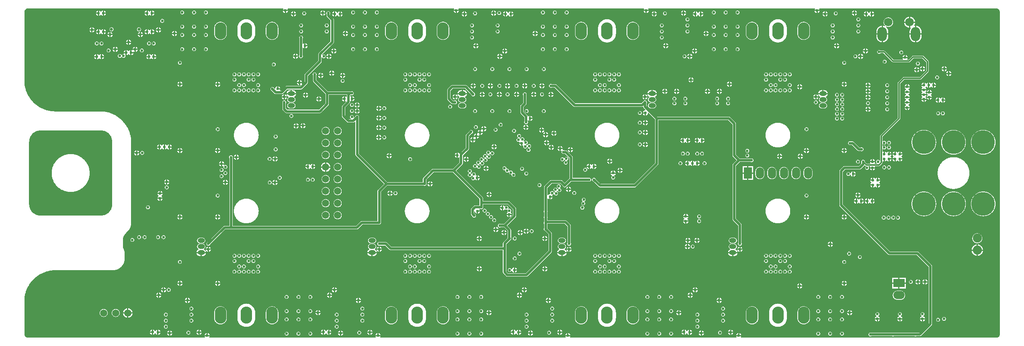
<source format=gbr>
%TF.GenerationSoftware,Altium Limited,Altium Designer,25.8.1 (18)*%
G04 Layer_Physical_Order=5*
G04 Layer_Color=5220458*
%FSLAX45Y45*%
%MOMM*%
%TF.SameCoordinates,304ADD41-B96C-4BE1-A440-764D1465AFBB*%
%TF.FilePolarity,Positive*%
%TF.FileFunction,Copper,L5,Inr,Signal*%
%TF.Part,Single*%
G01*
G75*
%TA.AperFunction,Conductor*%
%ADD11C,0.30000*%
%ADD63C,0.50000*%
%TA.AperFunction,ComponentPad*%
%ADD69O,1.52400X0.93980*%
%TA.AperFunction,WasherPad*%
%ADD70C,10.00000*%
%TA.AperFunction,ComponentPad*%
%ADD71C,1.50000*%
%ADD72R,1.70000X2.40000*%
%ADD73R,2.40000X1.70000*%
%ADD74C,1.90000*%
%ADD75O,2.00000X3.00000*%
%ADD76C,1.80000*%
%ADD77O,2.40000X1.70000*%
%ADD78C,5.00000*%
%ADD79O,2.44000X3.60000*%
%ADD80O,1.70000X2.40000*%
%ADD81C,0.65000*%
%TA.AperFunction,ViaPad*%
%ADD82C,0.60000*%
G36*
X10221734Y3471648D02*
X10235295Y3466031D01*
X10247499Y3457876D01*
X10257877Y3447498D01*
X10266031Y3435294D01*
X10271648Y3421734D01*
X10274512Y3407338D01*
X10274512Y3399999D01*
X10274511Y-3400000D01*
X10274511Y-3407339D01*
X10271648Y-3421734D01*
X10266031Y-3435295D01*
X10257876Y-3447499D01*
X10247498Y-3457877D01*
X10235294Y-3466031D01*
X10221733Y-3471648D01*
X10207338Y-3474511D01*
X4822978D01*
X4821075Y-3472340D01*
X4818338Y-3464511D01*
X4820254Y-3462109D01*
X4823564Y-3456840D01*
X4826264Y-3451234D01*
X4828319Y-3445361D01*
X4828926Y-3442700D01*
X4721074D01*
X4721681Y-3445361D01*
X4723737Y-3451234D01*
X4726436Y-3456840D01*
X4729747Y-3462109D01*
X4731663Y-3464511D01*
X4728925Y-3472340D01*
X4727022Y-3474511D01*
X1222979D01*
X1221076Y-3472340D01*
X1218338Y-3464511D01*
X1220254Y-3462109D01*
X1223564Y-3456840D01*
X1226264Y-3451234D01*
X1228319Y-3445361D01*
X1228926Y-3442700D01*
X1121074D01*
X1121682Y-3445361D01*
X1123737Y-3451234D01*
X1126437Y-3456840D01*
X1129747Y-3462109D01*
X1131663Y-3464511D01*
X1128925Y-3472340D01*
X1127022Y-3474511D01*
X-2777021D01*
X-2778924Y-3472340D01*
X-2781662Y-3464511D01*
X-2779746Y-3462109D01*
X-2776436Y-3456840D01*
X-2773736Y-3451234D01*
X-2771681Y-3445361D01*
X-2771074Y-3442700D01*
X-2878926D01*
X-2878318Y-3445361D01*
X-2876263Y-3451234D01*
X-2873563Y-3456840D01*
X-2870253Y-3462109D01*
X-2868337Y-3464511D01*
X-2871075Y-3472340D01*
X-2872978Y-3474511D01*
X-6377021D01*
X-6378924Y-3472340D01*
X-6381662Y-3464511D01*
X-6379746Y-3462109D01*
X-6376436Y-3456840D01*
X-6373736Y-3451234D01*
X-6371681Y-3445361D01*
X-6371074Y-3442700D01*
X-6478926D01*
X-6478318Y-3445361D01*
X-6476263Y-3451234D01*
X-6473563Y-3456840D01*
X-6470253Y-3462109D01*
X-6468337Y-3464511D01*
X-6471075Y-3472340D01*
X-6472978Y-3474511D01*
X-10207339D01*
X-10221734Y-3471648D01*
X-10235295Y-3466031D01*
X-10247499Y-3457877D01*
X-10257877Y-3447498D01*
X-10266031Y-3435295D01*
X-10271648Y-3421734D01*
X-10274512Y-3407339D01*
Y-3400000D01*
Y-2677121D01*
X-10274216Y-2668106D01*
X-10272825Y-2646881D01*
X-10270740Y-2625713D01*
X-10267964Y-2604625D01*
X-10264499Y-2583639D01*
X-10260350Y-2562777D01*
X-10255520Y-2542063D01*
X-10250015Y-2521517D01*
X-10243840Y-2501163D01*
X-10237003Y-2481021D01*
X-10229511Y-2461114D01*
X-10221371Y-2441463D01*
X-10212592Y-2422089D01*
X-10203185Y-2403012D01*
X-10193158Y-2384254D01*
X-10182523Y-2365833D01*
X-10171291Y-2347771D01*
X-10159474Y-2330085D01*
X-10147084Y-2312795D01*
X-10134136Y-2295921D01*
X-10120642Y-2279479D01*
X-10106618Y-2263487D01*
X-10092078Y-2247962D01*
X-10077037Y-2232922D01*
X-10061513Y-2218382D01*
X-10045521Y-2204357D01*
X-10029079Y-2190864D01*
X-10012204Y-2177915D01*
X-9994915Y-2165526D01*
X-9977229Y-2153709D01*
X-9959166Y-2142477D01*
X-9940746Y-2131841D01*
X-9921987Y-2121815D01*
X-9902910Y-2112407D01*
X-9883536Y-2103629D01*
X-9863885Y-2095489D01*
X-9843978Y-2087996D01*
X-9823837Y-2081159D01*
X-9803482Y-2074985D01*
X-9782937Y-2069480D01*
X-9762222Y-2064650D01*
X-9741361Y-2060500D01*
X-9720375Y-2057035D01*
X-9699286Y-2054259D01*
X-9678118Y-2052174D01*
X-9656894Y-2050783D01*
X-9635635Y-2050087D01*
X-9625000Y-2050000D01*
Y-2050000D01*
X-8412500Y-2049999D01*
X-8405486D01*
X-8391479Y-2049213D01*
X-8377539Y-2047642D01*
X-8363708Y-2045292D01*
X-8350032Y-2042171D01*
X-8336551Y-2038287D01*
X-8323310Y-2033654D01*
X-8310349Y-2028285D01*
X-8297710Y-2022198D01*
X-8285431Y-2015413D01*
X-8273553Y-2007949D01*
X-8262112Y-1999831D01*
X-8251144Y-1991084D01*
X-8240684Y-1981736D01*
X-8230764Y-1971816D01*
X-8221416Y-1961356D01*
X-8212669Y-1950388D01*
X-8204551Y-1938947D01*
X-8197087Y-1927069D01*
X-8190302Y-1914790D01*
X-8184215Y-1902151D01*
X-8178846Y-1889190D01*
X-8174213Y-1875949D01*
X-8170329Y-1862468D01*
X-8167208Y-1848792D01*
X-8164858Y-1834961D01*
X-8163287Y-1821021D01*
X-8162500Y-1807014D01*
Y-1800000D01*
X-8162500D01*
X-8162500Y-1694369D01*
X-8163269Y-1680526D01*
X-8164803Y-1666746D01*
X-8167099Y-1653072D01*
X-8170149Y-1639547D01*
X-8173944Y-1626211D01*
X-8178472Y-1613106D01*
X-8182842Y-1602416D01*
X-8183718Y-1600272D01*
X-8186694Y-1594011D01*
X-8186694Y-1594011D01*
X-8186694Y-1594011D01*
X-8190337Y-1585519D01*
X-8191166Y-1583490D01*
X-8193656Y-1576285D01*
X-8195742Y-1568953D01*
X-8197419Y-1561517D01*
X-8198681Y-1553999D01*
X-8199525Y-1546423D01*
X-8199947Y-1538812D01*
X-8200000Y-1535000D01*
Y-1395000D01*
X-8199939Y-1390904D01*
X-8199451Y-1382727D01*
X-8198478Y-1374594D01*
X-8197021Y-1366533D01*
X-8195087Y-1358573D01*
X-8192683Y-1350742D01*
X-8189816Y-1343068D01*
X-8186498Y-1335579D01*
X-8182739Y-1328300D01*
X-8178554Y-1321259D01*
X-8173957Y-1314479D01*
X-8168964Y-1307984D01*
X-8166325Y-1304852D01*
X-8166325Y-1304851D01*
X-8086228Y-1212604D01*
X-8082565Y-1208385D01*
X-8075624Y-1199629D01*
X-8069080Y-1190572D01*
X-8062948Y-1181231D01*
X-8057239Y-1171626D01*
X-8051965Y-1161775D01*
X-8047136Y-1151698D01*
X-8042762Y-1141416D01*
X-8038852Y-1130949D01*
X-8035413Y-1120317D01*
X-8032453Y-1109542D01*
X-8029977Y-1098646D01*
X-8027990Y-1087650D01*
X-8026497Y-1076577D01*
X-8025500Y-1065447D01*
X-8025000Y-1054285D01*
X-8025000Y-1048698D01*
X-8025000Y-1048698D01*
X-8024999Y650000D01*
Y660637D01*
X-8025695Y681898D01*
X-8027087Y703126D01*
X-8029172Y724296D01*
X-8031949Y745388D01*
X-8035414Y766377D01*
X-8039564Y787241D01*
X-8044395Y807958D01*
X-8049901Y828507D01*
X-8056076Y848864D01*
X-8062914Y869008D01*
X-8070407Y888917D01*
X-8078548Y908571D01*
X-8087327Y927948D01*
X-8096736Y947027D01*
X-8106765Y965789D01*
X-8117401Y984212D01*
X-8128635Y1002277D01*
X-8140453Y1019965D01*
X-8152845Y1037256D01*
X-8165795Y1054134D01*
X-8179290Y1070578D01*
X-8193317Y1086572D01*
X-8207859Y1102098D01*
X-8222901Y1117141D01*
X-8238428Y1131683D01*
X-8254421Y1145709D01*
X-8270866Y1159205D01*
X-8287743Y1172155D01*
X-8305035Y1184546D01*
X-8322722Y1196365D01*
X-8340788Y1207598D01*
X-8359211Y1218235D01*
X-8377972Y1228263D01*
X-8397051Y1237672D01*
X-8416428Y1246451D01*
X-8436082Y1254592D01*
X-8455991Y1262086D01*
X-8476136Y1268924D01*
X-8496493Y1275099D01*
X-8517041Y1280605D01*
X-8537758Y1285435D01*
X-8558623Y1289586D01*
X-8579612Y1293051D01*
X-8600703Y1295827D01*
X-8621874Y1297913D01*
X-8643101Y1299304D01*
X-8664363Y1300000D01*
X-8674999D01*
X-9625000Y1300000D01*
X-9635635Y1300087D01*
X-9656894Y1300783D01*
X-9678118Y1302174D01*
X-9699286Y1304259D01*
X-9720375Y1307035D01*
X-9741361Y1310500D01*
X-9762222Y1314650D01*
X-9782937Y1319480D01*
X-9803482Y1324985D01*
X-9823837Y1331160D01*
X-9843978Y1337997D01*
X-9863885Y1345489D01*
X-9883536Y1353629D01*
X-9902910Y1362407D01*
X-9921987Y1371815D01*
X-9940746Y1381842D01*
X-9959166Y1392477D01*
X-9977229Y1403709D01*
X-9994915Y1415526D01*
X-10012204Y1427915D01*
X-10029079Y1440864D01*
X-10045521Y1454358D01*
X-10061513Y1468382D01*
X-10077037Y1482922D01*
X-10092078Y1497962D01*
X-10106618Y1513487D01*
X-10120642Y1529479D01*
X-10134136Y1545921D01*
X-10147084Y1562796D01*
X-10159474Y1580085D01*
X-10171291Y1597771D01*
X-10182523Y1615833D01*
X-10193158Y1634254D01*
X-10203185Y1653013D01*
X-10212592Y1672089D01*
X-10221371Y1691464D01*
X-10229511Y1711115D01*
X-10237003Y1731022D01*
X-10243840Y1751163D01*
X-10250015Y1771517D01*
X-10255520Y1792063D01*
X-10260350Y1812778D01*
X-10264499Y1833639D01*
X-10267964Y1854625D01*
X-10270740Y1875714D01*
X-10272825Y1896881D01*
X-10274216Y1918106D01*
X-10274512Y1927122D01*
Y3400000D01*
Y3407339D01*
X-10271648Y3421734D01*
X-10266031Y3435295D01*
X-10257877Y3447499D01*
X-10247498Y3457877D01*
X-10235295Y3466031D01*
X-10221734Y3471648D01*
X-10207339Y3474511D01*
X-4822978D01*
X-4821075Y3472340D01*
X-4818338Y3464511D01*
X-4820254Y3462109D01*
X-4823564Y3456840D01*
X-4826264Y3451234D01*
X-4828319Y3445361D01*
X-4828926Y3442700D01*
X-4721074D01*
X-4721681Y3445361D01*
X-4723737Y3451234D01*
X-4726436Y3456840D01*
X-4729747Y3462109D01*
X-4731663Y3464511D01*
X-4728925Y3472340D01*
X-4727022Y3474511D01*
X-1222979D01*
X-1221076Y3472340D01*
X-1218338Y3464511D01*
X-1220254Y3462109D01*
X-1223564Y3456840D01*
X-1226264Y3451234D01*
X-1228319Y3445361D01*
X-1228926Y3442700D01*
X-1121074D01*
X-1121682Y3445361D01*
X-1123737Y3451234D01*
X-1126436Y3456840D01*
X-1129747Y3462109D01*
X-1131663Y3464511D01*
X-1128925Y3472340D01*
X-1127022Y3474511D01*
X2777022D01*
X2778925Y3472340D01*
X2781662Y3464511D01*
X2779747Y3462109D01*
X2776436Y3456840D01*
X2773736Y3451234D01*
X2771681Y3445361D01*
X2771074Y3442700D01*
X2878926D01*
X2878319Y3445361D01*
X2876263Y3451234D01*
X2873564Y3456840D01*
X2870253Y3462109D01*
X2868337Y3464511D01*
X2871075Y3472340D01*
X2872978Y3474511D01*
X6377021D01*
X6378924Y3472340D01*
X6381662Y3464511D01*
X6379746Y3462109D01*
X6376436Y3456840D01*
X6373736Y3451234D01*
X6371681Y3445361D01*
X6371074Y3442700D01*
X6478926D01*
X6478318Y3445361D01*
X6476263Y3451234D01*
X6473563Y3456840D01*
X6470253Y3462109D01*
X6468337Y3464511D01*
X6471075Y3472340D01*
X6472978Y3474511D01*
X10207339D01*
X10221734Y3471648D01*
D02*
G37*
G36*
X-8653979Y899213D02*
X-8640039Y897643D01*
X-8626209Y895293D01*
X-8612532Y892171D01*
X-8599051Y888287D01*
X-8585810Y883654D01*
X-8572849Y878286D01*
X-8560210Y872199D01*
X-8547932Y865413D01*
X-8536053Y857949D01*
X-8524612Y849831D01*
X-8513644Y841084D01*
X-8503183Y831736D01*
X-8493264Y821817D01*
X-8483916Y811356D01*
X-8475169Y800388D01*
X-8467051Y788947D01*
X-8459587Y777069D01*
X-8452801Y764790D01*
X-8446715Y752151D01*
X-8441346Y739190D01*
X-8436713Y725949D01*
X-8432829Y712468D01*
X-8429708Y698792D01*
X-8427358Y684961D01*
X-8425787Y671021D01*
X-8425000Y657014D01*
Y650000D01*
Y0D01*
Y-100000D01*
Y-650000D01*
Y-657014D01*
X-8425787Y-671021D01*
X-8427358Y-684962D01*
X-8429708Y-698792D01*
X-8432829Y-712469D01*
X-8436713Y-725949D01*
X-8441346Y-739191D01*
X-8446715Y-752151D01*
X-8452801Y-764791D01*
X-8459587Y-777069D01*
X-8467051Y-788947D01*
X-8475169Y-800389D01*
X-8483916Y-811357D01*
X-8493264Y-821817D01*
X-8503183Y-831737D01*
X-8513644Y-841085D01*
X-8524612Y-849831D01*
X-8536053Y-857949D01*
X-8547932Y-865413D01*
X-8560210Y-872199D01*
X-8572849Y-878286D01*
X-8585810Y-883654D01*
X-8599051Y-888288D01*
X-8612532Y-892171D01*
X-8626209Y-895293D01*
X-8640039Y-897643D01*
X-8653979Y-899214D01*
X-8667986Y-900000D01*
X-9932015D01*
X-9946021Y-899214D01*
X-9959962Y-897643D01*
X-9973792Y-895293D01*
X-9987469Y-892171D01*
X-10000950Y-888288D01*
X-10014191Y-883654D01*
X-10027152Y-878286D01*
X-10039791Y-872199D01*
X-10052069Y-865413D01*
X-10063948Y-857949D01*
X-10075389Y-849831D01*
X-10086357Y-841085D01*
X-10096817Y-831737D01*
X-10106737Y-821817D01*
X-10116085Y-811357D01*
X-10124832Y-800389D01*
X-10132950Y-788947D01*
X-10140413Y-777069D01*
X-10147199Y-764791D01*
X-10153286Y-752151D01*
X-10158655Y-739191D01*
X-10163288Y-725949D01*
X-10167171Y-712469D01*
X-10170293Y-698792D01*
X-10172643Y-684962D01*
X-10174214Y-671021D01*
X-10175000Y-657014D01*
Y-650000D01*
Y-100000D01*
Y0D01*
Y650000D01*
Y657014D01*
X-10174214Y671021D01*
X-10172643Y684961D01*
X-10170293Y698792D01*
X-10167171Y712468D01*
X-10163288Y725949D01*
X-10158655Y739190D01*
X-10153286Y752151D01*
X-10147199Y764790D01*
X-10140413Y777069D01*
X-10132950Y788947D01*
X-10124832Y800388D01*
X-10116085Y811356D01*
X-10106737Y821817D01*
X-10096817Y831736D01*
X-10086357Y841084D01*
X-10075389Y849831D01*
X-10063948Y857949D01*
X-10052069Y865413D01*
X-10039791Y872199D01*
X-10027152Y878286D01*
X-10014191Y883654D01*
X-10000950Y888287D01*
X-9987469Y892171D01*
X-9973792Y895293D01*
X-9959962Y897643D01*
X-9946021Y899213D01*
X-9932015Y900000D01*
X-8667986D01*
X-8653979Y899213D01*
D02*
G37*
%LPC*%
G36*
X-7601700Y3427326D02*
X-7604361Y3426719D01*
X-7610234Y3424663D01*
X-7615840Y3421964D01*
X-7621109Y3418653D01*
X-7625974Y3414774D01*
X-7630374Y3410374D01*
X-7632958Y3407134D01*
X-7639000Y3406224D01*
X-7645043Y3407134D01*
X-7647626Y3410374D01*
X-7652026Y3414774D01*
X-7656891Y3418653D01*
X-7662160Y3421964D01*
X-7667766Y3424663D01*
X-7673639Y3426719D01*
X-7676300Y3427326D01*
Y3373400D01*
Y3319474D01*
X-7673639Y3320081D01*
X-7667766Y3322136D01*
X-7662160Y3324836D01*
X-7656891Y3328147D01*
X-7652026Y3332026D01*
X-7647626Y3336426D01*
X-7645043Y3339666D01*
X-7639000Y3340576D01*
X-7632958Y3339666D01*
X-7630374Y3336426D01*
X-7625974Y3332026D01*
X-7621109Y3328147D01*
X-7615840Y3324836D01*
X-7610234Y3322136D01*
X-7604361Y3320081D01*
X-7601700Y3319474D01*
Y3373400D01*
Y3427326D01*
D02*
G37*
G36*
X-8623700D02*
X-8626361Y3426719D01*
X-8632234Y3424663D01*
X-8637840Y3421964D01*
X-8643109Y3418653D01*
X-8647974Y3414774D01*
X-8652374Y3410374D01*
X-8654958Y3407134D01*
X-8661000Y3406224D01*
X-8667043Y3407134D01*
X-8669626Y3410374D01*
X-8674026Y3414774D01*
X-8678891Y3418653D01*
X-8684160Y3421964D01*
X-8689766Y3424663D01*
X-8695639Y3426719D01*
X-8698300Y3427326D01*
Y3373400D01*
Y3319474D01*
X-8695639Y3320081D01*
X-8689766Y3322136D01*
X-8684160Y3324836D01*
X-8678891Y3328147D01*
X-8674026Y3332026D01*
X-8669626Y3336426D01*
X-8667043Y3339666D01*
X-8661000Y3340576D01*
X-8654958Y3339666D01*
X-8652374Y3336426D01*
X-8647974Y3332026D01*
X-8643109Y3328147D01*
X-8637840Y3324836D01*
X-8632234Y3322136D01*
X-8626361Y3320081D01*
X-8623700Y3319474D01*
Y3373400D01*
Y3427326D01*
D02*
G37*
G36*
X7225200Y3428926D02*
Y3387700D01*
X7266426D01*
X7265818Y3390361D01*
X7263763Y3396234D01*
X7261063Y3401840D01*
X7257753Y3407109D01*
X7253873Y3411974D01*
X7249473Y3416374D01*
X7244609Y3420254D01*
X7239340Y3423564D01*
X7233734Y3426264D01*
X7227861Y3428319D01*
X7225200Y3428926D01*
D02*
G37*
G36*
X7199800D02*
X7197139Y3428319D01*
X7191266Y3426264D01*
X7185659Y3423564D01*
X7180391Y3420254D01*
X7175526Y3416374D01*
X7171126Y3411974D01*
X7167246Y3407109D01*
X7163936Y3401840D01*
X7161236Y3396234D01*
X7159181Y3390361D01*
X7158574Y3387700D01*
X7199800D01*
Y3428926D01*
D02*
G37*
G36*
X3625200D02*
Y3387700D01*
X3666426D01*
X3665819Y3390361D01*
X3663764Y3396234D01*
X3661064Y3401840D01*
X3657753Y3407109D01*
X3653874Y3411974D01*
X3649474Y3416374D01*
X3644609Y3420254D01*
X3639340Y3423564D01*
X3633734Y3426264D01*
X3627861Y3428319D01*
X3625200Y3428926D01*
D02*
G37*
G36*
X3599800D02*
X3597139Y3428319D01*
X3591266Y3426264D01*
X3585660Y3423564D01*
X3580391Y3420254D01*
X3575526Y3416374D01*
X3571126Y3411974D01*
X3567247Y3407109D01*
X3563936Y3401840D01*
X3561236Y3396234D01*
X3559181Y3390361D01*
X3558574Y3387700D01*
X3599800D01*
Y3428926D01*
D02*
G37*
G36*
X-374800D02*
Y3387700D01*
X-333574D01*
X-334181Y3390361D01*
X-336237Y3396234D01*
X-338936Y3401840D01*
X-342247Y3407109D01*
X-346126Y3411974D01*
X-350526Y3416374D01*
X-355391Y3420254D01*
X-360660Y3423564D01*
X-366266Y3426264D01*
X-372139Y3428319D01*
X-374800Y3428926D01*
D02*
G37*
G36*
X-400200D02*
X-402861Y3428319D01*
X-408734Y3426264D01*
X-414340Y3423564D01*
X-419609Y3420254D01*
X-424474Y3416374D01*
X-428874Y3411974D01*
X-432754Y3407109D01*
X-436064Y3401840D01*
X-438764Y3396234D01*
X-440819Y3390361D01*
X-441426Y3387700D01*
X-400200D01*
Y3428926D01*
D02*
G37*
G36*
X-3974800D02*
Y3387700D01*
X-3933574D01*
X-3934181Y3390361D01*
X-3936236Y3396234D01*
X-3938936Y3401840D01*
X-3942247Y3407109D01*
X-3946126Y3411974D01*
X-3950526Y3416374D01*
X-3955391Y3420254D01*
X-3960660Y3423564D01*
X-3966266Y3426264D01*
X-3972139Y3428319D01*
X-3974800Y3428926D01*
D02*
G37*
G36*
X-4000200D02*
X-4002861Y3428319D01*
X-4008734Y3426264D01*
X-4014340Y3423564D01*
X-4019609Y3420254D01*
X-4024474Y3416374D01*
X-4028874Y3411974D01*
X-4032753Y3407109D01*
X-4036064Y3401840D01*
X-4038764Y3396234D01*
X-4040819Y3390361D01*
X-4041426Y3387700D01*
X-4000200D01*
Y3428926D01*
D02*
G37*
G36*
X-7576300Y3427326D02*
Y3386100D01*
X-7535074D01*
X-7535682Y3388761D01*
X-7537737Y3394634D01*
X-7540437Y3400240D01*
X-7543747Y3405509D01*
X-7547627Y3410374D01*
X-7552027Y3414774D01*
X-7556891Y3418653D01*
X-7562160Y3421964D01*
X-7567766Y3424663D01*
X-7573639Y3426719D01*
X-7576300Y3427326D01*
D02*
G37*
G36*
X-7701700D02*
X-7704361Y3426719D01*
X-7710234Y3424663D01*
X-7715840Y3421964D01*
X-7721109Y3418653D01*
X-7725974Y3414774D01*
X-7730374Y3410374D01*
X-7734254Y3405509D01*
X-7737564Y3400240D01*
X-7740264Y3394634D01*
X-7742319Y3388761D01*
X-7742926Y3386100D01*
X-7701700D01*
Y3427326D01*
D02*
G37*
G36*
X-8598300D02*
Y3386100D01*
X-8557074D01*
X-8557682Y3388761D01*
X-8559737Y3394634D01*
X-8562437Y3400240D01*
X-8565747Y3405509D01*
X-8569626Y3410374D01*
X-8574027Y3414774D01*
X-8578891Y3418653D01*
X-8584160Y3421964D01*
X-8589766Y3424663D01*
X-8595639Y3426719D01*
X-8598300Y3427326D01*
D02*
G37*
G36*
X-8723700D02*
X-8726361Y3426719D01*
X-8732234Y3424663D01*
X-8737840Y3421964D01*
X-8743109Y3418653D01*
X-8747974Y3414774D01*
X-8752374Y3410374D01*
X-8756254Y3405509D01*
X-8759564Y3400240D01*
X-8762264Y3394634D01*
X-8764319Y3388761D01*
X-8764926Y3386100D01*
X-8723700D01*
Y3427326D01*
D02*
G37*
G36*
X6478926Y3417300D02*
X6437700D01*
Y3376074D01*
X6440360Y3376681D01*
X6446234Y3378736D01*
X6451840Y3381436D01*
X6457108Y3384747D01*
X6461973Y3388626D01*
X6466373Y3393026D01*
X6470253Y3397891D01*
X6473563Y3403160D01*
X6476263Y3408766D01*
X6478318Y3414639D01*
X6478926Y3417300D01*
D02*
G37*
G36*
X6412300D02*
X6371074D01*
X6371681Y3414639D01*
X6373736Y3408766D01*
X6376436Y3403160D01*
X6379746Y3397891D01*
X6383626Y3393026D01*
X6388026Y3388626D01*
X6392891Y3384747D01*
X6398159Y3381436D01*
X6403765Y3378736D01*
X6409639Y3376681D01*
X6412300Y3376074D01*
Y3417300D01*
D02*
G37*
G36*
X2878926D02*
X2837700D01*
Y3376074D01*
X2840361Y3376681D01*
X2846234Y3378736D01*
X2851840Y3381436D01*
X2857109Y3384747D01*
X2861974Y3388626D01*
X2866374Y3393026D01*
X2870253Y3397891D01*
X2873564Y3403160D01*
X2876263Y3408766D01*
X2878319Y3414639D01*
X2878926Y3417300D01*
D02*
G37*
G36*
X2812300D02*
X2771074D01*
X2771681Y3414639D01*
X2773736Y3408766D01*
X2776436Y3403160D01*
X2779747Y3397891D01*
X2783626Y3393026D01*
X2788026Y3388626D01*
X2792891Y3384747D01*
X2798160Y3381436D01*
X2803766Y3378736D01*
X2809639Y3376681D01*
X2812300Y3376074D01*
Y3417300D01*
D02*
G37*
G36*
X-1121074D02*
X-1162300D01*
Y3376074D01*
X-1159639Y3376681D01*
X-1153766Y3378736D01*
X-1148160Y3381436D01*
X-1142891Y3384747D01*
X-1138026Y3388626D01*
X-1133626Y3393026D01*
X-1129747Y3397891D01*
X-1126436Y3403160D01*
X-1123737Y3408766D01*
X-1121682Y3414639D01*
X-1121074Y3417300D01*
D02*
G37*
G36*
X-1187700D02*
X-1228926D01*
X-1228319Y3414639D01*
X-1226264Y3408766D01*
X-1223564Y3403160D01*
X-1220254Y3397891D01*
X-1216374Y3393026D01*
X-1211974Y3388626D01*
X-1207109Y3384747D01*
X-1201840Y3381436D01*
X-1196234Y3378736D01*
X-1190361Y3376681D01*
X-1187700Y3376074D01*
Y3417300D01*
D02*
G37*
G36*
X-4721074D02*
X-4762300D01*
Y3376074D01*
X-4759639Y3376681D01*
X-4753766Y3378736D01*
X-4748160Y3381436D01*
X-4742891Y3384747D01*
X-4738026Y3388626D01*
X-4733626Y3393026D01*
X-4729747Y3397891D01*
X-4726436Y3403160D01*
X-4723737Y3408766D01*
X-4721681Y3414639D01*
X-4721074Y3417300D01*
D02*
G37*
G36*
X-4787700D02*
X-4828926D01*
X-4828319Y3414639D01*
X-4826264Y3408766D01*
X-4823564Y3403160D01*
X-4820254Y3397891D01*
X-4816374Y3393026D01*
X-4811974Y3388626D01*
X-4807109Y3384747D01*
X-4801840Y3381436D01*
X-4796234Y3378736D01*
X-4790361Y3376681D01*
X-4787700Y3376074D01*
Y3417300D01*
D02*
G37*
G36*
X7449800Y3411426D02*
X7447139Y3410819D01*
X7441266Y3408764D01*
X7435659Y3406064D01*
X7430391Y3402753D01*
X7425526Y3398874D01*
X7421126Y3394474D01*
X7417246Y3389609D01*
X7413936Y3384340D01*
X7411236Y3378734D01*
X7409181Y3372861D01*
X7408574Y3370200D01*
X7449800D01*
Y3411426D01*
D02*
G37*
G36*
X3849800D02*
X3847139Y3410819D01*
X3841266Y3408764D01*
X3835660Y3406064D01*
X3830391Y3402753D01*
X3825526Y3398874D01*
X3821126Y3394474D01*
X3817247Y3389609D01*
X3813936Y3384340D01*
X3811236Y3378734D01*
X3809181Y3372861D01*
X3808574Y3370200D01*
X3849800D01*
Y3411426D01*
D02*
G37*
G36*
X-150200D02*
X-152861Y3410819D01*
X-158734Y3408764D01*
X-164340Y3406064D01*
X-169609Y3402753D01*
X-174474Y3398874D01*
X-178874Y3394474D01*
X-182754Y3389609D01*
X-186064Y3384340D01*
X-188764Y3378734D01*
X-190819Y3372861D01*
X-191426Y3370200D01*
X-150200D01*
Y3411426D01*
D02*
G37*
G36*
X-3750200D02*
X-3752861Y3410819D01*
X-3758734Y3408764D01*
X-3764340Y3406064D01*
X-3769609Y3402753D01*
X-3774474Y3398874D01*
X-3778874Y3394474D01*
X-3782753Y3389609D01*
X-3786064Y3384340D01*
X-3788764Y3378734D01*
X-3790819Y3372861D01*
X-3791426Y3370200D01*
X-3750200D01*
Y3411426D01*
D02*
G37*
G36*
X6607700Y3411426D02*
Y3370200D01*
X6648926D01*
X6648318Y3372861D01*
X6646263Y3378734D01*
X6643564Y3384340D01*
X6640253Y3389609D01*
X6636374Y3394474D01*
X6631974Y3398874D01*
X6627109Y3402753D01*
X6621840Y3406064D01*
X6616234Y3408763D01*
X6610361Y3410818D01*
X6607700Y3411426D01*
D02*
G37*
G36*
X6582300D02*
X6579639Y3410818D01*
X6573766Y3408763D01*
X6568160Y3406064D01*
X6562891Y3402753D01*
X6558026Y3398874D01*
X6553626Y3394474D01*
X6549746Y3389609D01*
X6546436Y3384340D01*
X6543736Y3378734D01*
X6541681Y3372861D01*
X6541074Y3370200D01*
X6582300D01*
Y3411426D01*
D02*
G37*
G36*
X3007700D02*
Y3370200D01*
X3048926D01*
X3048319Y3372861D01*
X3046264Y3378734D01*
X3043564Y3384340D01*
X3040254Y3389609D01*
X3036374Y3394474D01*
X3031974Y3398874D01*
X3027109Y3402753D01*
X3021840Y3406064D01*
X3016234Y3408763D01*
X3010361Y3410818D01*
X3007700Y3411426D01*
D02*
G37*
G36*
X2982300D02*
X2979639Y3410818D01*
X2973766Y3408763D01*
X2968160Y3406064D01*
X2962891Y3402753D01*
X2958026Y3398874D01*
X2953626Y3394474D01*
X2949747Y3389609D01*
X2946436Y3384340D01*
X2943737Y3378734D01*
X2941681Y3372861D01*
X2941074Y3370200D01*
X2982300D01*
Y3411426D01*
D02*
G37*
G36*
X-992300D02*
Y3370200D01*
X-951074D01*
X-951681Y3372861D01*
X-953736Y3378734D01*
X-956436Y3384340D01*
X-959747Y3389609D01*
X-963626Y3394474D01*
X-968026Y3398874D01*
X-972891Y3402753D01*
X-978160Y3406064D01*
X-983766Y3408763D01*
X-989639Y3410818D01*
X-992300Y3411426D01*
D02*
G37*
G36*
X-1017700D02*
X-1020361Y3410818D01*
X-1026234Y3408763D01*
X-1031840Y3406064D01*
X-1037109Y3402753D01*
X-1041974Y3398874D01*
X-1046374Y3394474D01*
X-1050253Y3389609D01*
X-1053564Y3384340D01*
X-1056264Y3378734D01*
X-1058319Y3372861D01*
X-1058926Y3370200D01*
X-1017700D01*
Y3411426D01*
D02*
G37*
G36*
X-4592300D02*
Y3370200D01*
X-4551074D01*
X-4551681Y3372861D01*
X-4553736Y3378734D01*
X-4556436Y3384340D01*
X-4559747Y3389609D01*
X-4563626Y3394474D01*
X-4568026Y3398874D01*
X-4572891Y3402753D01*
X-4578160Y3406064D01*
X-4583766Y3408763D01*
X-4589639Y3410818D01*
X-4592300Y3411426D01*
D02*
G37*
G36*
X-4617700D02*
X-4620361Y3410818D01*
X-4626234Y3408763D01*
X-4631840Y3406064D01*
X-4637109Y3402753D01*
X-4641974Y3398874D01*
X-4646374Y3394474D01*
X-4650253Y3389609D01*
X-4653564Y3384340D01*
X-4656263Y3378734D01*
X-4658319Y3372861D01*
X-4658926Y3370200D01*
X-4617700D01*
Y3411426D01*
D02*
G37*
G36*
X7587700Y3408926D02*
Y3367700D01*
X7628926D01*
X7628319Y3370361D01*
X7626264Y3376234D01*
X7623564Y3381840D01*
X7620253Y3387109D01*
X7616374Y3391973D01*
X7611974Y3396373D01*
X7607109Y3400253D01*
X7601840Y3403563D01*
X7596234Y3406263D01*
X7590361Y3408318D01*
X7587700Y3408926D01*
D02*
G37*
G36*
X3987700D02*
Y3367700D01*
X4028926D01*
X4028319Y3370361D01*
X4026264Y3376234D01*
X4023564Y3381840D01*
X4020254Y3387109D01*
X4016374Y3391973D01*
X4011974Y3396373D01*
X4007109Y3400253D01*
X4001841Y3403563D01*
X3996235Y3406263D01*
X3990361Y3408318D01*
X3987700Y3408926D01*
D02*
G37*
G36*
X-12300D02*
Y3367700D01*
X28926D01*
X28319Y3370361D01*
X26264Y3376234D01*
X23564Y3381840D01*
X20254Y3387109D01*
X16374Y3391973D01*
X11974Y3396373D01*
X7109Y3400253D01*
X1840Y3403563D01*
X-3766Y3406263D01*
X-9639Y3408318D01*
X-12300Y3408926D01*
D02*
G37*
G36*
X-3612300D02*
Y3367700D01*
X-3571074D01*
X-3571681Y3370361D01*
X-3573736Y3376234D01*
X-3576436Y3381840D01*
X-3579746Y3387109D01*
X-3583626Y3391973D01*
X-3588026Y3396373D01*
X-3592891Y3400253D01*
X-3598159Y3403563D01*
X-3603765Y3406263D01*
X-3609639Y3408318D01*
X-3612300Y3408926D01*
D02*
G37*
G36*
X4752623Y3427532D02*
X4747376D01*
X4742173Y3426847D01*
X4737104Y3425489D01*
X4732255Y3423481D01*
X4727711Y3420857D01*
X4723547Y3417662D01*
X4719836Y3413951D01*
X4716642Y3409788D01*
X4714018Y3405243D01*
X4712010Y3400395D01*
X4710651Y3395326D01*
X4709966Y3390123D01*
Y3384875D01*
X4710651Y3379672D01*
X4712010Y3374603D01*
X4714018Y3369755D01*
X4716642Y3365210D01*
X4719836Y3361047D01*
X4723547Y3357336D01*
X4727711Y3354142D01*
X4732255Y3351518D01*
X4737104Y3349509D01*
X4742173Y3348151D01*
X4747376Y3347466D01*
X4752623D01*
X4757826Y3348151D01*
X4762895Y3349509D01*
X4767744Y3351518D01*
X4772288Y3354142D01*
X4776451Y3357336D01*
X4780162Y3361047D01*
X4783357Y3365210D01*
X4785981Y3369755D01*
X4787989Y3374603D01*
X4789347Y3379672D01*
X4790032Y3384875D01*
Y3390123D01*
X4789347Y3395326D01*
X4787989Y3400395D01*
X4785981Y3405243D01*
X4783357Y3409788D01*
X4780162Y3413951D01*
X4776451Y3417662D01*
X4772288Y3420857D01*
X4767744Y3423481D01*
X4762895Y3425489D01*
X4757826Y3426847D01*
X4752623Y3427532D01*
D02*
G37*
G36*
X1152624D02*
X1147376D01*
X1142173Y3426847D01*
X1137104Y3425489D01*
X1132256Y3423481D01*
X1127711Y3420857D01*
X1123548Y3417662D01*
X1119837Y3413951D01*
X1116642Y3409788D01*
X1114018Y3405243D01*
X1112010Y3400395D01*
X1110652Y3395326D01*
X1109967Y3390123D01*
Y3384875D01*
X1110652Y3379672D01*
X1112010Y3374603D01*
X1114018Y3369755D01*
X1116642Y3365210D01*
X1119837Y3361047D01*
X1123548Y3357336D01*
X1127711Y3354142D01*
X1132256Y3351518D01*
X1137104Y3349509D01*
X1142173Y3348151D01*
X1147376Y3347466D01*
X1152624D01*
X1157826Y3348151D01*
X1162896Y3349509D01*
X1167744Y3351518D01*
X1172288Y3354142D01*
X1176452Y3357336D01*
X1180163Y3361047D01*
X1183357Y3365210D01*
X1185981Y3369755D01*
X1187989Y3374603D01*
X1189348Y3379672D01*
X1190033Y3384875D01*
Y3390123D01*
X1189348Y3395326D01*
X1187989Y3400395D01*
X1185981Y3405243D01*
X1183357Y3409788D01*
X1180163Y3413951D01*
X1176452Y3417662D01*
X1172288Y3420857D01*
X1167744Y3423481D01*
X1162896Y3425489D01*
X1157826Y3426847D01*
X1152624Y3427532D01*
D02*
G37*
G36*
X-2847377D02*
X-2852624D01*
X-2857827Y3426847D01*
X-2862896Y3425489D01*
X-2867745Y3423481D01*
X-2872289Y3420857D01*
X-2876453Y3417662D01*
X-2880164Y3413951D01*
X-2883358Y3409788D01*
X-2885982Y3405243D01*
X-2887990Y3400395D01*
X-2889349Y3395326D01*
X-2890034Y3390123D01*
Y3384875D01*
X-2889349Y3379672D01*
X-2887990Y3374603D01*
X-2885982Y3369755D01*
X-2883358Y3365210D01*
X-2880164Y3361047D01*
X-2876453Y3357336D01*
X-2872289Y3354142D01*
X-2867745Y3351518D01*
X-2862896Y3349509D01*
X-2857827Y3348151D01*
X-2852624Y3347466D01*
X-2847377D01*
X-2842174Y3348151D01*
X-2837105Y3349509D01*
X-2832256Y3351518D01*
X-2827712Y3354142D01*
X-2823549Y3357336D01*
X-2819838Y3361047D01*
X-2816643Y3365210D01*
X-2814019Y3369755D01*
X-2812011Y3374603D01*
X-2810653Y3379672D01*
X-2809968Y3384875D01*
Y3390123D01*
X-2810653Y3395326D01*
X-2812011Y3400395D01*
X-2814019Y3405243D01*
X-2816643Y3409788D01*
X-2819838Y3413951D01*
X-2823549Y3417662D01*
X-2827712Y3420857D01*
X-2832256Y3423481D01*
X-2837105Y3425489D01*
X-2842174Y3426847D01*
X-2847377Y3427532D01*
D02*
G37*
G36*
X-6447376D02*
X-6452624D01*
X-6457827Y3426847D01*
X-6462896Y3425489D01*
X-6467744Y3423481D01*
X-6472289Y3420857D01*
X-6476452Y3417662D01*
X-6480163Y3413951D01*
X-6483358Y3409788D01*
X-6485982Y3405243D01*
X-6487990Y3400395D01*
X-6489348Y3395326D01*
X-6490033Y3390123D01*
Y3384875D01*
X-6489348Y3379672D01*
X-6487990Y3374603D01*
X-6485982Y3369755D01*
X-6483358Y3365210D01*
X-6480163Y3361047D01*
X-6476452Y3357336D01*
X-6472289Y3354142D01*
X-6467744Y3351518D01*
X-6462896Y3349509D01*
X-6457827Y3348151D01*
X-6452624Y3347466D01*
X-6447376D01*
X-6442174Y3348151D01*
X-6437104Y3349509D01*
X-6432256Y3351518D01*
X-6427712Y3354142D01*
X-6423548Y3357336D01*
X-6419837Y3361047D01*
X-6416643Y3365210D01*
X-6414019Y3369755D01*
X-6412011Y3374603D01*
X-6410652Y3379672D01*
X-6409967Y3384875D01*
Y3390123D01*
X-6410652Y3395326D01*
X-6412011Y3400395D01*
X-6414019Y3405243D01*
X-6416643Y3409788D01*
X-6419837Y3413951D01*
X-6423548Y3417662D01*
X-6427712Y3420857D01*
X-6432256Y3423481D01*
X-6437104Y3425489D01*
X-6442174Y3426847D01*
X-6447376Y3427532D01*
D02*
G37*
G36*
X4502623Y3427531D02*
X4497376D01*
X4492173Y3426846D01*
X4487104Y3425488D01*
X4482255Y3423480D01*
X4477711Y3420856D01*
X4473547Y3417661D01*
X4469836Y3413950D01*
X4466642Y3409787D01*
X4464018Y3405243D01*
X4462010Y3400394D01*
X4460651Y3395325D01*
X4459966Y3390122D01*
Y3384875D01*
X4460651Y3379672D01*
X4462010Y3374603D01*
X4464018Y3369754D01*
X4466642Y3365210D01*
X4469836Y3361046D01*
X4473547Y3357335D01*
X4477711Y3354141D01*
X4482255Y3351517D01*
X4487104Y3349509D01*
X4492173Y3348151D01*
X4497376Y3347465D01*
X4502623D01*
X4507826Y3348151D01*
X4512895Y3349509D01*
X4517744Y3351517D01*
X4522288Y3354141D01*
X4526451Y3357335D01*
X4530162Y3361046D01*
X4533357Y3365210D01*
X4535981Y3369754D01*
X4537989Y3374603D01*
X4539347Y3379672D01*
X4540032Y3384875D01*
Y3390122D01*
X4539347Y3395325D01*
X4537989Y3400394D01*
X4535981Y3405243D01*
X4533357Y3409787D01*
X4530162Y3413950D01*
X4526451Y3417661D01*
X4522288Y3420856D01*
X4517744Y3423480D01*
X4512895Y3425488D01*
X4507826Y3426846D01*
X4502623Y3427531D01*
D02*
G37*
G36*
X4252623D02*
X4247376D01*
X4242173Y3426846D01*
X4237104Y3425488D01*
X4232255Y3423480D01*
X4227711Y3420856D01*
X4223548Y3417661D01*
X4219837Y3413950D01*
X4216642Y3409787D01*
X4214018Y3405243D01*
X4212010Y3400394D01*
X4210652Y3395325D01*
X4209967Y3390122D01*
Y3384875D01*
X4210652Y3379672D01*
X4212010Y3374603D01*
X4214018Y3369754D01*
X4216642Y3365210D01*
X4219837Y3361046D01*
X4223548Y3357335D01*
X4227711Y3354141D01*
X4232255Y3351517D01*
X4237104Y3349509D01*
X4242173Y3348151D01*
X4247376Y3347465D01*
X4252623D01*
X4257826Y3348151D01*
X4262895Y3349509D01*
X4267744Y3351517D01*
X4272288Y3354141D01*
X4276452Y3357335D01*
X4280163Y3361046D01*
X4283357Y3365210D01*
X4285981Y3369754D01*
X4287989Y3374603D01*
X4289348Y3379672D01*
X4290033Y3384875D01*
Y3390122D01*
X4289348Y3395325D01*
X4287989Y3400394D01*
X4285981Y3405243D01*
X4283357Y3409787D01*
X4280163Y3413950D01*
X4276452Y3417661D01*
X4272288Y3420856D01*
X4267744Y3423480D01*
X4262895Y3425488D01*
X4257826Y3426846D01*
X4252623Y3427531D01*
D02*
G37*
G36*
X902624D02*
X897376D01*
X892173Y3426846D01*
X887104Y3425488D01*
X882256Y3423480D01*
X877711Y3420856D01*
X873548Y3417661D01*
X869837Y3413950D01*
X866642Y3409787D01*
X864018Y3405243D01*
X862010Y3400394D01*
X860652Y3395325D01*
X859967Y3390122D01*
Y3384875D01*
X860652Y3379672D01*
X862010Y3374603D01*
X864018Y3369754D01*
X866642Y3365210D01*
X869837Y3361046D01*
X873548Y3357335D01*
X877711Y3354141D01*
X882256Y3351517D01*
X887104Y3349509D01*
X892173Y3348151D01*
X897376Y3347465D01*
X902624D01*
X907826Y3348151D01*
X912896Y3349509D01*
X917744Y3351517D01*
X922288Y3354141D01*
X926452Y3357335D01*
X930163Y3361046D01*
X933357Y3365210D01*
X935981Y3369754D01*
X937989Y3374603D01*
X939348Y3379672D01*
X940033Y3384875D01*
Y3390122D01*
X939348Y3395325D01*
X937989Y3400394D01*
X935981Y3405243D01*
X933357Y3409787D01*
X930163Y3413950D01*
X926452Y3417661D01*
X922288Y3420856D01*
X917744Y3423480D01*
X912896Y3425488D01*
X907826Y3426846D01*
X902624Y3427531D01*
D02*
G37*
G36*
X652624D02*
X647376D01*
X642173Y3426846D01*
X637104Y3425488D01*
X632256Y3423480D01*
X627711Y3420856D01*
X623548Y3417661D01*
X619837Y3413950D01*
X616642Y3409787D01*
X614019Y3405243D01*
X612010Y3400394D01*
X610652Y3395325D01*
X609967Y3390122D01*
Y3384875D01*
X610652Y3379672D01*
X612010Y3374603D01*
X614019Y3369754D01*
X616642Y3365210D01*
X619837Y3361046D01*
X623548Y3357335D01*
X627711Y3354141D01*
X632256Y3351517D01*
X637104Y3349509D01*
X642173Y3348151D01*
X647376Y3347465D01*
X652624D01*
X657827Y3348151D01*
X662896Y3349509D01*
X667744Y3351517D01*
X672289Y3354141D01*
X676452Y3357335D01*
X680163Y3361046D01*
X683358Y3365210D01*
X685981Y3369754D01*
X687990Y3374603D01*
X689348Y3379672D01*
X690033Y3384875D01*
Y3390122D01*
X689348Y3395325D01*
X687990Y3400394D01*
X685981Y3405243D01*
X683358Y3409787D01*
X680163Y3413950D01*
X676452Y3417661D01*
X672289Y3420856D01*
X667744Y3423480D01*
X662896Y3425488D01*
X657827Y3426846D01*
X652624Y3427531D01*
D02*
G37*
G36*
X-3097377D02*
X-3102624D01*
X-3107827Y3426846D01*
X-3112896Y3425488D01*
X-3117745Y3423480D01*
X-3122289Y3420856D01*
X-3126453Y3417661D01*
X-3130164Y3413950D01*
X-3133358Y3409787D01*
X-3135982Y3405243D01*
X-3137990Y3400394D01*
X-3139349Y3395325D01*
X-3140034Y3390122D01*
Y3384875D01*
X-3139349Y3379672D01*
X-3137990Y3374603D01*
X-3135982Y3369754D01*
X-3133358Y3365210D01*
X-3130164Y3361046D01*
X-3126453Y3357335D01*
X-3122289Y3354141D01*
X-3117745Y3351517D01*
X-3112896Y3349509D01*
X-3107827Y3348151D01*
X-3102624Y3347465D01*
X-3097377D01*
X-3092174Y3348151D01*
X-3087105Y3349509D01*
X-3082256Y3351517D01*
X-3077712Y3354141D01*
X-3073549Y3357335D01*
X-3069838Y3361046D01*
X-3066643Y3365210D01*
X-3064019Y3369754D01*
X-3062011Y3374603D01*
X-3060653Y3379672D01*
X-3059968Y3384875D01*
Y3390122D01*
X-3060653Y3395325D01*
X-3062011Y3400394D01*
X-3064019Y3405243D01*
X-3066643Y3409787D01*
X-3069838Y3413950D01*
X-3073549Y3417661D01*
X-3077712Y3420856D01*
X-3082256Y3423480D01*
X-3087105Y3425488D01*
X-3092174Y3426846D01*
X-3097377Y3427531D01*
D02*
G37*
G36*
X-3347377D02*
X-3352624D01*
X-3357827Y3426846D01*
X-3362896Y3425488D01*
X-3367745Y3423480D01*
X-3372289Y3420856D01*
X-3376452Y3417661D01*
X-3380163Y3413950D01*
X-3383358Y3409787D01*
X-3385982Y3405243D01*
X-3387990Y3400394D01*
X-3389348Y3395325D01*
X-3390033Y3390122D01*
Y3384875D01*
X-3389348Y3379672D01*
X-3387990Y3374603D01*
X-3385982Y3369754D01*
X-3383358Y3365210D01*
X-3380163Y3361046D01*
X-3376452Y3357335D01*
X-3372289Y3354141D01*
X-3367745Y3351517D01*
X-3362896Y3349509D01*
X-3357827Y3348151D01*
X-3352624Y3347465D01*
X-3347377D01*
X-3342174Y3348151D01*
X-3337105Y3349509D01*
X-3332256Y3351517D01*
X-3327712Y3354141D01*
X-3323548Y3357335D01*
X-3319837Y3361046D01*
X-3316643Y3365210D01*
X-3314019Y3369754D01*
X-3312011Y3374603D01*
X-3310653Y3379672D01*
X-3309967Y3384875D01*
Y3390122D01*
X-3310653Y3395325D01*
X-3312011Y3400394D01*
X-3314019Y3405243D01*
X-3316643Y3409787D01*
X-3319837Y3413950D01*
X-3323548Y3417661D01*
X-3327712Y3420856D01*
X-3332256Y3423480D01*
X-3337105Y3425488D01*
X-3342174Y3426846D01*
X-3347377Y3427531D01*
D02*
G37*
G36*
X-6697376D02*
X-6702624D01*
X-6707827Y3426846D01*
X-6712896Y3425488D01*
X-6717745Y3423480D01*
X-6722289Y3420856D01*
X-6726452Y3417661D01*
X-6730163Y3413950D01*
X-6733358Y3409787D01*
X-6735982Y3405243D01*
X-6737990Y3400394D01*
X-6739348Y3395325D01*
X-6740033Y3390122D01*
Y3384875D01*
X-6739348Y3379672D01*
X-6737990Y3374603D01*
X-6735982Y3369754D01*
X-6733358Y3365210D01*
X-6730163Y3361046D01*
X-6726452Y3357335D01*
X-6722289Y3354141D01*
X-6717745Y3351517D01*
X-6712896Y3349509D01*
X-6707827Y3348151D01*
X-6702624Y3347465D01*
X-6697376D01*
X-6692174Y3348151D01*
X-6687104Y3349509D01*
X-6682256Y3351517D01*
X-6677712Y3354141D01*
X-6673548Y3357335D01*
X-6669837Y3361046D01*
X-6666643Y3365210D01*
X-6664019Y3369754D01*
X-6662011Y3374603D01*
X-6660652Y3379672D01*
X-6659967Y3384875D01*
Y3390122D01*
X-6660652Y3395325D01*
X-6662011Y3400394D01*
X-6664019Y3405243D01*
X-6666643Y3409787D01*
X-6669837Y3413950D01*
X-6673548Y3417661D01*
X-6677712Y3420856D01*
X-6682256Y3423480D01*
X-6687104Y3425488D01*
X-6692174Y3426846D01*
X-6697376Y3427531D01*
D02*
G37*
G36*
X-6947376D02*
X-6952624D01*
X-6957827Y3426846D01*
X-6962896Y3425488D01*
X-6967744Y3423480D01*
X-6972289Y3420856D01*
X-6976452Y3417661D01*
X-6980163Y3413950D01*
X-6983358Y3409787D01*
X-6985981Y3405243D01*
X-6987990Y3400394D01*
X-6989348Y3395325D01*
X-6990033Y3390122D01*
Y3384875D01*
X-6989348Y3379672D01*
X-6987990Y3374603D01*
X-6985981Y3369754D01*
X-6983358Y3365210D01*
X-6980163Y3361046D01*
X-6976452Y3357335D01*
X-6972289Y3354141D01*
X-6967744Y3351517D01*
X-6962896Y3349509D01*
X-6957827Y3348151D01*
X-6952624Y3347465D01*
X-6947376D01*
X-6942173Y3348151D01*
X-6937104Y3349509D01*
X-6932256Y3351517D01*
X-6927711Y3354141D01*
X-6923548Y3357335D01*
X-6919837Y3361046D01*
X-6916643Y3365210D01*
X-6914019Y3369754D01*
X-6912010Y3374603D01*
X-6910652Y3379672D01*
X-6909967Y3384875D01*
Y3390122D01*
X-6910652Y3395325D01*
X-6912010Y3400394D01*
X-6914019Y3405243D01*
X-6916643Y3409787D01*
X-6919837Y3413950D01*
X-6923548Y3417661D01*
X-6927711Y3420856D01*
X-6932256Y3423480D01*
X-6937104Y3425488D01*
X-6942173Y3426846D01*
X-6947376Y3427531D01*
D02*
G37*
G36*
X-269877Y3415033D02*
X-275124D01*
X-280327Y3414348D01*
X-285396Y3412990D01*
X-290245Y3410981D01*
X-294789Y3408358D01*
X-298953Y3405163D01*
X-302664Y3401452D01*
X-305858Y3397289D01*
X-308482Y3392744D01*
X-310490Y3387896D01*
X-311848Y3382827D01*
X-312534Y3377624D01*
Y3372376D01*
X-311848Y3367173D01*
X-310490Y3362104D01*
X-308482Y3357256D01*
X-305858Y3352711D01*
X-302664Y3348548D01*
X-298953Y3344837D01*
X-294789Y3341643D01*
X-290245Y3339019D01*
X-285396Y3337010D01*
X-280327Y3335652D01*
X-275124Y3334967D01*
X-269877D01*
X-264674Y3335652D01*
X-259605Y3337010D01*
X-254756Y3339019D01*
X-250212Y3341643D01*
X-246049Y3344837D01*
X-242338Y3348548D01*
X-239143Y3352711D01*
X-236519Y3357256D01*
X-234511Y3362104D01*
X-233153Y3367173D01*
X-232468Y3372376D01*
Y3377624D01*
X-233153Y3382827D01*
X-234511Y3387896D01*
X-236519Y3392744D01*
X-239143Y3397289D01*
X-242338Y3401452D01*
X-246049Y3405163D01*
X-250212Y3408358D01*
X-254756Y3410981D01*
X-259605Y3412990D01*
X-264674Y3414348D01*
X-269877Y3415033D01*
D02*
G37*
G36*
X6822624Y3407533D02*
X6817376D01*
X6812173Y3406848D01*
X6807104Y3405490D01*
X6802256Y3403481D01*
X6797711Y3400858D01*
X6793548Y3397663D01*
X6789837Y3393952D01*
X6786642Y3389789D01*
X6784018Y3385244D01*
X6782010Y3380396D01*
X6780652Y3375327D01*
X6779967Y3370124D01*
Y3364876D01*
X6780652Y3359673D01*
X6782010Y3354604D01*
X6784018Y3349756D01*
X6786642Y3345211D01*
X6789837Y3341048D01*
X6793548Y3337337D01*
X6797711Y3334142D01*
X6802256Y3331519D01*
X6807104Y3329510D01*
X6812173Y3328152D01*
X6817376Y3327467D01*
X6822624D01*
X6827827Y3328152D01*
X6832896Y3329510D01*
X6837744Y3331519D01*
X6842289Y3334142D01*
X6846452Y3337337D01*
X6850163Y3341048D01*
X6853357Y3345211D01*
X6855981Y3349756D01*
X6857990Y3354604D01*
X6859348Y3359673D01*
X6860033Y3364876D01*
Y3370124D01*
X6859348Y3375327D01*
X6857990Y3380396D01*
X6855981Y3385244D01*
X6853357Y3389789D01*
X6850163Y3393952D01*
X6846452Y3397663D01*
X6842289Y3400858D01*
X6837744Y3403481D01*
X6832896Y3405490D01*
X6827827Y3406848D01*
X6822624Y3407533D01*
D02*
G37*
G36*
X3222624D02*
X3217376D01*
X3212173Y3406848D01*
X3207104Y3405490D01*
X3202256Y3403481D01*
X3197711Y3400858D01*
X3193548Y3397663D01*
X3189837Y3393952D01*
X3186642Y3389789D01*
X3184019Y3385244D01*
X3182010Y3380396D01*
X3180652Y3375327D01*
X3179967Y3370124D01*
Y3364876D01*
X3180652Y3359673D01*
X3182010Y3354604D01*
X3184019Y3349756D01*
X3186642Y3345211D01*
X3189837Y3341048D01*
X3193548Y3337337D01*
X3197711Y3334142D01*
X3202256Y3331519D01*
X3207104Y3329510D01*
X3212173Y3328152D01*
X3217376Y3327467D01*
X3222624D01*
X3227827Y3328152D01*
X3232896Y3329510D01*
X3237744Y3331519D01*
X3242289Y3334142D01*
X3246452Y3337337D01*
X3250163Y3341048D01*
X3253357Y3345211D01*
X3255981Y3349756D01*
X3257990Y3354604D01*
X3259348Y3359673D01*
X3260033Y3364876D01*
Y3370124D01*
X3259348Y3375327D01*
X3257990Y3380396D01*
X3255981Y3385244D01*
X3253357Y3389789D01*
X3250163Y3393952D01*
X3246452Y3397663D01*
X3242289Y3400858D01*
X3237744Y3403481D01*
X3232896Y3405490D01*
X3227827Y3406848D01*
X3222624Y3407533D01*
D02*
G37*
G36*
X-777376D02*
X-782624D01*
X-787827Y3406848D01*
X-792896Y3405490D01*
X-797744Y3403481D01*
X-802289Y3400858D01*
X-806452Y3397663D01*
X-810163Y3393952D01*
X-813358Y3389789D01*
X-815982Y3385244D01*
X-817990Y3380396D01*
X-819348Y3375327D01*
X-820033Y3370124D01*
Y3364876D01*
X-819348Y3359673D01*
X-817990Y3354604D01*
X-815982Y3349756D01*
X-813358Y3345211D01*
X-810163Y3341048D01*
X-806452Y3337337D01*
X-802289Y3334142D01*
X-797744Y3331519D01*
X-792896Y3329510D01*
X-787827Y3328152D01*
X-782624Y3327467D01*
X-777376D01*
X-772173Y3328152D01*
X-767104Y3329510D01*
X-762256Y3331519D01*
X-757711Y3334142D01*
X-753548Y3337337D01*
X-749837Y3341048D01*
X-746643Y3345211D01*
X-744019Y3349756D01*
X-742010Y3354604D01*
X-740652Y3359673D01*
X-739967Y3364876D01*
Y3370124D01*
X-740652Y3375327D01*
X-742010Y3380396D01*
X-744019Y3385244D01*
X-746643Y3389789D01*
X-749837Y3393952D01*
X-753548Y3397663D01*
X-757711Y3400858D01*
X-762256Y3403481D01*
X-767104Y3405490D01*
X-772173Y3406848D01*
X-777376Y3407533D01*
D02*
G37*
G36*
X-4377377D02*
X-4382624D01*
X-4387827Y3406848D01*
X-4392896Y3405490D01*
X-4397745Y3403481D01*
X-4402289Y3400858D01*
X-4406452Y3397663D01*
X-4410163Y3393952D01*
X-4413358Y3389789D01*
X-4415982Y3385244D01*
X-4417990Y3380396D01*
X-4419348Y3375327D01*
X-4420033Y3370124D01*
Y3364876D01*
X-4419348Y3359673D01*
X-4417990Y3354604D01*
X-4415982Y3349756D01*
X-4413358Y3345211D01*
X-4410163Y3341048D01*
X-4406452Y3337337D01*
X-4402289Y3334142D01*
X-4397745Y3331519D01*
X-4392896Y3329510D01*
X-4387827Y3328152D01*
X-4382624Y3327467D01*
X-4377377D01*
X-4372174Y3328152D01*
X-4367105Y3329510D01*
X-4362256Y3331519D01*
X-4357712Y3334142D01*
X-4353548Y3337337D01*
X-4349837Y3341048D01*
X-4346643Y3345211D01*
X-4344019Y3349756D01*
X-4342011Y3354604D01*
X-4340652Y3359673D01*
X-4339967Y3364876D01*
Y3370124D01*
X-4340652Y3375327D01*
X-4342011Y3380396D01*
X-4344019Y3385244D01*
X-4346643Y3389789D01*
X-4349837Y3393952D01*
X-4353548Y3397663D01*
X-4357712Y3400858D01*
X-4362256Y3403481D01*
X-4367105Y3405490D01*
X-4372174Y3406848D01*
X-4377377Y3407533D01*
D02*
G37*
G36*
X7266426Y3362300D02*
X7225200D01*
Y3321074D01*
X7227861Y3321681D01*
X7233734Y3323737D01*
X7239340Y3326436D01*
X7244609Y3329747D01*
X7249473Y3333626D01*
X7253873Y3338026D01*
X7257753Y3342891D01*
X7261063Y3348160D01*
X7263763Y3353766D01*
X7265818Y3359639D01*
X7266426Y3362300D01*
D02*
G37*
G36*
X7199800D02*
X7158574D01*
X7159181Y3359639D01*
X7161236Y3353766D01*
X7163936Y3348160D01*
X7167246Y3342891D01*
X7171126Y3338026D01*
X7175526Y3333626D01*
X7180391Y3329747D01*
X7185659Y3326436D01*
X7191266Y3323737D01*
X7197139Y3321681D01*
X7199800Y3321074D01*
Y3362300D01*
D02*
G37*
G36*
X3666426D02*
X3625200D01*
Y3321074D01*
X3627861Y3321681D01*
X3633734Y3323737D01*
X3639340Y3326436D01*
X3644609Y3329747D01*
X3649474Y3333626D01*
X3653874Y3338026D01*
X3657753Y3342891D01*
X3661064Y3348160D01*
X3663764Y3353766D01*
X3665819Y3359639D01*
X3666426Y3362300D01*
D02*
G37*
G36*
X3599800D02*
X3558574D01*
X3559181Y3359639D01*
X3561236Y3353766D01*
X3563936Y3348160D01*
X3567247Y3342891D01*
X3571126Y3338026D01*
X3575526Y3333626D01*
X3580391Y3329747D01*
X3585660Y3326436D01*
X3591266Y3323737D01*
X3597139Y3321681D01*
X3599800Y3321074D01*
Y3362300D01*
D02*
G37*
G36*
X-333574D02*
X-374800D01*
Y3321074D01*
X-372139Y3321681D01*
X-366266Y3323737D01*
X-360660Y3326436D01*
X-355391Y3329747D01*
X-350526Y3333626D01*
X-346126Y3338026D01*
X-342247Y3342891D01*
X-338936Y3348160D01*
X-336237Y3353766D01*
X-334181Y3359639D01*
X-333574Y3362300D01*
D02*
G37*
G36*
X-400200D02*
X-441426D01*
X-440819Y3359639D01*
X-438764Y3353766D01*
X-436064Y3348160D01*
X-432754Y3342891D01*
X-428874Y3338026D01*
X-424474Y3333626D01*
X-419609Y3329747D01*
X-414340Y3326436D01*
X-408734Y3323737D01*
X-402861Y3321681D01*
X-400200Y3321074D01*
Y3362300D01*
D02*
G37*
G36*
X-3933574D02*
X-3974800D01*
Y3321074D01*
X-3972139Y3321681D01*
X-3966266Y3323737D01*
X-3960660Y3326436D01*
X-3955391Y3329747D01*
X-3950526Y3333626D01*
X-3946126Y3338026D01*
X-3942247Y3342891D01*
X-3938936Y3348160D01*
X-3936236Y3353766D01*
X-3934181Y3359639D01*
X-3933574Y3362300D01*
D02*
G37*
G36*
X-4000200D02*
X-4041426D01*
X-4040819Y3359639D01*
X-4038764Y3353766D01*
X-4036064Y3348160D01*
X-4032753Y3342891D01*
X-4028874Y3338026D01*
X-4024474Y3333626D01*
X-4019609Y3329747D01*
X-4014340Y3326436D01*
X-4008734Y3323737D01*
X-4002861Y3321681D01*
X-4000200Y3321074D01*
Y3362300D01*
D02*
G37*
G36*
X-7535074Y3360700D02*
X-7576300D01*
Y3319474D01*
X-7573639Y3320081D01*
X-7567766Y3322136D01*
X-7562160Y3324836D01*
X-7556891Y3328147D01*
X-7552027Y3332026D01*
X-7547627Y3336426D01*
X-7543747Y3341291D01*
X-7540437Y3346560D01*
X-7537737Y3352166D01*
X-7535682Y3358039D01*
X-7535074Y3360700D01*
D02*
G37*
G36*
X-7701700D02*
X-7742926D01*
X-7742319Y3358039D01*
X-7740264Y3352166D01*
X-7737564Y3346560D01*
X-7734254Y3341291D01*
X-7730374Y3336426D01*
X-7725974Y3332026D01*
X-7721109Y3328147D01*
X-7715840Y3324836D01*
X-7710234Y3322136D01*
X-7704361Y3320081D01*
X-7701700Y3319474D01*
Y3360700D01*
D02*
G37*
G36*
X-8557074D02*
X-8598300D01*
Y3319474D01*
X-8595639Y3320081D01*
X-8589766Y3322136D01*
X-8584160Y3324836D01*
X-8578891Y3328147D01*
X-8574027Y3332026D01*
X-8569626Y3336426D01*
X-8565747Y3341291D01*
X-8562437Y3346560D01*
X-8559737Y3352166D01*
X-8557682Y3358039D01*
X-8557074Y3360700D01*
D02*
G37*
G36*
X-8723700D02*
X-8764926D01*
X-8764319Y3358039D01*
X-8762264Y3352166D01*
X-8759564Y3346560D01*
X-8756254Y3341291D01*
X-8752374Y3336426D01*
X-8747974Y3332026D01*
X-8743109Y3328147D01*
X-8737840Y3324836D01*
X-8732234Y3322136D01*
X-8726361Y3320081D01*
X-8723700Y3319474D01*
Y3360700D01*
D02*
G37*
G36*
X7449800Y3344800D02*
X7408574D01*
X7409181Y3342139D01*
X7411236Y3336266D01*
X7413936Y3330660D01*
X7417246Y3325391D01*
X7421126Y3320526D01*
X7425526Y3316126D01*
X7430391Y3312247D01*
X7435659Y3308936D01*
X7441266Y3306236D01*
X7447139Y3304181D01*
X7449800Y3303574D01*
Y3344800D01*
D02*
G37*
G36*
X3849800D02*
X3808574D01*
X3809181Y3342139D01*
X3811236Y3336266D01*
X3813936Y3330660D01*
X3817247Y3325391D01*
X3821126Y3320526D01*
X3825526Y3316126D01*
X3830391Y3312247D01*
X3835660Y3308936D01*
X3841266Y3306236D01*
X3847139Y3304181D01*
X3849800Y3303574D01*
Y3344800D01*
D02*
G37*
G36*
X-150200D02*
X-191426D01*
X-190819Y3342139D01*
X-188764Y3336266D01*
X-186064Y3330660D01*
X-182754Y3325391D01*
X-178874Y3320526D01*
X-174474Y3316126D01*
X-169609Y3312247D01*
X-164340Y3308936D01*
X-158734Y3306236D01*
X-152861Y3304181D01*
X-150200Y3303574D01*
Y3344800D01*
D02*
G37*
G36*
X-3750200D02*
X-3791426D01*
X-3790819Y3342139D01*
X-3788764Y3336266D01*
X-3786064Y3330660D01*
X-3782753Y3325391D01*
X-3778874Y3320526D01*
X-3774474Y3316126D01*
X-3769609Y3312247D01*
X-3764340Y3308936D01*
X-3758734Y3306236D01*
X-3752861Y3304181D01*
X-3750200Y3303574D01*
Y3344800D01*
D02*
G37*
G36*
X6648926Y3344800D02*
X6607700D01*
Y3303574D01*
X6610361Y3304181D01*
X6616234Y3306236D01*
X6621840Y3308936D01*
X6627109Y3312246D01*
X6631974Y3316126D01*
X6636374Y3320526D01*
X6640253Y3325391D01*
X6643564Y3330660D01*
X6646263Y3336266D01*
X6648318Y3342139D01*
X6648926Y3344800D01*
D02*
G37*
G36*
X6582300D02*
X6541074D01*
X6541681Y3342139D01*
X6543736Y3336266D01*
X6546436Y3330660D01*
X6549746Y3325391D01*
X6553626Y3320526D01*
X6558026Y3316126D01*
X6562891Y3312246D01*
X6568160Y3308936D01*
X6573766Y3306236D01*
X6579639Y3304181D01*
X6582300Y3303574D01*
Y3344800D01*
D02*
G37*
G36*
X3048926D02*
X3007700D01*
Y3303574D01*
X3010361Y3304181D01*
X3016234Y3306236D01*
X3021840Y3308936D01*
X3027109Y3312246D01*
X3031974Y3316126D01*
X3036374Y3320526D01*
X3040254Y3325391D01*
X3043564Y3330660D01*
X3046264Y3336266D01*
X3048319Y3342139D01*
X3048926Y3344800D01*
D02*
G37*
G36*
X2982300D02*
X2941074D01*
X2941681Y3342139D01*
X2943737Y3336266D01*
X2946436Y3330660D01*
X2949747Y3325391D01*
X2953626Y3320526D01*
X2958026Y3316126D01*
X2962891Y3312246D01*
X2968160Y3308936D01*
X2973766Y3306236D01*
X2979639Y3304181D01*
X2982300Y3303574D01*
Y3344800D01*
D02*
G37*
G36*
X-951074D02*
X-992300D01*
Y3303574D01*
X-989639Y3304181D01*
X-983766Y3306236D01*
X-978160Y3308936D01*
X-972891Y3312246D01*
X-968026Y3316126D01*
X-963626Y3320526D01*
X-959747Y3325391D01*
X-956436Y3330660D01*
X-953736Y3336266D01*
X-951681Y3342139D01*
X-951074Y3344800D01*
D02*
G37*
G36*
X-1017700D02*
X-1058926D01*
X-1058319Y3342139D01*
X-1056264Y3336266D01*
X-1053564Y3330660D01*
X-1050253Y3325391D01*
X-1046374Y3320526D01*
X-1041974Y3316126D01*
X-1037109Y3312246D01*
X-1031840Y3308936D01*
X-1026234Y3306236D01*
X-1020361Y3304181D01*
X-1017700Y3303574D01*
Y3344800D01*
D02*
G37*
G36*
X-4551074D02*
X-4592300D01*
Y3303574D01*
X-4589639Y3304181D01*
X-4583766Y3306236D01*
X-4578160Y3308936D01*
X-4572891Y3312246D01*
X-4568026Y3316126D01*
X-4563626Y3320526D01*
X-4559747Y3325391D01*
X-4556436Y3330660D01*
X-4553736Y3336266D01*
X-4551681Y3342139D01*
X-4551074Y3344800D01*
D02*
G37*
G36*
X-4617700D02*
X-4658926D01*
X-4658319Y3342139D01*
X-4656263Y3336266D01*
X-4653564Y3330660D01*
X-4650253Y3325391D01*
X-4646374Y3320526D01*
X-4641974Y3316126D01*
X-4637109Y3312246D01*
X-4631840Y3308936D01*
X-4626234Y3306236D01*
X-4620361Y3304181D01*
X-4617700Y3303574D01*
Y3344800D01*
D02*
G37*
G36*
X7628926Y3342300D02*
X7587700D01*
Y3301074D01*
X7590361Y3301681D01*
X7596234Y3303736D01*
X7601840Y3306436D01*
X7607109Y3309746D01*
X7611974Y3313626D01*
X7616374Y3318026D01*
X7620253Y3322891D01*
X7623564Y3328159D01*
X7626264Y3333765D01*
X7628319Y3339639D01*
X7628926Y3342300D01*
D02*
G37*
G36*
X7475200Y3411426D02*
Y3357500D01*
Y3303574D01*
X7477861Y3304181D01*
X7483734Y3306236D01*
X7489340Y3308936D01*
X7494609Y3312247D01*
X7499473Y3316126D01*
X7503873Y3320526D01*
X7507753Y3325391D01*
X7511063Y3330660D01*
X7512897Y3334467D01*
X7518456Y3335247D01*
X7523610Y3334128D01*
X7523737Y3333765D01*
X7526436Y3328159D01*
X7529747Y3322891D01*
X7533626Y3318026D01*
X7538026Y3313626D01*
X7542891Y3309746D01*
X7548160Y3306436D01*
X7553766Y3303736D01*
X7559639Y3301681D01*
X7562300Y3301074D01*
Y3355000D01*
Y3408926D01*
X7559639Y3408318D01*
X7553766Y3406263D01*
X7548160Y3403563D01*
X7542891Y3400253D01*
X7538026Y3396373D01*
X7533626Y3391973D01*
X7529747Y3387109D01*
X7526436Y3381840D01*
X7524603Y3378033D01*
X7519044Y3377253D01*
X7513890Y3378372D01*
X7513763Y3378734D01*
X7511063Y3384340D01*
X7507753Y3389609D01*
X7503873Y3394474D01*
X7499473Y3398874D01*
X7494609Y3402753D01*
X7489340Y3406064D01*
X7483734Y3408764D01*
X7477861Y3410819D01*
X7475200Y3411426D01*
D02*
G37*
G36*
X4028926Y3342300D02*
X3987700D01*
Y3301074D01*
X3990361Y3301681D01*
X3996235Y3303736D01*
X4001841Y3306436D01*
X4007109Y3309746D01*
X4011974Y3313626D01*
X4016374Y3318026D01*
X4020254Y3322891D01*
X4023564Y3328159D01*
X4026264Y3333765D01*
X4028319Y3339639D01*
X4028926Y3342300D01*
D02*
G37*
G36*
X3875200Y3411426D02*
Y3357500D01*
Y3303574D01*
X3877861Y3304181D01*
X3883734Y3306236D01*
X3889340Y3308936D01*
X3894609Y3312247D01*
X3899474Y3316126D01*
X3903874Y3320526D01*
X3907753Y3325391D01*
X3911064Y3330660D01*
X3912897Y3334467D01*
X3918456Y3335247D01*
X3923610Y3334128D01*
X3923737Y3333765D01*
X3926437Y3328159D01*
X3929747Y3322891D01*
X3933627Y3318026D01*
X3938027Y3313626D01*
X3942892Y3309746D01*
X3948160Y3306436D01*
X3953766Y3303736D01*
X3959640Y3301681D01*
X3962300Y3301074D01*
Y3355000D01*
Y3408926D01*
X3959640Y3408318D01*
X3953766Y3406263D01*
X3948160Y3403563D01*
X3942892Y3400253D01*
X3938027Y3396373D01*
X3933627Y3391973D01*
X3929747Y3387109D01*
X3926437Y3381840D01*
X3924604Y3378033D01*
X3919044Y3377253D01*
X3913890Y3378372D01*
X3913764Y3378734D01*
X3911064Y3384340D01*
X3907753Y3389609D01*
X3903874Y3394474D01*
X3899474Y3398874D01*
X3894609Y3402753D01*
X3889340Y3406064D01*
X3883734Y3408764D01*
X3877861Y3410819D01*
X3875200Y3411426D01*
D02*
G37*
G36*
X28926Y3342300D02*
X-12300D01*
Y3301074D01*
X-9639Y3301681D01*
X-3766Y3303736D01*
X1840Y3306436D01*
X7109Y3309746D01*
X11974Y3313626D01*
X16374Y3318026D01*
X20254Y3322891D01*
X23564Y3328159D01*
X26264Y3333765D01*
X28319Y3339639D01*
X28926Y3342300D01*
D02*
G37*
G36*
X-124800Y3411426D02*
Y3357500D01*
Y3303574D01*
X-122139Y3304181D01*
X-116266Y3306236D01*
X-110660Y3308936D01*
X-105391Y3312247D01*
X-100526Y3316126D01*
X-96126Y3320526D01*
X-92247Y3325391D01*
X-88936Y3330660D01*
X-87103Y3334467D01*
X-81544Y3335247D01*
X-76390Y3334128D01*
X-76263Y3333765D01*
X-73563Y3328159D01*
X-70253Y3322891D01*
X-66374Y3318026D01*
X-61973Y3313626D01*
X-57109Y3309746D01*
X-51840Y3306436D01*
X-46234Y3303736D01*
X-40361Y3301681D01*
X-37700Y3301074D01*
Y3355000D01*
Y3408926D01*
X-40361Y3408318D01*
X-46234Y3406263D01*
X-51840Y3403563D01*
X-57109Y3400253D01*
X-61973Y3396373D01*
X-66374Y3391973D01*
X-70253Y3387109D01*
X-73563Y3381840D01*
X-75397Y3378033D01*
X-80956Y3377253D01*
X-86110Y3378372D01*
X-86237Y3378734D01*
X-88936Y3384340D01*
X-92247Y3389609D01*
X-96126Y3394474D01*
X-100526Y3398874D01*
X-105391Y3402753D01*
X-110660Y3406064D01*
X-116266Y3408764D01*
X-122139Y3410819D01*
X-124800Y3411426D01*
D02*
G37*
G36*
X-3571074Y3342300D02*
X-3612300D01*
Y3301074D01*
X-3609639Y3301681D01*
X-3603765Y3303736D01*
X-3598159Y3306436D01*
X-3592891Y3309746D01*
X-3588026Y3313626D01*
X-3583626Y3318026D01*
X-3579746Y3322891D01*
X-3576436Y3328159D01*
X-3573736Y3333765D01*
X-3571681Y3339639D01*
X-3571074Y3342300D01*
D02*
G37*
G36*
X-3724800Y3411426D02*
Y3357500D01*
Y3303574D01*
X-3722139Y3304181D01*
X-3716266Y3306236D01*
X-3710660Y3308936D01*
X-3705391Y3312247D01*
X-3700526Y3316126D01*
X-3696126Y3320526D01*
X-3692247Y3325391D01*
X-3688936Y3330660D01*
X-3687103Y3334467D01*
X-3681544Y3335247D01*
X-3676390Y3334128D01*
X-3676263Y3333765D01*
X-3673563Y3328159D01*
X-3670253Y3322891D01*
X-3666373Y3318026D01*
X-3661973Y3313626D01*
X-3657109Y3309746D01*
X-3651840Y3306436D01*
X-3646234Y3303736D01*
X-3640361Y3301681D01*
X-3637700Y3301074D01*
Y3355000D01*
Y3408926D01*
X-3640361Y3408318D01*
X-3646234Y3406263D01*
X-3651840Y3403563D01*
X-3657109Y3400253D01*
X-3661973Y3396373D01*
X-3666373Y3391973D01*
X-3670253Y3387109D01*
X-3673563Y3381840D01*
X-3675397Y3378033D01*
X-3680956Y3377253D01*
X-3686110Y3378372D01*
X-3686236Y3378734D01*
X-3688936Y3384340D01*
X-3692247Y3389609D01*
X-3696126Y3394474D01*
X-3700526Y3398874D01*
X-3705391Y3402753D01*
X-3710660Y3406064D01*
X-3716266Y3408764D01*
X-3722139Y3410819D01*
X-3724800Y3411426D01*
D02*
G37*
G36*
X7297623Y3280533D02*
X7292376D01*
X7287173Y3279848D01*
X7282104Y3278490D01*
X7277255Y3276481D01*
X7272711Y3273858D01*
X7268548Y3270663D01*
X7264837Y3266952D01*
X7261642Y3262789D01*
X7259018Y3258244D01*
X7257010Y3253396D01*
X7255652Y3248327D01*
X7254967Y3243124D01*
Y3237876D01*
X7255652Y3232673D01*
X7257010Y3227604D01*
X7259018Y3222756D01*
X7261642Y3218211D01*
X7264837Y3214048D01*
X7268548Y3210337D01*
X7272711Y3207142D01*
X7277255Y3204519D01*
X7282104Y3202510D01*
X7287173Y3201152D01*
X7292376Y3200467D01*
X7297623D01*
X7302826Y3201152D01*
X7307895Y3202510D01*
X7312744Y3204519D01*
X7317288Y3207142D01*
X7321452Y3210337D01*
X7325163Y3214048D01*
X7328357Y3218211D01*
X7330981Y3222756D01*
X7332989Y3227604D01*
X7334348Y3232673D01*
X7335033Y3237876D01*
Y3243124D01*
X7334348Y3248327D01*
X7332989Y3253396D01*
X7330981Y3258244D01*
X7328357Y3262789D01*
X7325163Y3266952D01*
X7321452Y3270663D01*
X7317288Y3273858D01*
X7312744Y3276481D01*
X7307895Y3278490D01*
X7302826Y3279848D01*
X7297623Y3280533D01*
D02*
G37*
G36*
X3697624D02*
X3692376D01*
X3687173Y3279848D01*
X3682104Y3278490D01*
X3677256Y3276481D01*
X3672711Y3273858D01*
X3668548Y3270663D01*
X3664837Y3266952D01*
X3661642Y3262789D01*
X3659019Y3258244D01*
X3657010Y3253396D01*
X3655652Y3248327D01*
X3654967Y3243124D01*
Y3237876D01*
X3655652Y3232673D01*
X3657010Y3227604D01*
X3659019Y3222756D01*
X3661642Y3218211D01*
X3664837Y3214048D01*
X3668548Y3210337D01*
X3672711Y3207142D01*
X3677256Y3204519D01*
X3682104Y3202510D01*
X3687173Y3201152D01*
X3692376Y3200467D01*
X3697624D01*
X3702827Y3201152D01*
X3707896Y3202510D01*
X3712744Y3204519D01*
X3717289Y3207142D01*
X3721452Y3210337D01*
X3725163Y3214048D01*
X3728358Y3218211D01*
X3730981Y3222756D01*
X3732990Y3227604D01*
X3734348Y3232673D01*
X3735033Y3237876D01*
Y3243124D01*
X3734348Y3248327D01*
X3732990Y3253396D01*
X3730981Y3258244D01*
X3728358Y3262789D01*
X3725163Y3266952D01*
X3721452Y3270663D01*
X3717289Y3273858D01*
X3712744Y3276481D01*
X3707896Y3278490D01*
X3702827Y3279848D01*
X3697624Y3280533D01*
D02*
G37*
G36*
X8387698Y3297756D02*
Y3195699D01*
X8489757D01*
X8489688Y3196573D01*
X8488270Y3205530D01*
X8486153Y3214347D01*
X8483351Y3222971D01*
X8479880Y3231349D01*
X8475764Y3239429D01*
X8471025Y3247161D01*
X8465696Y3254497D01*
X8459806Y3261393D01*
X8453394Y3267805D01*
X8446498Y3273694D01*
X8439162Y3279024D01*
X8431430Y3283762D01*
X8423351Y3287879D01*
X8414973Y3291350D01*
X8406348Y3294152D01*
X8397531Y3296268D01*
X8388574Y3297687D01*
X8387698Y3297756D01*
D02*
G37*
G36*
X8362298Y3297756D02*
X8361426Y3297687D01*
X8352469Y3296268D01*
X8343652Y3294152D01*
X8335027Y3291350D01*
X8326649Y3287879D01*
X8318570Y3283762D01*
X8310838Y3279024D01*
X8303502Y3273694D01*
X8296606Y3267805D01*
X8290194Y3261393D01*
X8284304Y3254497D01*
X8278975Y3247161D01*
X8274236Y3239429D01*
X8270120Y3231349D01*
X8266649Y3222971D01*
X8263847Y3214347D01*
X8261730Y3205530D01*
X8260312Y3196573D01*
X8260243Y3195699D01*
X8362298D01*
Y3297756D01*
D02*
G37*
G36*
X-7367376Y3250033D02*
X-7372624D01*
X-7377827Y3249348D01*
X-7382896Y3247990D01*
X-7387744Y3245981D01*
X-7392289Y3243357D01*
X-7396452Y3240163D01*
X-7400163Y3236452D01*
X-7403358Y3232289D01*
X-7405981Y3227744D01*
X-7407990Y3222896D01*
X-7409348Y3217827D01*
X-7410033Y3212624D01*
Y3207376D01*
X-7409348Y3202173D01*
X-7407990Y3197104D01*
X-7405981Y3192256D01*
X-7403358Y3187711D01*
X-7400163Y3183548D01*
X-7396452Y3179837D01*
X-7392289Y3176642D01*
X-7387744Y3174019D01*
X-7382896Y3172010D01*
X-7377827Y3170652D01*
X-7372624Y3169967D01*
X-7367376D01*
X-7362173Y3170652D01*
X-7357104Y3172010D01*
X-7352256Y3174019D01*
X-7347711Y3176642D01*
X-7343548Y3179837D01*
X-7339837Y3183548D01*
X-7336642Y3187711D01*
X-7334019Y3192256D01*
X-7332010Y3197104D01*
X-7330652Y3202173D01*
X-7329967Y3207376D01*
Y3212624D01*
X-7330652Y3217827D01*
X-7332010Y3222896D01*
X-7334019Y3227744D01*
X-7336642Y3232289D01*
X-7339837Y3236452D01*
X-7343548Y3240163D01*
X-7347711Y3243357D01*
X-7352256Y3245981D01*
X-7357104Y3247990D01*
X-7362173Y3249348D01*
X-7367376Y3250033D01*
D02*
G37*
G36*
X7929367Y3283032D02*
X7920632D01*
X7911931Y3282270D01*
X7903328Y3280753D01*
X7894891Y3278493D01*
X7886682Y3275505D01*
X7878766Y3271813D01*
X7871201Y3267446D01*
X7864046Y3262436D01*
X7857354Y3256821D01*
X7851178Y3250644D01*
X7845563Y3243953D01*
X7840553Y3236797D01*
X7836185Y3229233D01*
X7832494Y3221316D01*
X7829506Y3213108D01*
X7827245Y3204671D01*
X7825728Y3196068D01*
X7824967Y3187366D01*
Y3178631D01*
X7825728Y3169929D01*
X7827245Y3161327D01*
X7829506Y3152890D01*
X7832494Y3144681D01*
X7836185Y3136765D01*
X7840553Y3129200D01*
X7845563Y3122045D01*
X7851178Y3115353D01*
X7857354Y3109177D01*
X7864046Y3103562D01*
X7867021Y3101478D01*
X7867780Y3100946D01*
X7862456Y3092468D01*
X7861643Y3092922D01*
X7856475Y3095817D01*
X7847526Y3099942D01*
X7838281Y3103353D01*
X7828797Y3106028D01*
X7819132Y3107950D01*
X7812200Y3108771D01*
Y2946698D01*
X7924997D01*
Y2983999D01*
X7924610Y2993845D01*
X7923452Y3003631D01*
X7921529Y3013295D01*
X7918855Y3022779D01*
X7915444Y3032024D01*
X7911318Y3040973D01*
X7906504Y3049570D01*
X7901029Y3057764D01*
X7894929Y3065502D01*
X7888240Y3072738D01*
X7881004Y3079427D01*
X7873265Y3085528D01*
X7870883Y3087119D01*
X7870126Y3087626D01*
X7875409Y3096122D01*
X7876251Y3095636D01*
X7878766Y3094184D01*
X7886682Y3090492D01*
X7894891Y3087505D01*
X7903328Y3085244D01*
X7911931Y3083727D01*
X7920632Y3082966D01*
X7929367D01*
X7938069Y3083727D01*
X7946672Y3085244D01*
X7955109Y3087505D01*
X7963317Y3090492D01*
X7971234Y3094184D01*
X7978799Y3098552D01*
X7985954Y3103562D01*
X7992645Y3109177D01*
X7998822Y3115353D01*
X8004437Y3122045D01*
X8009447Y3129200D01*
X8013815Y3136765D01*
X8017506Y3144681D01*
X8020494Y3152890D01*
X8022755Y3161327D01*
X8024271Y3169929D01*
X8025033Y3178631D01*
Y3187366D01*
X8024271Y3196068D01*
X8022755Y3204671D01*
X8020494Y3213108D01*
X8017506Y3221316D01*
X8013815Y3229233D01*
X8009447Y3236797D01*
X8004437Y3243953D01*
X7998822Y3250644D01*
X7992645Y3256821D01*
X7985954Y3262436D01*
X7978799Y3267446D01*
X7971234Y3271813D01*
X7963317Y3275505D01*
X7955109Y3278493D01*
X7946672Y3280753D01*
X7938069Y3282270D01*
X7929367Y3283032D01*
D02*
G37*
G36*
X7297623Y3153533D02*
X7292376D01*
X7287173Y3152848D01*
X7282104Y3151490D01*
X7277255Y3149481D01*
X7272711Y3146858D01*
X7268548Y3143663D01*
X7264837Y3139952D01*
X7261642Y3135789D01*
X7259018Y3131244D01*
X7257010Y3126396D01*
X7255652Y3121327D01*
X7254967Y3116124D01*
Y3110876D01*
X7255652Y3105673D01*
X7257010Y3100604D01*
X7259018Y3095756D01*
X7261642Y3091211D01*
X7264837Y3087048D01*
X7268548Y3083337D01*
X7272711Y3080142D01*
X7277255Y3077519D01*
X7282104Y3075510D01*
X7287173Y3074152D01*
X7292376Y3073467D01*
X7297623D01*
X7302826Y3074152D01*
X7307895Y3075510D01*
X7312744Y3077519D01*
X7317288Y3080142D01*
X7321452Y3083337D01*
X7325163Y3087048D01*
X7328357Y3091211D01*
X7330981Y3095756D01*
X7332989Y3100604D01*
X7334348Y3105673D01*
X7335033Y3110876D01*
Y3116124D01*
X7334348Y3121327D01*
X7332989Y3126396D01*
X7330981Y3131244D01*
X7328357Y3135789D01*
X7325163Y3139952D01*
X7321452Y3143663D01*
X7317288Y3146858D01*
X7312744Y3149481D01*
X7307895Y3151490D01*
X7302826Y3152848D01*
X7297623Y3153533D01*
D02*
G37*
G36*
X6757624D02*
X6752376D01*
X6747173Y3152848D01*
X6742104Y3151490D01*
X6737256Y3149481D01*
X6732711Y3146858D01*
X6728548Y3143663D01*
X6724837Y3139952D01*
X6721642Y3135789D01*
X6719018Y3131244D01*
X6717010Y3126396D01*
X6715652Y3121327D01*
X6714967Y3116124D01*
Y3110876D01*
X6715652Y3105673D01*
X6717010Y3100604D01*
X6719018Y3095756D01*
X6721642Y3091211D01*
X6724837Y3087048D01*
X6728548Y3083337D01*
X6732711Y3080142D01*
X6737256Y3077519D01*
X6742104Y3075510D01*
X6747173Y3074152D01*
X6752376Y3073467D01*
X6757624D01*
X6762826Y3074152D01*
X6767896Y3075510D01*
X6772744Y3077519D01*
X6777288Y3080142D01*
X6781452Y3083337D01*
X6785163Y3087048D01*
X6788357Y3091211D01*
X6790981Y3095756D01*
X6792989Y3100604D01*
X6794348Y3105673D01*
X6795033Y3110876D01*
Y3116124D01*
X6794348Y3121327D01*
X6792989Y3126396D01*
X6790981Y3131244D01*
X6788357Y3135789D01*
X6785163Y3139952D01*
X6781452Y3143663D01*
X6777288Y3146858D01*
X6772744Y3149481D01*
X6767896Y3151490D01*
X6762826Y3152848D01*
X6757624Y3153533D01*
D02*
G37*
G36*
X3697624D02*
X3692376D01*
X3687173Y3152848D01*
X3682104Y3151490D01*
X3677256Y3149481D01*
X3672711Y3146858D01*
X3668548Y3143663D01*
X3664837Y3139952D01*
X3661642Y3135789D01*
X3659019Y3131244D01*
X3657010Y3126396D01*
X3655652Y3121327D01*
X3654967Y3116124D01*
Y3110876D01*
X3655652Y3105673D01*
X3657010Y3100604D01*
X3659019Y3095756D01*
X3661642Y3091211D01*
X3664837Y3087048D01*
X3668548Y3083337D01*
X3672711Y3080142D01*
X3677256Y3077519D01*
X3682104Y3075510D01*
X3687173Y3074152D01*
X3692376Y3073467D01*
X3697624D01*
X3702827Y3074152D01*
X3707896Y3075510D01*
X3712744Y3077519D01*
X3717289Y3080142D01*
X3721452Y3083337D01*
X3725163Y3087048D01*
X3728358Y3091211D01*
X3730981Y3095756D01*
X3732990Y3100604D01*
X3734348Y3105673D01*
X3735033Y3110876D01*
Y3116124D01*
X3734348Y3121327D01*
X3732990Y3126396D01*
X3730981Y3131244D01*
X3728358Y3135789D01*
X3725163Y3139952D01*
X3721452Y3143663D01*
X3717289Y3146858D01*
X3712744Y3149481D01*
X3707896Y3151490D01*
X3702827Y3152848D01*
X3697624Y3153533D01*
D02*
G37*
G36*
X3157624D02*
X3152376D01*
X3147173Y3152848D01*
X3142104Y3151490D01*
X3137256Y3149481D01*
X3132711Y3146858D01*
X3128548Y3143663D01*
X3124837Y3139952D01*
X3121642Y3135789D01*
X3119019Y3131244D01*
X3117010Y3126396D01*
X3115652Y3121327D01*
X3114967Y3116124D01*
Y3110876D01*
X3115652Y3105673D01*
X3117010Y3100604D01*
X3119019Y3095756D01*
X3121642Y3091211D01*
X3124837Y3087048D01*
X3128548Y3083337D01*
X3132711Y3080142D01*
X3137256Y3077519D01*
X3142104Y3075510D01*
X3147173Y3074152D01*
X3152376Y3073467D01*
X3157624D01*
X3162827Y3074152D01*
X3167896Y3075510D01*
X3172744Y3077519D01*
X3177289Y3080142D01*
X3181452Y3083337D01*
X3185163Y3087048D01*
X3188358Y3091211D01*
X3190981Y3095756D01*
X3192990Y3100604D01*
X3194348Y3105673D01*
X3195033Y3110876D01*
Y3116124D01*
X3194348Y3121327D01*
X3192990Y3126396D01*
X3190981Y3131244D01*
X3188358Y3135789D01*
X3185163Y3139952D01*
X3181452Y3143663D01*
X3177289Y3146858D01*
X3172744Y3149481D01*
X3167896Y3151490D01*
X3162827Y3152848D01*
X3157624Y3153533D01*
D02*
G37*
G36*
X-302376D02*
X-307624D01*
X-312827Y3152848D01*
X-317896Y3151490D01*
X-322744Y3149481D01*
X-327289Y3146858D01*
X-331452Y3143663D01*
X-335163Y3139952D01*
X-338358Y3135789D01*
X-340982Y3131244D01*
X-342990Y3126396D01*
X-344348Y3121327D01*
X-345033Y3116124D01*
Y3110876D01*
X-344348Y3105673D01*
X-342990Y3100604D01*
X-340982Y3095756D01*
X-338358Y3091211D01*
X-335163Y3087048D01*
X-331452Y3083337D01*
X-327289Y3080142D01*
X-322744Y3077519D01*
X-317896Y3075510D01*
X-312827Y3074152D01*
X-307624Y3073467D01*
X-302376D01*
X-297173Y3074152D01*
X-292104Y3075510D01*
X-287256Y3077519D01*
X-282711Y3080142D01*
X-278548Y3083337D01*
X-274837Y3087048D01*
X-271643Y3091211D01*
X-269019Y3095756D01*
X-267010Y3100604D01*
X-265652Y3105673D01*
X-264967Y3110876D01*
Y3116124D01*
X-265652Y3121327D01*
X-267010Y3126396D01*
X-269019Y3131244D01*
X-271643Y3135789D01*
X-274837Y3139952D01*
X-278548Y3143663D01*
X-282711Y3146858D01*
X-287256Y3149481D01*
X-292104Y3151490D01*
X-297173Y3152848D01*
X-302376Y3153533D01*
D02*
G37*
G36*
X-842376D02*
X-847624D01*
X-852827Y3152848D01*
X-857896Y3151490D01*
X-862744Y3149481D01*
X-867289Y3146858D01*
X-871452Y3143663D01*
X-875163Y3139952D01*
X-878358Y3135789D01*
X-880981Y3131244D01*
X-882990Y3126396D01*
X-884348Y3121327D01*
X-885033Y3116124D01*
Y3110876D01*
X-884348Y3105673D01*
X-882990Y3100604D01*
X-880981Y3095756D01*
X-878358Y3091211D01*
X-875163Y3087048D01*
X-871452Y3083337D01*
X-867289Y3080142D01*
X-862744Y3077519D01*
X-857896Y3075510D01*
X-852827Y3074152D01*
X-847624Y3073467D01*
X-842376D01*
X-837173Y3074152D01*
X-832104Y3075510D01*
X-827256Y3077519D01*
X-822711Y3080142D01*
X-818548Y3083337D01*
X-814837Y3087048D01*
X-811643Y3091211D01*
X-809019Y3095756D01*
X-807010Y3100604D01*
X-805652Y3105673D01*
X-804967Y3110876D01*
Y3116124D01*
X-805652Y3121327D01*
X-807010Y3126396D01*
X-809019Y3131244D01*
X-811643Y3135789D01*
X-814837Y3139952D01*
X-818548Y3143663D01*
X-822711Y3146858D01*
X-827256Y3149481D01*
X-832104Y3151490D01*
X-837173Y3152848D01*
X-842376Y3153533D01*
D02*
G37*
G36*
X-3902376D02*
X-3907624D01*
X-3912827Y3152848D01*
X-3917896Y3151490D01*
X-3922744Y3149481D01*
X-3927289Y3146858D01*
X-3931452Y3143663D01*
X-3935163Y3139952D01*
X-3938358Y3135789D01*
X-3940981Y3131244D01*
X-3942990Y3126396D01*
X-3944348Y3121327D01*
X-3945033Y3116124D01*
Y3110876D01*
X-3944348Y3105673D01*
X-3942990Y3100604D01*
X-3940981Y3095756D01*
X-3938358Y3091211D01*
X-3935163Y3087048D01*
X-3931452Y3083337D01*
X-3927289Y3080142D01*
X-3922744Y3077519D01*
X-3917896Y3075510D01*
X-3912827Y3074152D01*
X-3907624Y3073467D01*
X-3902376D01*
X-3897173Y3074152D01*
X-3892104Y3075510D01*
X-3887256Y3077519D01*
X-3882711Y3080142D01*
X-3878548Y3083337D01*
X-3874837Y3087048D01*
X-3871642Y3091211D01*
X-3869019Y3095756D01*
X-3867010Y3100604D01*
X-3865652Y3105673D01*
X-3864967Y3110876D01*
Y3116124D01*
X-3865652Y3121327D01*
X-3867010Y3126396D01*
X-3869019Y3131244D01*
X-3871642Y3135789D01*
X-3874837Y3139952D01*
X-3878548Y3143663D01*
X-3882711Y3146858D01*
X-3887256Y3149481D01*
X-3892104Y3151490D01*
X-3897173Y3152848D01*
X-3902376Y3153533D01*
D02*
G37*
G36*
X-4442376D02*
X-4447624D01*
X-4452827Y3152848D01*
X-4457896Y3151490D01*
X-4462744Y3149481D01*
X-4467289Y3146858D01*
X-4471452Y3143663D01*
X-4475163Y3139952D01*
X-4478358Y3135789D01*
X-4480981Y3131244D01*
X-4482990Y3126396D01*
X-4484348Y3121327D01*
X-4485033Y3116124D01*
Y3110876D01*
X-4484348Y3105673D01*
X-4482990Y3100604D01*
X-4480981Y3095756D01*
X-4478358Y3091211D01*
X-4475163Y3087048D01*
X-4471452Y3083337D01*
X-4467289Y3080142D01*
X-4462744Y3077519D01*
X-4457896Y3075510D01*
X-4452827Y3074152D01*
X-4447624Y3073467D01*
X-4442376D01*
X-4437173Y3074152D01*
X-4432104Y3075510D01*
X-4427256Y3077519D01*
X-4422711Y3080142D01*
X-4418548Y3083337D01*
X-4414837Y3087048D01*
X-4411642Y3091211D01*
X-4409019Y3095756D01*
X-4407010Y3100604D01*
X-4405652Y3105673D01*
X-4404967Y3110876D01*
Y3116124D01*
X-4405652Y3121327D01*
X-4407010Y3126396D01*
X-4409019Y3131244D01*
X-4411642Y3135789D01*
X-4414837Y3139952D01*
X-4418548Y3143663D01*
X-4422711Y3146858D01*
X-4427256Y3149481D01*
X-4432104Y3151490D01*
X-4437173Y3152848D01*
X-4442376Y3153533D01*
D02*
G37*
G36*
X8362298Y3170299D02*
X8260243D01*
X8260312Y3169424D01*
X8261730Y3160468D01*
X8263847Y3151650D01*
X8266649Y3143026D01*
X8270120Y3134648D01*
X8274236Y3126568D01*
X8278975Y3118837D01*
X8284304Y3111500D01*
X8290194Y3104605D01*
X8296606Y3098193D01*
X8303502Y3092303D01*
X8310838Y3086973D01*
X8318570Y3082235D01*
X8326649Y3078118D01*
X8335027Y3074648D01*
X8343652Y3071846D01*
X8352469Y3069729D01*
X8361426Y3068310D01*
X8362298Y3068242D01*
Y3170299D01*
D02*
G37*
G36*
X4502624Y3127533D02*
X4497377D01*
X4492174Y3126848D01*
X4487105Y3125490D01*
X4482256Y3123481D01*
X4477712Y3120858D01*
X4473549Y3117663D01*
X4469838Y3113952D01*
X4466643Y3109789D01*
X4464019Y3105244D01*
X4462011Y3100396D01*
X4460653Y3095327D01*
X4459968Y3090124D01*
Y3084876D01*
X4460653Y3079673D01*
X4462011Y3074604D01*
X4464019Y3069756D01*
X4466643Y3065211D01*
X4469838Y3061048D01*
X4473549Y3057337D01*
X4477712Y3054142D01*
X4482256Y3051519D01*
X4487105Y3049510D01*
X4492174Y3048152D01*
X4497377Y3047467D01*
X4502624D01*
X4507827Y3048152D01*
X4512896Y3049510D01*
X4517745Y3051519D01*
X4522289Y3054142D01*
X4526453Y3057337D01*
X4530164Y3061048D01*
X4533358Y3065211D01*
X4535982Y3069756D01*
X4537990Y3074604D01*
X4539349Y3079673D01*
X4540034Y3084876D01*
Y3090124D01*
X4539349Y3095327D01*
X4537990Y3100396D01*
X4535982Y3105244D01*
X4533358Y3109789D01*
X4530164Y3113952D01*
X4526453Y3117663D01*
X4522289Y3120858D01*
X4517745Y3123481D01*
X4512896Y3125490D01*
X4507827Y3126848D01*
X4502624Y3127533D01*
D02*
G37*
G36*
X4252625D02*
X4247377D01*
X4242174Y3126848D01*
X4237105Y3125490D01*
X4232257Y3123481D01*
X4227712Y3120858D01*
X4223549Y3117663D01*
X4219838Y3113952D01*
X4216643Y3109789D01*
X4214020Y3105244D01*
X4212011Y3100396D01*
X4210653Y3095327D01*
X4209968Y3090124D01*
Y3084876D01*
X4210653Y3079673D01*
X4212011Y3074604D01*
X4214020Y3069756D01*
X4216643Y3065211D01*
X4219838Y3061048D01*
X4223549Y3057337D01*
X4227712Y3054142D01*
X4232257Y3051519D01*
X4237105Y3049510D01*
X4242174Y3048152D01*
X4247377Y3047467D01*
X4252625D01*
X4257828Y3048152D01*
X4262897Y3049510D01*
X4267745Y3051519D01*
X4272290Y3054142D01*
X4276453Y3057337D01*
X4280164Y3061048D01*
X4283358Y3065211D01*
X4285982Y3069756D01*
X4287991Y3074604D01*
X4289349Y3079673D01*
X4290034Y3084876D01*
Y3090124D01*
X4289349Y3095327D01*
X4287991Y3100396D01*
X4285982Y3105244D01*
X4283358Y3109789D01*
X4280164Y3113952D01*
X4276453Y3117663D01*
X4272290Y3120858D01*
X4267745Y3123481D01*
X4262897Y3125490D01*
X4257828Y3126848D01*
X4252625Y3127533D01*
D02*
G37*
G36*
X902625D02*
X897377D01*
X892174Y3126848D01*
X887105Y3125490D01*
X882257Y3123481D01*
X877712Y3120858D01*
X873549Y3117663D01*
X869838Y3113952D01*
X866643Y3109789D01*
X864019Y3105244D01*
X862011Y3100396D01*
X860653Y3095327D01*
X859968Y3090124D01*
Y3084876D01*
X860653Y3079673D01*
X862011Y3074604D01*
X864019Y3069756D01*
X866643Y3065211D01*
X869838Y3061048D01*
X873549Y3057337D01*
X877712Y3054142D01*
X882257Y3051519D01*
X887105Y3049510D01*
X892174Y3048152D01*
X897377Y3047467D01*
X902625D01*
X907827Y3048152D01*
X912897Y3049510D01*
X917745Y3051519D01*
X922289Y3054142D01*
X926453Y3057337D01*
X930164Y3061048D01*
X933358Y3065211D01*
X935982Y3069756D01*
X937991Y3074604D01*
X939349Y3079673D01*
X940034Y3084876D01*
Y3090124D01*
X939349Y3095327D01*
X937991Y3100396D01*
X935982Y3105244D01*
X933358Y3109789D01*
X930164Y3113952D01*
X926453Y3117663D01*
X922289Y3120858D01*
X917745Y3123481D01*
X912897Y3125490D01*
X907827Y3126848D01*
X902625Y3127533D01*
D02*
G37*
G36*
X652625D02*
X647377D01*
X642174Y3126848D01*
X637105Y3125490D01*
X632257Y3123481D01*
X627712Y3120858D01*
X623549Y3117663D01*
X619838Y3113952D01*
X616643Y3109789D01*
X614020Y3105244D01*
X612011Y3100396D01*
X610653Y3095327D01*
X609968Y3090124D01*
Y3084876D01*
X610653Y3079673D01*
X612011Y3074604D01*
X614020Y3069756D01*
X616643Y3065211D01*
X619838Y3061048D01*
X623549Y3057337D01*
X627712Y3054142D01*
X632257Y3051519D01*
X637105Y3049510D01*
X642174Y3048152D01*
X647377Y3047467D01*
X652625D01*
X657828Y3048152D01*
X662897Y3049510D01*
X667745Y3051519D01*
X672290Y3054142D01*
X676453Y3057337D01*
X680164Y3061048D01*
X683359Y3065211D01*
X685982Y3069756D01*
X687991Y3074604D01*
X689349Y3079673D01*
X690034Y3084876D01*
Y3090124D01*
X689349Y3095327D01*
X687991Y3100396D01*
X685982Y3105244D01*
X683359Y3109789D01*
X680164Y3113952D01*
X676453Y3117663D01*
X672290Y3120858D01*
X667745Y3123481D01*
X662897Y3125490D01*
X657828Y3126848D01*
X652625Y3127533D01*
D02*
G37*
G36*
X-3097376D02*
X-3102623D01*
X-3107826Y3126848D01*
X-3112895Y3125490D01*
X-3117744Y3123481D01*
X-3122288Y3120858D01*
X-3126451Y3117663D01*
X-3130162Y3113952D01*
X-3133357Y3109789D01*
X-3135981Y3105244D01*
X-3137989Y3100396D01*
X-3139347Y3095327D01*
X-3140032Y3090124D01*
Y3084876D01*
X-3139347Y3079673D01*
X-3137989Y3074604D01*
X-3135981Y3069756D01*
X-3133357Y3065211D01*
X-3130162Y3061048D01*
X-3126451Y3057337D01*
X-3122288Y3054142D01*
X-3117744Y3051519D01*
X-3112895Y3049510D01*
X-3107826Y3048152D01*
X-3102623Y3047467D01*
X-3097376D01*
X-3092173Y3048152D01*
X-3087104Y3049510D01*
X-3082255Y3051519D01*
X-3077711Y3054142D01*
X-3073547Y3057337D01*
X-3069836Y3061048D01*
X-3066642Y3065211D01*
X-3064018Y3069756D01*
X-3062010Y3074604D01*
X-3060651Y3079673D01*
X-3059966Y3084876D01*
Y3090124D01*
X-3060651Y3095327D01*
X-3062010Y3100396D01*
X-3064018Y3105244D01*
X-3066642Y3109789D01*
X-3069836Y3113952D01*
X-3073547Y3117663D01*
X-3077711Y3120858D01*
X-3082255Y3123481D01*
X-3087104Y3125490D01*
X-3092173Y3126848D01*
X-3097376Y3127533D01*
D02*
G37*
G36*
X-3347375D02*
X-3352623D01*
X-3357826Y3126848D01*
X-3362895Y3125490D01*
X-3367743Y3123481D01*
X-3372288Y3120858D01*
X-3376451Y3117663D01*
X-3380162Y3113952D01*
X-3383357Y3109789D01*
X-3385981Y3105244D01*
X-3387989Y3100396D01*
X-3389347Y3095327D01*
X-3390032Y3090124D01*
Y3084876D01*
X-3389347Y3079673D01*
X-3387989Y3074604D01*
X-3385981Y3069756D01*
X-3383357Y3065211D01*
X-3380162Y3061048D01*
X-3376451Y3057337D01*
X-3372288Y3054142D01*
X-3367743Y3051519D01*
X-3362895Y3049510D01*
X-3357826Y3048152D01*
X-3352623Y3047467D01*
X-3347375D01*
X-3342172Y3048152D01*
X-3337103Y3049510D01*
X-3332255Y3051519D01*
X-3327710Y3054142D01*
X-3323547Y3057337D01*
X-3319836Y3061048D01*
X-3316642Y3065211D01*
X-3314018Y3069756D01*
X-3312009Y3074604D01*
X-3310651Y3079673D01*
X-3309966Y3084876D01*
Y3090124D01*
X-3310651Y3095327D01*
X-3312009Y3100396D01*
X-3314018Y3105244D01*
X-3316642Y3109789D01*
X-3319836Y3113952D01*
X-3323547Y3117663D01*
X-3327710Y3120858D01*
X-3332255Y3123481D01*
X-3337103Y3125490D01*
X-3342172Y3126848D01*
X-3347375Y3127533D01*
D02*
G37*
G36*
X-6697375D02*
X-6702623D01*
X-6707826Y3126848D01*
X-6712895Y3125490D01*
X-6717743Y3123481D01*
X-6722288Y3120858D01*
X-6726451Y3117663D01*
X-6730162Y3113952D01*
X-6733357Y3109789D01*
X-6735981Y3105244D01*
X-6737989Y3100396D01*
X-6739347Y3095327D01*
X-6740032Y3090124D01*
Y3084876D01*
X-6739347Y3079673D01*
X-6737989Y3074604D01*
X-6735981Y3069756D01*
X-6733357Y3065211D01*
X-6730162Y3061048D01*
X-6726451Y3057337D01*
X-6722288Y3054142D01*
X-6717743Y3051519D01*
X-6712895Y3049510D01*
X-6707826Y3048152D01*
X-6702623Y3047467D01*
X-6697375D01*
X-6692173Y3048152D01*
X-6687103Y3049510D01*
X-6682255Y3051519D01*
X-6677711Y3054142D01*
X-6673547Y3057337D01*
X-6669836Y3061048D01*
X-6666642Y3065211D01*
X-6664018Y3069756D01*
X-6662010Y3074604D01*
X-6660651Y3079673D01*
X-6659966Y3084876D01*
Y3090124D01*
X-6660651Y3095327D01*
X-6662010Y3100396D01*
X-6664018Y3105244D01*
X-6666642Y3109789D01*
X-6669836Y3113952D01*
X-6673547Y3117663D01*
X-6677711Y3120858D01*
X-6682255Y3123481D01*
X-6687103Y3125490D01*
X-6692173Y3126848D01*
X-6697375Y3127533D01*
D02*
G37*
G36*
X-6947375D02*
X-6952623D01*
X-6957826Y3126848D01*
X-6962895Y3125490D01*
X-6967743Y3123481D01*
X-6972288Y3120858D01*
X-6976451Y3117663D01*
X-6980162Y3113952D01*
X-6983357Y3109789D01*
X-6985980Y3105244D01*
X-6987989Y3100396D01*
X-6989347Y3095327D01*
X-6990032Y3090124D01*
Y3084876D01*
X-6989347Y3079673D01*
X-6987989Y3074604D01*
X-6985980Y3069756D01*
X-6983357Y3065211D01*
X-6980162Y3061048D01*
X-6976451Y3057337D01*
X-6972288Y3054142D01*
X-6967743Y3051519D01*
X-6962895Y3049510D01*
X-6957826Y3048152D01*
X-6952623Y3047467D01*
X-6947375D01*
X-6942172Y3048152D01*
X-6937103Y3049510D01*
X-6932255Y3051519D01*
X-6927710Y3054142D01*
X-6923547Y3057337D01*
X-6919836Y3061048D01*
X-6916641Y3065211D01*
X-6914018Y3069756D01*
X-6912009Y3074604D01*
X-6910651Y3079673D01*
X-6909966Y3084876D01*
Y3090124D01*
X-6910651Y3095327D01*
X-6912009Y3100396D01*
X-6914018Y3105244D01*
X-6916641Y3109789D01*
X-6919836Y3113952D01*
X-6923547Y3117663D01*
X-6927710Y3120858D01*
X-6932255Y3123481D01*
X-6937103Y3125490D01*
X-6942172Y3126848D01*
X-6947375Y3127533D01*
D02*
G37*
G36*
X4752624Y3127532D02*
X4747376D01*
X4742173Y3126847D01*
X4737104Y3125489D01*
X4732256Y3123480D01*
X4727711Y3120857D01*
X4723548Y3117662D01*
X4719837Y3113951D01*
X4716642Y3109788D01*
X4714019Y3105243D01*
X4712010Y3100395D01*
X4710652Y3095326D01*
X4709967Y3090123D01*
Y3084875D01*
X4710652Y3079672D01*
X4712010Y3074603D01*
X4714019Y3069755D01*
X4716642Y3065210D01*
X4719837Y3061047D01*
X4723548Y3057336D01*
X4727711Y3054141D01*
X4732256Y3051518D01*
X4737104Y3049509D01*
X4742173Y3048151D01*
X4747376Y3047466D01*
X4752624D01*
X4757827Y3048151D01*
X4762896Y3049509D01*
X4767744Y3051518D01*
X4772289Y3054141D01*
X4776452Y3057336D01*
X4780163Y3061047D01*
X4783357Y3065210D01*
X4785981Y3069755D01*
X4787990Y3074603D01*
X4789348Y3079672D01*
X4790033Y3084875D01*
Y3090123D01*
X4789348Y3095326D01*
X4787990Y3100395D01*
X4785981Y3105243D01*
X4783357Y3109788D01*
X4780163Y3113951D01*
X4776452Y3117662D01*
X4772289Y3120857D01*
X4767744Y3123480D01*
X4762896Y3125489D01*
X4757827Y3126847D01*
X4752624Y3127532D01*
D02*
G37*
G36*
X1152624D02*
X1147376D01*
X1142173Y3126847D01*
X1137104Y3125489D01*
X1132256Y3123480D01*
X1127711Y3120857D01*
X1123548Y3117662D01*
X1119837Y3113951D01*
X1116642Y3109788D01*
X1114019Y3105243D01*
X1112010Y3100395D01*
X1110652Y3095326D01*
X1109967Y3090123D01*
Y3084875D01*
X1110652Y3079672D01*
X1112010Y3074603D01*
X1114019Y3069755D01*
X1116642Y3065210D01*
X1119837Y3061047D01*
X1123548Y3057336D01*
X1127711Y3054141D01*
X1132256Y3051518D01*
X1137104Y3049509D01*
X1142173Y3048151D01*
X1147376Y3047466D01*
X1152624D01*
X1157827Y3048151D01*
X1162896Y3049509D01*
X1167744Y3051518D01*
X1172289Y3054141D01*
X1176452Y3057336D01*
X1180163Y3061047D01*
X1183358Y3065210D01*
X1185981Y3069755D01*
X1187990Y3074603D01*
X1189348Y3079672D01*
X1190033Y3084875D01*
Y3090123D01*
X1189348Y3095326D01*
X1187990Y3100395D01*
X1185981Y3105243D01*
X1183358Y3109788D01*
X1180163Y3113951D01*
X1176452Y3117662D01*
X1172289Y3120857D01*
X1167744Y3123480D01*
X1162896Y3125489D01*
X1157827Y3126847D01*
X1152624Y3127532D01*
D02*
G37*
G36*
X-2847376D02*
X-2852624D01*
X-2857827Y3126847D01*
X-2862896Y3125489D01*
X-2867744Y3123480D01*
X-2872289Y3120857D01*
X-2876452Y3117662D01*
X-2880163Y3113951D01*
X-2883358Y3109788D01*
X-2885982Y3105243D01*
X-2887990Y3100395D01*
X-2889348Y3095326D01*
X-2890033Y3090123D01*
Y3084875D01*
X-2889348Y3079672D01*
X-2887990Y3074603D01*
X-2885982Y3069755D01*
X-2883358Y3065210D01*
X-2880163Y3061047D01*
X-2876452Y3057336D01*
X-2872289Y3054141D01*
X-2867744Y3051518D01*
X-2862896Y3049509D01*
X-2857827Y3048151D01*
X-2852624Y3047466D01*
X-2847376D01*
X-2842173Y3048151D01*
X-2837104Y3049509D01*
X-2832256Y3051518D01*
X-2827711Y3054141D01*
X-2823548Y3057336D01*
X-2819837Y3061047D01*
X-2816643Y3065210D01*
X-2814019Y3069755D01*
X-2812010Y3074603D01*
X-2810652Y3079672D01*
X-2809967Y3084875D01*
Y3090123D01*
X-2810652Y3095326D01*
X-2812010Y3100395D01*
X-2814019Y3105243D01*
X-2816643Y3109788D01*
X-2819837Y3113951D01*
X-2823548Y3117662D01*
X-2827711Y3120857D01*
X-2832256Y3123480D01*
X-2837104Y3125489D01*
X-2842173Y3126847D01*
X-2847376Y3127532D01*
D02*
G37*
G36*
X-6447376D02*
X-6452624D01*
X-6457827Y3126847D01*
X-6462896Y3125489D01*
X-6467744Y3123480D01*
X-6472289Y3120857D01*
X-6476452Y3117662D01*
X-6480163Y3113951D01*
X-6483358Y3109788D01*
X-6485981Y3105243D01*
X-6487990Y3100395D01*
X-6489348Y3095326D01*
X-6490033Y3090123D01*
Y3084875D01*
X-6489348Y3079672D01*
X-6487990Y3074603D01*
X-6485981Y3069755D01*
X-6483358Y3065210D01*
X-6480163Y3061047D01*
X-6476452Y3057336D01*
X-6472289Y3054141D01*
X-6467744Y3051518D01*
X-6462896Y3049509D01*
X-6457827Y3048151D01*
X-6452624Y3047466D01*
X-6447376D01*
X-6442173Y3048151D01*
X-6437104Y3049509D01*
X-6432256Y3051518D01*
X-6427711Y3054141D01*
X-6423548Y3057336D01*
X-6419837Y3061047D01*
X-6416642Y3065210D01*
X-6414019Y3069755D01*
X-6412010Y3074603D01*
X-6410652Y3079672D01*
X-6409967Y3084875D01*
Y3090123D01*
X-6410652Y3095326D01*
X-6412010Y3100395D01*
X-6414019Y3105243D01*
X-6416642Y3109788D01*
X-6419837Y3113951D01*
X-6423548Y3117662D01*
X-6427711Y3120857D01*
X-6432256Y3123480D01*
X-6437104Y3125489D01*
X-6442173Y3126847D01*
X-6447376Y3127532D01*
D02*
G37*
G36*
X-7437300Y3073926D02*
Y3032700D01*
X-7396074D01*
X-7396681Y3035361D01*
X-7398737Y3041234D01*
X-7401436Y3046840D01*
X-7404747Y3052109D01*
X-7408626Y3056974D01*
X-7413026Y3061374D01*
X-7417891Y3065253D01*
X-7423160Y3068564D01*
X-7428766Y3071264D01*
X-7434639Y3073319D01*
X-7437300Y3073926D01*
D02*
G37*
G36*
X-7462700D02*
X-7465361Y3073319D01*
X-7471234Y3071264D01*
X-7476840Y3068564D01*
X-7482109Y3065253D01*
X-7486974Y3061374D01*
X-7491374Y3056974D01*
X-7495253Y3052109D01*
X-7498564Y3046840D01*
X-7501264Y3041234D01*
X-7503319Y3035361D01*
X-7503926Y3032700D01*
X-7462700D01*
Y3073926D01*
D02*
G37*
G36*
X-8837300D02*
Y3032700D01*
X-8796074D01*
X-8796681Y3035361D01*
X-8798737Y3041234D01*
X-8801436Y3046840D01*
X-8804747Y3052109D01*
X-8808626Y3056974D01*
X-8813026Y3061374D01*
X-8817891Y3065253D01*
X-8823160Y3068564D01*
X-8828766Y3071264D01*
X-8834639Y3073319D01*
X-8837300Y3073926D01*
D02*
G37*
G36*
X-8862700D02*
X-8865361Y3073319D01*
X-8871234Y3071264D01*
X-8876840Y3068564D01*
X-8882109Y3065253D01*
X-8886974Y3061374D01*
X-8891374Y3056974D01*
X-8895253Y3052109D01*
X-8898564Y3046840D01*
X-8901264Y3041234D01*
X-8903319Y3035361D01*
X-8903926Y3032700D01*
X-8862700D01*
Y3073926D01*
D02*
G37*
G36*
X-7601700Y3034326D02*
X-7604361Y3033719D01*
X-7610234Y3031663D01*
X-7615840Y3028964D01*
X-7621109Y3025653D01*
X-7625974Y3021774D01*
X-7630374Y3017374D01*
X-7632958Y3014134D01*
X-7639000Y3013224D01*
X-7645043Y3014134D01*
X-7647626Y3017374D01*
X-7652026Y3021774D01*
X-7656891Y3025653D01*
X-7662160Y3028964D01*
X-7667766Y3031663D01*
X-7673639Y3033719D01*
X-7676300Y3034326D01*
Y2980400D01*
Y2926474D01*
X-7673639Y2927081D01*
X-7667766Y2929136D01*
X-7662160Y2931836D01*
X-7656891Y2935147D01*
X-7652026Y2939026D01*
X-7647626Y2943426D01*
X-7645043Y2946666D01*
X-7639000Y2947576D01*
X-7632958Y2946666D01*
X-7630374Y2943426D01*
X-7625974Y2939026D01*
X-7621109Y2935147D01*
X-7615840Y2931836D01*
X-7610234Y2929136D01*
X-7604361Y2927081D01*
X-7601700Y2926474D01*
Y2980400D01*
Y3034326D01*
D02*
G37*
G36*
X-8623700D02*
X-8626361Y3033719D01*
X-8632234Y3031663D01*
X-8637840Y3028964D01*
X-8643109Y3025653D01*
X-8647974Y3021774D01*
X-8652374Y3017374D01*
X-8654958Y3014134D01*
X-8661000Y3013224D01*
X-8667043Y3014134D01*
X-8669626Y3017374D01*
X-8674026Y3021774D01*
X-8678891Y3025653D01*
X-8684160Y3028964D01*
X-8689766Y3031663D01*
X-8695639Y3033719D01*
X-8698300Y3034326D01*
Y2980400D01*
Y2926474D01*
X-8695639Y2927081D01*
X-8689766Y2929136D01*
X-8684160Y2931836D01*
X-8678891Y2935147D01*
X-8674026Y2939026D01*
X-8669626Y2943426D01*
X-8667043Y2946666D01*
X-8661000Y2947576D01*
X-8654958Y2946666D01*
X-8652374Y2943426D01*
X-8647974Y2939026D01*
X-8643109Y2935147D01*
X-8637840Y2931836D01*
X-8632234Y2929136D01*
X-8626361Y2927081D01*
X-8623700Y2926474D01*
Y2980400D01*
Y3034326D01*
D02*
G37*
G36*
X-7576300D02*
Y2993100D01*
X-7535074D01*
X-7535682Y2995761D01*
X-7537737Y3001634D01*
X-7540437Y3007240D01*
X-7543747Y3012509D01*
X-7547627Y3017374D01*
X-7552027Y3021774D01*
X-7556891Y3025653D01*
X-7562160Y3028964D01*
X-7567766Y3031663D01*
X-7573639Y3033719D01*
X-7576300Y3034326D01*
D02*
G37*
G36*
X-7701700D02*
X-7704361Y3033719D01*
X-7710234Y3031663D01*
X-7715840Y3028964D01*
X-7721109Y3025653D01*
X-7725974Y3021774D01*
X-7730374Y3017374D01*
X-7734254Y3012509D01*
X-7737564Y3007240D01*
X-7740264Y3001634D01*
X-7742319Y2995761D01*
X-7742926Y2993100D01*
X-7701700D01*
Y3034326D01*
D02*
G37*
G36*
X-8598300D02*
Y2993100D01*
X-8557074D01*
X-8557682Y2995761D01*
X-8559737Y3001634D01*
X-8562437Y3007240D01*
X-8565747Y3012509D01*
X-8569626Y3017374D01*
X-8574027Y3021774D01*
X-8578891Y3025653D01*
X-8584160Y3028964D01*
X-8589766Y3031663D01*
X-8595639Y3033719D01*
X-8598300Y3034326D01*
D02*
G37*
G36*
X-8723700D02*
X-8726361Y3033719D01*
X-8732234Y3031663D01*
X-8737840Y3028964D01*
X-8743109Y3025653D01*
X-8747974Y3021774D01*
X-8752374Y3017374D01*
X-8756254Y3012509D01*
X-8759564Y3007240D01*
X-8762264Y3001634D01*
X-8764319Y2995761D01*
X-8764926Y2993100D01*
X-8723700D01*
Y3034326D01*
D02*
G37*
G36*
X-7858213Y3072933D02*
X-7863788D01*
X-7869316Y3072205D01*
X-7874701Y3070762D01*
X-7879852Y3068628D01*
X-7884681Y3065841D01*
X-7889104Y3062447D01*
X-7893047Y3058504D01*
X-7896441Y3054081D01*
X-7899229Y3049252D01*
X-7901362Y3044101D01*
X-7902806Y3038715D01*
X-7903533Y3033187D01*
Y3027612D01*
X-7902806Y3022084D01*
X-7901362Y3016699D01*
X-7899229Y3011548D01*
X-7896441Y3006719D01*
X-7893047Y3002296D01*
X-7889104Y2998353D01*
X-7884681Y2994959D01*
X-7879852Y2992171D01*
X-7874701Y2990038D01*
X-7869316Y2988594D01*
X-7863788Y2987867D01*
X-7858213D01*
X-7852685Y2988594D01*
X-7847299Y2990038D01*
X-7842148Y2992171D01*
X-7837320Y2994959D01*
X-7832896Y2998353D01*
X-7828954Y3002296D01*
X-7825559Y3006719D01*
X-7822772Y3011548D01*
X-7820638Y3016699D01*
X-7819195Y3022084D01*
X-7818467Y3027612D01*
Y3033187D01*
X-7819195Y3038715D01*
X-7820638Y3044101D01*
X-7822772Y3049252D01*
X-7825559Y3054081D01*
X-7828954Y3058504D01*
X-7832896Y3062447D01*
X-7837320Y3065841D01*
X-7842148Y3068628D01*
X-7847299Y3070762D01*
X-7852685Y3072205D01*
X-7858213Y3072933D01*
D02*
G37*
G36*
X-8436212D02*
X-8441788D01*
X-8447316Y3072205D01*
X-8452701Y3070762D01*
X-8457852Y3068628D01*
X-8462681Y3065841D01*
X-8467104Y3062447D01*
X-8471047Y3058504D01*
X-8474441Y3054081D01*
X-8477229Y3049252D01*
X-8479362Y3044101D01*
X-8480805Y3038715D01*
X-8481533Y3033187D01*
Y3027612D01*
X-8480805Y3022084D01*
X-8479362Y3016699D01*
X-8477229Y3011548D01*
X-8474441Y3006719D01*
X-8471047Y3002296D01*
X-8467104Y2998353D01*
X-8462681Y2994959D01*
X-8457852Y2992171D01*
X-8452701Y2990038D01*
X-8447316Y2988594D01*
X-8441788Y2987867D01*
X-8436212D01*
X-8430685Y2988594D01*
X-8425299Y2990038D01*
X-8420148Y2992171D01*
X-8415319Y2994959D01*
X-8410896Y2998353D01*
X-8406953Y3002296D01*
X-8403559Y3006719D01*
X-8400772Y3011548D01*
X-8398638Y3016699D01*
X-8397195Y3022084D01*
X-8396467Y3027612D01*
Y3033187D01*
X-8397195Y3038715D01*
X-8398638Y3044101D01*
X-8400772Y3049252D01*
X-8403559Y3054081D01*
X-8406953Y3058504D01*
X-8410896Y3062447D01*
X-8415319Y3065841D01*
X-8420148Y3068628D01*
X-8425299Y3070762D01*
X-8430685Y3072205D01*
X-8436212Y3072933D01*
D02*
G37*
G36*
X-7396074Y3007300D02*
X-7437300D01*
Y2966074D01*
X-7434639Y2966681D01*
X-7428766Y2968737D01*
X-7423160Y2971436D01*
X-7417891Y2974747D01*
X-7413026Y2978626D01*
X-7408626Y2983026D01*
X-7404747Y2987891D01*
X-7401436Y2993160D01*
X-7398737Y2998766D01*
X-7396681Y3004639D01*
X-7396074Y3007300D01*
D02*
G37*
G36*
X-7462700D02*
X-7503926D01*
X-7503319Y3004639D01*
X-7501264Y2998766D01*
X-7498564Y2993160D01*
X-7495253Y2987891D01*
X-7491374Y2983026D01*
X-7486974Y2978626D01*
X-7482109Y2974747D01*
X-7476840Y2971436D01*
X-7471234Y2968737D01*
X-7465361Y2966681D01*
X-7462700Y2966074D01*
Y3007300D01*
D02*
G37*
G36*
X-8796074D02*
X-8837300D01*
Y2966074D01*
X-8834639Y2966681D01*
X-8828766Y2968737D01*
X-8823160Y2971436D01*
X-8817891Y2974747D01*
X-8813026Y2978626D01*
X-8808626Y2983026D01*
X-8804747Y2987891D01*
X-8801436Y2993160D01*
X-8798737Y2998766D01*
X-8796681Y3004639D01*
X-8796074Y3007300D01*
D02*
G37*
G36*
X-8862700D02*
X-8903926D01*
X-8903319Y3004639D01*
X-8901264Y2998766D01*
X-8898564Y2993160D01*
X-8895253Y2987891D01*
X-8891374Y2983026D01*
X-8886974Y2978626D01*
X-8882109Y2974747D01*
X-8876840Y2971436D01*
X-8871234Y2968737D01*
X-8865361Y2966681D01*
X-8862700Y2966074D01*
Y3007300D01*
D02*
G37*
G36*
X-3499801Y2998925D02*
Y2957699D01*
X-3458575D01*
X-3459182Y2960360D01*
X-3461237Y2966233D01*
X-3463937Y2971839D01*
X-3467247Y2977108D01*
X-3471127Y2981973D01*
X-3475527Y2986373D01*
X-3480392Y2990253D01*
X-3485661Y2993563D01*
X-3491267Y2996263D01*
X-3497140Y2998318D01*
X-3499801Y2998925D01*
D02*
G37*
G36*
X-3525201D02*
X-3527862Y2998318D01*
X-3533735Y2996263D01*
X-3539341Y2993563D01*
X-3544610Y2990253D01*
X-3549474Y2986373D01*
X-3553875Y2981973D01*
X-3557754Y2977108D01*
X-3561065Y2971839D01*
X-3563764Y2966233D01*
X-3565819Y2960360D01*
X-3566427Y2957699D01*
X-3525201D01*
Y2998925D01*
D02*
G37*
G36*
X4100199Y2998924D02*
Y2957698D01*
X4141425D01*
X4140818Y2960359D01*
X4138763Y2966233D01*
X4136063Y2971839D01*
X4132753Y2977107D01*
X4128873Y2981972D01*
X4124473Y2986372D01*
X4119608Y2990252D01*
X4114339Y2993562D01*
X4108733Y2996262D01*
X4102860Y2998317D01*
X4100199Y2998924D01*
D02*
G37*
G36*
X4074799D02*
X4072138Y2998317D01*
X4066265Y2996262D01*
X4060659Y2993562D01*
X4055390Y2990252D01*
X4050526Y2986372D01*
X4046126Y2981972D01*
X4042246Y2977107D01*
X4038936Y2971839D01*
X4036236Y2966233D01*
X4034181Y2960359D01*
X4033573Y2957698D01*
X4074799D01*
Y2998924D01*
D02*
G37*
G36*
X500199D02*
Y2957698D01*
X541425D01*
X540818Y2960359D01*
X538763Y2966233D01*
X536063Y2971839D01*
X532753Y2977107D01*
X528873Y2981972D01*
X524473Y2986372D01*
X519608Y2990252D01*
X514340Y2993562D01*
X508734Y2996262D01*
X502860Y2998317D01*
X500199Y2998924D01*
D02*
G37*
G36*
X474799D02*
X472139Y2998317D01*
X466265Y2996262D01*
X460659Y2993562D01*
X455391Y2990252D01*
X450526Y2986372D01*
X446126Y2981972D01*
X442246Y2977107D01*
X438936Y2971839D01*
X436236Y2966233D01*
X434181Y2960359D01*
X433573Y2957698D01*
X474799D01*
Y2998924D01*
D02*
G37*
G36*
X-7099801D02*
Y2957698D01*
X-7058575D01*
X-7059182Y2960359D01*
X-7061237Y2966233D01*
X-7063937Y2971839D01*
X-7067247Y2977107D01*
X-7071127Y2981972D01*
X-7075527Y2986372D01*
X-7080392Y2990252D01*
X-7085660Y2993562D01*
X-7091266Y2996262D01*
X-7097140Y2998317D01*
X-7099801Y2998924D01*
D02*
G37*
G36*
X-7125201D02*
X-7127862Y2998317D01*
X-7133735Y2996262D01*
X-7139341Y2993562D01*
X-7144610Y2990252D01*
X-7149474Y2986372D01*
X-7153874Y2981972D01*
X-7157754Y2977107D01*
X-7161064Y2971839D01*
X-7163764Y2966233D01*
X-7165819Y2960359D01*
X-7166427Y2957698D01*
X-7125201D01*
Y2998924D01*
D02*
G37*
G36*
X8513199Y3108771D02*
Y2946698D01*
X8625997D01*
Y2983999D01*
X8625610Y2993845D01*
X8624452Y3003631D01*
X8622529Y3013295D01*
X8619854Y3022779D01*
X8616444Y3032024D01*
X8612318Y3040973D01*
X8607503Y3049570D01*
X8602029Y3057764D01*
X8595928Y3065502D01*
X8589240Y3072738D01*
X8582004Y3079427D01*
X8574265Y3085528D01*
X8566072Y3091002D01*
X8557474Y3095817D01*
X8548525Y3099942D01*
X8539281Y3103353D01*
X8529797Y3106028D01*
X8520132Y3107950D01*
X8513199Y3108771D01*
D02*
G37*
G36*
X8489757Y3170299D02*
X8387698D01*
Y3068241D01*
X8388574Y3068310D01*
X8395404Y3069392D01*
X8399281Y3064872D01*
X8400941Y3060264D01*
X8398971Y3057764D01*
X8393496Y3049570D01*
X8388681Y3040973D01*
X8384556Y3032024D01*
X8381145Y3022779D01*
X8378471Y3013295D01*
X8376548Y3003631D01*
X8375390Y2993845D01*
X8375003Y2983999D01*
Y2946698D01*
X8487799D01*
Y3108771D01*
X8480868Y3107950D01*
X8474566Y3106697D01*
X8468964Y3114599D01*
X8468695Y3115628D01*
X8471025Y3118837D01*
X8475764Y3126568D01*
X8479880Y3134648D01*
X8483351Y3143026D01*
X8486153Y3151650D01*
X8488270Y3160468D01*
X8489688Y3169424D01*
X8489757Y3170299D01*
D02*
G37*
G36*
X7786800Y3108771D02*
X7779868Y3107950D01*
X7770203Y3106028D01*
X7760719Y3103353D01*
X7751474Y3099942D01*
X7742526Y3095817D01*
X7733928Y3091002D01*
X7725735Y3085528D01*
X7717996Y3079427D01*
X7710760Y3072738D01*
X7704071Y3065502D01*
X7697971Y3057764D01*
X7692496Y3049570D01*
X7687682Y3040973D01*
X7683556Y3032024D01*
X7680145Y3022779D01*
X7677471Y3013295D01*
X7675548Y3003631D01*
X7674390Y2993845D01*
X7674003Y2983999D01*
Y2946698D01*
X7786800D01*
Y3108771D01*
D02*
G37*
G36*
X7297623Y3026533D02*
X7292376D01*
X7287173Y3025848D01*
X7282104Y3024490D01*
X7277255Y3022481D01*
X7272711Y3019858D01*
X7268548Y3016663D01*
X7264837Y3012952D01*
X7261642Y3008789D01*
X7259018Y3004244D01*
X7257010Y2999396D01*
X7255652Y2994327D01*
X7254967Y2989124D01*
Y2983876D01*
X7255652Y2978673D01*
X7257010Y2973604D01*
X7259018Y2968756D01*
X7261642Y2964211D01*
X7264837Y2960048D01*
X7268548Y2956337D01*
X7272711Y2953142D01*
X7277255Y2950519D01*
X7282104Y2948510D01*
X7287173Y2947152D01*
X7292376Y2946467D01*
X7297623D01*
X7302826Y2947152D01*
X7307895Y2948510D01*
X7312744Y2950519D01*
X7317288Y2953142D01*
X7321452Y2956337D01*
X7325163Y2960048D01*
X7328357Y2964211D01*
X7330981Y2968756D01*
X7332989Y2973604D01*
X7334348Y2978673D01*
X7335033Y2983876D01*
Y2989124D01*
X7334348Y2994327D01*
X7332989Y2999396D01*
X7330981Y3004244D01*
X7328357Y3008789D01*
X7325163Y3012952D01*
X7321452Y3016663D01*
X7317288Y3019858D01*
X7312744Y3022481D01*
X7307895Y3024490D01*
X7302826Y3025848D01*
X7297623Y3026533D01*
D02*
G37*
G36*
X6757624D02*
X6752376D01*
X6747173Y3025848D01*
X6742104Y3024490D01*
X6737256Y3022481D01*
X6732711Y3019858D01*
X6728548Y3016663D01*
X6724837Y3012952D01*
X6721642Y3008789D01*
X6719018Y3004244D01*
X6717010Y2999396D01*
X6715652Y2994327D01*
X6714967Y2989124D01*
Y2983876D01*
X6715652Y2978673D01*
X6717010Y2973604D01*
X6719018Y2968756D01*
X6721642Y2964211D01*
X6724837Y2960048D01*
X6728548Y2956337D01*
X6732711Y2953142D01*
X6737256Y2950519D01*
X6742104Y2948510D01*
X6747173Y2947152D01*
X6752376Y2946467D01*
X6757624D01*
X6762826Y2947152D01*
X6767896Y2948510D01*
X6772744Y2950519D01*
X6777288Y2953142D01*
X6781452Y2956337D01*
X6785163Y2960048D01*
X6788357Y2964211D01*
X6790981Y2968756D01*
X6792989Y2973604D01*
X6794348Y2978673D01*
X6795033Y2983876D01*
Y2989124D01*
X6794348Y2994327D01*
X6792989Y2999396D01*
X6790981Y3004244D01*
X6788357Y3008789D01*
X6785163Y3012952D01*
X6781452Y3016663D01*
X6777288Y3019858D01*
X6772744Y3022481D01*
X6767896Y3024490D01*
X6762826Y3025848D01*
X6757624Y3026533D01*
D02*
G37*
G36*
X3697624D02*
X3692376D01*
X3687173Y3025848D01*
X3682104Y3024490D01*
X3677256Y3022481D01*
X3672711Y3019858D01*
X3668548Y3016663D01*
X3664837Y3012952D01*
X3661642Y3008789D01*
X3659019Y3004244D01*
X3657010Y2999396D01*
X3655652Y2994327D01*
X3654967Y2989124D01*
Y2983876D01*
X3655652Y2978673D01*
X3657010Y2973604D01*
X3659019Y2968756D01*
X3661642Y2964211D01*
X3664837Y2960048D01*
X3668548Y2956337D01*
X3672711Y2953142D01*
X3677256Y2950519D01*
X3682104Y2948510D01*
X3687173Y2947152D01*
X3692376Y2946467D01*
X3697624D01*
X3702827Y2947152D01*
X3707896Y2948510D01*
X3712744Y2950519D01*
X3717289Y2953142D01*
X3721452Y2956337D01*
X3725163Y2960048D01*
X3728358Y2964211D01*
X3730981Y2968756D01*
X3732990Y2973604D01*
X3734348Y2978673D01*
X3735033Y2983876D01*
Y2989124D01*
X3734348Y2994327D01*
X3732990Y2999396D01*
X3730981Y3004244D01*
X3728358Y3008789D01*
X3725163Y3012952D01*
X3721452Y3016663D01*
X3717289Y3019858D01*
X3712744Y3022481D01*
X3707896Y3024490D01*
X3702827Y3025848D01*
X3697624Y3026533D01*
D02*
G37*
G36*
X3157624D02*
X3152376D01*
X3147173Y3025848D01*
X3142104Y3024490D01*
X3137256Y3022481D01*
X3132711Y3019858D01*
X3128548Y3016663D01*
X3124837Y3012952D01*
X3121642Y3008789D01*
X3119019Y3004244D01*
X3117010Y2999396D01*
X3115652Y2994327D01*
X3114967Y2989124D01*
Y2983876D01*
X3115652Y2978673D01*
X3117010Y2973604D01*
X3119019Y2968756D01*
X3121642Y2964211D01*
X3124837Y2960048D01*
X3128548Y2956337D01*
X3132711Y2953142D01*
X3137256Y2950519D01*
X3142104Y2948510D01*
X3147173Y2947152D01*
X3152376Y2946467D01*
X3157624D01*
X3162827Y2947152D01*
X3167896Y2948510D01*
X3172744Y2950519D01*
X3177289Y2953142D01*
X3181452Y2956337D01*
X3185163Y2960048D01*
X3188358Y2964211D01*
X3190981Y2968756D01*
X3192990Y2973604D01*
X3194348Y2978673D01*
X3195033Y2983876D01*
Y2989124D01*
X3194348Y2994327D01*
X3192990Y2999396D01*
X3190981Y3004244D01*
X3188358Y3008789D01*
X3185163Y3012952D01*
X3181452Y3016663D01*
X3177289Y3019858D01*
X3172744Y3022481D01*
X3167896Y3024490D01*
X3162827Y3025848D01*
X3157624Y3026533D01*
D02*
G37*
G36*
X-302376D02*
X-307624D01*
X-312827Y3025848D01*
X-317896Y3024490D01*
X-322744Y3022481D01*
X-327289Y3019858D01*
X-331452Y3016663D01*
X-335163Y3012952D01*
X-338358Y3008789D01*
X-340982Y3004244D01*
X-342990Y2999396D01*
X-344348Y2994327D01*
X-345033Y2989124D01*
Y2983876D01*
X-344348Y2978673D01*
X-342990Y2973604D01*
X-340982Y2968756D01*
X-338358Y2964211D01*
X-335163Y2960048D01*
X-331452Y2956337D01*
X-327289Y2953142D01*
X-322744Y2950519D01*
X-317896Y2948510D01*
X-312827Y2947152D01*
X-307624Y2946467D01*
X-302376D01*
X-297173Y2947152D01*
X-292104Y2948510D01*
X-287256Y2950519D01*
X-282711Y2953142D01*
X-278548Y2956337D01*
X-274837Y2960048D01*
X-271643Y2964211D01*
X-269019Y2968756D01*
X-267010Y2973604D01*
X-265652Y2978673D01*
X-264967Y2983876D01*
Y2989124D01*
X-265652Y2994327D01*
X-267010Y2999396D01*
X-269019Y3004244D01*
X-271643Y3008789D01*
X-274837Y3012952D01*
X-278548Y3016663D01*
X-282711Y3019858D01*
X-287256Y3022481D01*
X-292104Y3024490D01*
X-297173Y3025848D01*
X-302376Y3026533D01*
D02*
G37*
G36*
X-842376D02*
X-847624D01*
X-852827Y3025848D01*
X-857896Y3024490D01*
X-862744Y3022481D01*
X-867289Y3019858D01*
X-871452Y3016663D01*
X-875163Y3012952D01*
X-878358Y3008789D01*
X-880981Y3004244D01*
X-882990Y2999396D01*
X-884348Y2994327D01*
X-885033Y2989124D01*
Y2983876D01*
X-884348Y2978673D01*
X-882990Y2973604D01*
X-880981Y2968756D01*
X-878358Y2964211D01*
X-875163Y2960048D01*
X-871452Y2956337D01*
X-867289Y2953142D01*
X-862744Y2950519D01*
X-857896Y2948510D01*
X-852827Y2947152D01*
X-847624Y2946467D01*
X-842376D01*
X-837173Y2947152D01*
X-832104Y2948510D01*
X-827256Y2950519D01*
X-822711Y2953142D01*
X-818548Y2956337D01*
X-814837Y2960048D01*
X-811643Y2964211D01*
X-809019Y2968756D01*
X-807010Y2973604D01*
X-805652Y2978673D01*
X-804967Y2983876D01*
Y2989124D01*
X-805652Y2994327D01*
X-807010Y2999396D01*
X-809019Y3004244D01*
X-811643Y3008789D01*
X-814837Y3012952D01*
X-818548Y3016663D01*
X-822711Y3019858D01*
X-827256Y3022481D01*
X-832104Y3024490D01*
X-837173Y3025848D01*
X-842376Y3026533D01*
D02*
G37*
G36*
X-3902376D02*
X-3907624D01*
X-3912827Y3025848D01*
X-3917896Y3024490D01*
X-3922744Y3022481D01*
X-3927289Y3019858D01*
X-3931452Y3016663D01*
X-3935163Y3012952D01*
X-3938358Y3008789D01*
X-3940981Y3004244D01*
X-3942990Y2999396D01*
X-3944348Y2994327D01*
X-3945033Y2989124D01*
Y2983876D01*
X-3944348Y2978673D01*
X-3942990Y2973604D01*
X-3940981Y2968756D01*
X-3938358Y2964211D01*
X-3935163Y2960048D01*
X-3931452Y2956337D01*
X-3927289Y2953142D01*
X-3922744Y2950519D01*
X-3917896Y2948510D01*
X-3912827Y2947152D01*
X-3907624Y2946467D01*
X-3902376D01*
X-3897173Y2947152D01*
X-3892104Y2948510D01*
X-3887256Y2950519D01*
X-3882711Y2953142D01*
X-3878548Y2956337D01*
X-3874837Y2960048D01*
X-3871642Y2964211D01*
X-3869019Y2968756D01*
X-3867010Y2973604D01*
X-3865652Y2978673D01*
X-3864967Y2983876D01*
Y2989124D01*
X-3865652Y2994327D01*
X-3867010Y2999396D01*
X-3869019Y3004244D01*
X-3871642Y3008789D01*
X-3874837Y3012952D01*
X-3878548Y3016663D01*
X-3882711Y3019858D01*
X-3887256Y3022481D01*
X-3892104Y3024490D01*
X-3897173Y3025848D01*
X-3902376Y3026533D01*
D02*
G37*
G36*
X-4442376D02*
X-4447624D01*
X-4452827Y3025848D01*
X-4457896Y3024490D01*
X-4462744Y3022481D01*
X-4467289Y3019858D01*
X-4471452Y3016663D01*
X-4475163Y3012952D01*
X-4478358Y3008789D01*
X-4480981Y3004244D01*
X-4482990Y2999396D01*
X-4484348Y2994327D01*
X-4485033Y2989124D01*
Y2983876D01*
X-4484348Y2978673D01*
X-4482990Y2973604D01*
X-4480981Y2968756D01*
X-4478358Y2964211D01*
X-4475163Y2960048D01*
X-4471452Y2956337D01*
X-4467289Y2953142D01*
X-4462744Y2950519D01*
X-4457896Y2948510D01*
X-4452827Y2947152D01*
X-4447624Y2946467D01*
X-4442376D01*
X-4437173Y2947152D01*
X-4432104Y2948510D01*
X-4427256Y2950519D01*
X-4422711Y2953142D01*
X-4418548Y2956337D01*
X-4414837Y2960048D01*
X-4411642Y2964211D01*
X-4409019Y2968756D01*
X-4407010Y2973604D01*
X-4405652Y2978673D01*
X-4404967Y2983876D01*
Y2989124D01*
X-4405652Y2994327D01*
X-4407010Y2999396D01*
X-4409019Y3004244D01*
X-4411642Y3008789D01*
X-4414837Y3012952D01*
X-4418548Y3016663D01*
X-4422711Y3019858D01*
X-4427256Y3022481D01*
X-4432104Y3024490D01*
X-4437173Y3025848D01*
X-4442376Y3026533D01*
D02*
G37*
G36*
X-7817300Y2976826D02*
Y2935600D01*
X-7776074D01*
X-7776681Y2938261D01*
X-7778737Y2944134D01*
X-7781436Y2949740D01*
X-7784747Y2955009D01*
X-7788626Y2959874D01*
X-7793026Y2964274D01*
X-7797891Y2968153D01*
X-7803160Y2971464D01*
X-7808766Y2974163D01*
X-7814639Y2976219D01*
X-7817300Y2976826D01*
D02*
G37*
G36*
X-7842700D02*
X-7845361Y2976219D01*
X-7851234Y2974163D01*
X-7856840Y2971464D01*
X-7862109Y2968153D01*
X-7866974Y2964274D01*
X-7871374Y2959874D01*
X-7875253Y2955009D01*
X-7878564Y2949740D01*
X-7881264Y2944134D01*
X-7883319Y2938261D01*
X-7883926Y2935600D01*
X-7842700D01*
Y2976826D01*
D02*
G37*
G36*
X-8457300D02*
Y2935600D01*
X-8416074D01*
X-8416682Y2938261D01*
X-8418737Y2944134D01*
X-8421437Y2949740D01*
X-8424747Y2955009D01*
X-8428627Y2959874D01*
X-8433027Y2964274D01*
X-8437891Y2968153D01*
X-8443160Y2971464D01*
X-8448766Y2974163D01*
X-8454639Y2976219D01*
X-8457300Y2976826D01*
D02*
G37*
G36*
X-8482700D02*
X-8485361Y2976219D01*
X-8491234Y2974163D01*
X-8496841Y2971464D01*
X-8502109Y2968153D01*
X-8506974Y2964274D01*
X-8511374Y2959874D01*
X-8515254Y2955009D01*
X-8518564Y2949740D01*
X-8521264Y2944134D01*
X-8523319Y2938261D01*
X-8523926Y2935600D01*
X-8482700D01*
Y2976826D01*
D02*
G37*
G36*
X-7535074Y2967700D02*
X-7576300D01*
Y2926474D01*
X-7573639Y2927081D01*
X-7567766Y2929136D01*
X-7562160Y2931836D01*
X-7556891Y2935147D01*
X-7552027Y2939026D01*
X-7547627Y2943426D01*
X-7543747Y2948291D01*
X-7540437Y2953560D01*
X-7537737Y2959166D01*
X-7535682Y2965039D01*
X-7535074Y2967700D01*
D02*
G37*
G36*
X-7701700D02*
X-7742926D01*
X-7742319Y2965039D01*
X-7740264Y2959166D01*
X-7737564Y2953560D01*
X-7734254Y2948291D01*
X-7730374Y2943426D01*
X-7725974Y2939026D01*
X-7721109Y2935147D01*
X-7715840Y2931836D01*
X-7710234Y2929136D01*
X-7704361Y2927081D01*
X-7701700Y2926474D01*
Y2967700D01*
D02*
G37*
G36*
X-8557074D02*
X-8598300D01*
Y2926474D01*
X-8595639Y2927081D01*
X-8589766Y2929136D01*
X-8584160Y2931836D01*
X-8578891Y2935147D01*
X-8574027Y2939026D01*
X-8569626Y2943426D01*
X-8565747Y2948291D01*
X-8562437Y2953560D01*
X-8559737Y2959166D01*
X-8557682Y2965039D01*
X-8557074Y2967700D01*
D02*
G37*
G36*
X-8723700D02*
X-8764926D01*
X-8764319Y2965039D01*
X-8762264Y2959166D01*
X-8759564Y2953560D01*
X-8756254Y2948291D01*
X-8752374Y2943426D01*
X-8747974Y2939026D01*
X-8743109Y2935147D01*
X-8737840Y2931836D01*
X-8732234Y2929136D01*
X-8726361Y2927081D01*
X-8723700Y2926474D01*
Y2967700D01*
D02*
G37*
G36*
X-3458575Y2932299D02*
X-3499801D01*
Y2891073D01*
X-3497140Y2891681D01*
X-3491267Y2893736D01*
X-3485661Y2896435D01*
X-3480392Y2899746D01*
X-3475527Y2903625D01*
X-3471127Y2908025D01*
X-3467247Y2912890D01*
X-3463937Y2918159D01*
X-3461237Y2923765D01*
X-3459182Y2929638D01*
X-3458575Y2932299D01*
D02*
G37*
G36*
X-3525201D02*
X-3566427D01*
X-3565819Y2929638D01*
X-3563764Y2923765D01*
X-3561065Y2918159D01*
X-3557754Y2912890D01*
X-3553875Y2908025D01*
X-3549474Y2903625D01*
X-3544610Y2899746D01*
X-3539341Y2896435D01*
X-3533735Y2893736D01*
X-3527862Y2891681D01*
X-3525201Y2891073D01*
Y2932299D01*
D02*
G37*
G36*
X4141425Y2932298D02*
X4100199D01*
Y2891072D01*
X4102860Y2891680D01*
X4108733Y2893735D01*
X4114339Y2896435D01*
X4119608Y2899745D01*
X4124473Y2903625D01*
X4128873Y2908025D01*
X4132753Y2912890D01*
X4136063Y2918158D01*
X4138763Y2923764D01*
X4140818Y2929638D01*
X4141425Y2932298D01*
D02*
G37*
G36*
X4074799D02*
X4033573D01*
X4034181Y2929638D01*
X4036236Y2923764D01*
X4038936Y2918158D01*
X4042246Y2912890D01*
X4046126Y2908025D01*
X4050526Y2903625D01*
X4055390Y2899745D01*
X4060659Y2896435D01*
X4066265Y2893735D01*
X4072138Y2891680D01*
X4074799Y2891072D01*
Y2932298D01*
D02*
G37*
G36*
X541425D02*
X500199D01*
Y2891072D01*
X502860Y2891680D01*
X508734Y2893735D01*
X514340Y2896435D01*
X519608Y2899745D01*
X524473Y2903625D01*
X528873Y2908025D01*
X532753Y2912890D01*
X536063Y2918158D01*
X538763Y2923764D01*
X540818Y2929638D01*
X541425Y2932298D01*
D02*
G37*
G36*
X474799D02*
X433573D01*
X434181Y2929638D01*
X436236Y2923764D01*
X438936Y2918158D01*
X442246Y2912890D01*
X446126Y2908025D01*
X450526Y2903625D01*
X455391Y2899745D01*
X460659Y2896435D01*
X466265Y2893735D01*
X472139Y2891680D01*
X474799Y2891072D01*
Y2932298D01*
D02*
G37*
G36*
X-7058575D02*
X-7099801D01*
Y2891072D01*
X-7097140Y2891680D01*
X-7091266Y2893735D01*
X-7085660Y2896435D01*
X-7080392Y2899745D01*
X-7075527Y2903625D01*
X-7071127Y2908025D01*
X-7067247Y2912890D01*
X-7063937Y2918158D01*
X-7061237Y2923764D01*
X-7059182Y2929638D01*
X-7058575Y2932298D01*
D02*
G37*
G36*
X-7125201D02*
X-7166427D01*
X-7165819Y2929638D01*
X-7163764Y2923764D01*
X-7161064Y2918158D01*
X-7157754Y2912890D01*
X-7153874Y2908025D01*
X-7149474Y2903625D01*
X-7144610Y2899745D01*
X-7139341Y2896435D01*
X-7133735Y2893735D01*
X-7127862Y2891680D01*
X-7125201Y2891072D01*
Y2932298D01*
D02*
G37*
G36*
X4752624Y2952533D02*
X4747377D01*
X4742174Y2951848D01*
X4737105Y2950490D01*
X4732256Y2948482D01*
X4727712Y2945858D01*
X4723549Y2942663D01*
X4719838Y2938952D01*
X4716643Y2934789D01*
X4714019Y2930244D01*
X4712011Y2925396D01*
X4710653Y2920327D01*
X4709968Y2915124D01*
Y2909876D01*
X4710653Y2904673D01*
X4712011Y2899604D01*
X4714019Y2894756D01*
X4716643Y2890211D01*
X4719838Y2886048D01*
X4723549Y2882337D01*
X4727712Y2879143D01*
X4732256Y2876519D01*
X4737105Y2874510D01*
X4742174Y2873152D01*
X4747377Y2872467D01*
X4752624D01*
X4757827Y2873152D01*
X4762896Y2874510D01*
X4767745Y2876519D01*
X4772289Y2879143D01*
X4776453Y2882337D01*
X4780164Y2886048D01*
X4783358Y2890211D01*
X4785982Y2894756D01*
X4787990Y2899604D01*
X4789349Y2904673D01*
X4790034Y2909876D01*
Y2915124D01*
X4789349Y2920327D01*
X4787990Y2925396D01*
X4785982Y2930244D01*
X4783358Y2934789D01*
X4780164Y2938952D01*
X4776453Y2942663D01*
X4772289Y2945858D01*
X4767745Y2948482D01*
X4762896Y2950490D01*
X4757827Y2951848D01*
X4752624Y2952533D01*
D02*
G37*
G36*
X1152625D02*
X1147377D01*
X1142174Y2951848D01*
X1137105Y2950490D01*
X1132257Y2948482D01*
X1127712Y2945858D01*
X1123549Y2942663D01*
X1119838Y2938952D01*
X1116643Y2934789D01*
X1114019Y2930244D01*
X1112011Y2925396D01*
X1110653Y2920327D01*
X1109968Y2915124D01*
Y2909876D01*
X1110653Y2904673D01*
X1112011Y2899604D01*
X1114019Y2894756D01*
X1116643Y2890211D01*
X1119838Y2886048D01*
X1123549Y2882337D01*
X1127712Y2879143D01*
X1132257Y2876519D01*
X1137105Y2874510D01*
X1142174Y2873152D01*
X1147377Y2872467D01*
X1152625D01*
X1157828Y2873152D01*
X1162897Y2874510D01*
X1167745Y2876519D01*
X1172290Y2879143D01*
X1176453Y2882337D01*
X1180164Y2886048D01*
X1183358Y2890211D01*
X1185982Y2894756D01*
X1187991Y2899604D01*
X1189349Y2904673D01*
X1190034Y2909876D01*
Y2915124D01*
X1189349Y2920327D01*
X1187991Y2925396D01*
X1185982Y2930244D01*
X1183358Y2934789D01*
X1180164Y2938952D01*
X1176453Y2942663D01*
X1172290Y2945858D01*
X1167745Y2948482D01*
X1162897Y2950490D01*
X1157828Y2951848D01*
X1152625Y2952533D01*
D02*
G37*
G36*
X-2847376D02*
X-2852623D01*
X-2857826Y2951848D01*
X-2862895Y2950490D01*
X-2867744Y2948482D01*
X-2872288Y2945858D01*
X-2876451Y2942663D01*
X-2880162Y2938952D01*
X-2883357Y2934789D01*
X-2885981Y2930244D01*
X-2887989Y2925396D01*
X-2889347Y2920327D01*
X-2890032Y2915124D01*
Y2909876D01*
X-2889347Y2904673D01*
X-2887989Y2899604D01*
X-2885981Y2894756D01*
X-2883357Y2890211D01*
X-2880162Y2886048D01*
X-2876451Y2882337D01*
X-2872288Y2879143D01*
X-2867744Y2876519D01*
X-2862895Y2874510D01*
X-2857826Y2873152D01*
X-2852623Y2872467D01*
X-2847376D01*
X-2842173Y2873152D01*
X-2837104Y2874510D01*
X-2832255Y2876519D01*
X-2827711Y2879143D01*
X-2823547Y2882337D01*
X-2819836Y2886048D01*
X-2816642Y2890211D01*
X-2814018Y2894756D01*
X-2812010Y2899604D01*
X-2810651Y2904673D01*
X-2809966Y2909876D01*
Y2915124D01*
X-2810651Y2920327D01*
X-2812010Y2925396D01*
X-2814018Y2930244D01*
X-2816642Y2934789D01*
X-2819836Y2938952D01*
X-2823547Y2942663D01*
X-2827711Y2945858D01*
X-2832255Y2948482D01*
X-2837104Y2950490D01*
X-2842173Y2951848D01*
X-2847376Y2952533D01*
D02*
G37*
G36*
X-6447375D02*
X-6452623D01*
X-6457826Y2951848D01*
X-6462895Y2950490D01*
X-6467743Y2948482D01*
X-6472288Y2945858D01*
X-6476451Y2942663D01*
X-6480162Y2938952D01*
X-6483357Y2934789D01*
X-6485981Y2930244D01*
X-6487989Y2925396D01*
X-6489347Y2920327D01*
X-6490032Y2915124D01*
Y2909876D01*
X-6489347Y2904673D01*
X-6487989Y2899604D01*
X-6485981Y2894756D01*
X-6483357Y2890211D01*
X-6480162Y2886048D01*
X-6476451Y2882337D01*
X-6472288Y2879143D01*
X-6467743Y2876519D01*
X-6462895Y2874510D01*
X-6457826Y2873152D01*
X-6452623Y2872467D01*
X-6447375D01*
X-6442173Y2873152D01*
X-6437103Y2874510D01*
X-6432255Y2876519D01*
X-6427711Y2879143D01*
X-6423547Y2882337D01*
X-6419836Y2886048D01*
X-6416642Y2890211D01*
X-6414018Y2894756D01*
X-6412010Y2899604D01*
X-6410651Y2904673D01*
X-6409966Y2909876D01*
Y2915124D01*
X-6410651Y2920327D01*
X-6412010Y2925396D01*
X-6414018Y2930244D01*
X-6416642Y2934789D01*
X-6419836Y2938952D01*
X-6423547Y2942663D01*
X-6427711Y2945858D01*
X-6432255Y2948482D01*
X-6437103Y2950490D01*
X-6442173Y2951848D01*
X-6447375Y2952533D01*
D02*
G37*
G36*
X4502624Y2952532D02*
X4497376D01*
X4492173Y2951847D01*
X4487104Y2950488D01*
X4482256Y2948480D01*
X4477711Y2945856D01*
X4473548Y2942662D01*
X4469837Y2938951D01*
X4466643Y2934787D01*
X4464019Y2930243D01*
X4462010Y2925394D01*
X4460652Y2920325D01*
X4459967Y2915122D01*
Y2909875D01*
X4460652Y2904672D01*
X4462010Y2899603D01*
X4464019Y2894754D01*
X4466643Y2890210D01*
X4469837Y2886047D01*
X4473548Y2882336D01*
X4477711Y2879141D01*
X4482256Y2876517D01*
X4487104Y2874509D01*
X4492173Y2873151D01*
X4497376Y2872466D01*
X4502624D01*
X4507827Y2873151D01*
X4512896Y2874509D01*
X4517744Y2876517D01*
X4522289Y2879141D01*
X4526452Y2882336D01*
X4530163Y2886047D01*
X4533358Y2890210D01*
X4535982Y2894754D01*
X4537990Y2899603D01*
X4539348Y2904672D01*
X4540033Y2909875D01*
Y2915122D01*
X4539348Y2920325D01*
X4537990Y2925394D01*
X4535982Y2930243D01*
X4533358Y2934787D01*
X4530163Y2938951D01*
X4526452Y2942662D01*
X4522289Y2945856D01*
X4517744Y2948480D01*
X4512896Y2950488D01*
X4507827Y2951847D01*
X4502624Y2952532D01*
D02*
G37*
G36*
X4252624D02*
X4247377D01*
X4242174Y2951847D01*
X4237105Y2950488D01*
X4232256Y2948480D01*
X4227712Y2945856D01*
X4223548Y2942662D01*
X4219837Y2938951D01*
X4216643Y2934787D01*
X4214019Y2930243D01*
X4212011Y2925394D01*
X4210652Y2920325D01*
X4209967Y2915122D01*
Y2909875D01*
X4210652Y2904672D01*
X4212011Y2899603D01*
X4214019Y2894754D01*
X4216643Y2890210D01*
X4219837Y2886047D01*
X4223548Y2882336D01*
X4227712Y2879141D01*
X4232256Y2876517D01*
X4237105Y2874509D01*
X4242174Y2873151D01*
X4247377Y2872466D01*
X4252624D01*
X4257827Y2873151D01*
X4262896Y2874509D01*
X4267745Y2876517D01*
X4272289Y2879141D01*
X4276452Y2882336D01*
X4280163Y2886047D01*
X4283358Y2890210D01*
X4285982Y2894754D01*
X4287990Y2899603D01*
X4289348Y2904672D01*
X4290033Y2909875D01*
Y2915122D01*
X4289348Y2920325D01*
X4287990Y2925394D01*
X4285982Y2930243D01*
X4283358Y2934787D01*
X4280163Y2938951D01*
X4276452Y2942662D01*
X4272289Y2945856D01*
X4267745Y2948480D01*
X4262896Y2950488D01*
X4257827Y2951847D01*
X4252624Y2952532D01*
D02*
G37*
G36*
X902624D02*
X897376D01*
X892173Y2951847D01*
X887104Y2950488D01*
X882256Y2948480D01*
X877711Y2945856D01*
X873548Y2942662D01*
X869837Y2938951D01*
X866643Y2934787D01*
X864019Y2930243D01*
X862010Y2925394D01*
X860652Y2920325D01*
X859967Y2915122D01*
Y2909875D01*
X860652Y2904672D01*
X862010Y2899603D01*
X864019Y2894754D01*
X866643Y2890210D01*
X869837Y2886047D01*
X873548Y2882336D01*
X877711Y2879141D01*
X882256Y2876517D01*
X887104Y2874509D01*
X892173Y2873151D01*
X897376Y2872466D01*
X902624D01*
X907827Y2873151D01*
X912896Y2874509D01*
X917744Y2876517D01*
X922289Y2879141D01*
X926452Y2882336D01*
X930163Y2886047D01*
X933358Y2890210D01*
X935982Y2894754D01*
X937990Y2899603D01*
X939348Y2904672D01*
X940033Y2909875D01*
Y2915122D01*
X939348Y2920325D01*
X937990Y2925394D01*
X935982Y2930243D01*
X933358Y2934787D01*
X930163Y2938951D01*
X926452Y2942662D01*
X922289Y2945856D01*
X917744Y2948480D01*
X912896Y2950488D01*
X907827Y2951847D01*
X902624Y2952532D01*
D02*
G37*
G36*
X652624D02*
X647377D01*
X642174Y2951847D01*
X637105Y2950488D01*
X632256Y2948480D01*
X627712Y2945856D01*
X623548Y2942662D01*
X619837Y2938951D01*
X616643Y2934787D01*
X614019Y2930243D01*
X612011Y2925394D01*
X610653Y2920325D01*
X609968Y2915122D01*
Y2909875D01*
X610653Y2904672D01*
X612011Y2899603D01*
X614019Y2894754D01*
X616643Y2890210D01*
X619837Y2886047D01*
X623548Y2882336D01*
X627712Y2879141D01*
X632256Y2876517D01*
X637105Y2874509D01*
X642174Y2873151D01*
X647377Y2872466D01*
X652624D01*
X657827Y2873151D01*
X662896Y2874509D01*
X667745Y2876517D01*
X672289Y2879141D01*
X676453Y2882336D01*
X680163Y2886047D01*
X683358Y2890210D01*
X685982Y2894754D01*
X687990Y2899603D01*
X689348Y2904672D01*
X690033Y2909875D01*
Y2915122D01*
X689348Y2920325D01*
X687990Y2925394D01*
X685982Y2930243D01*
X683358Y2934787D01*
X680163Y2938951D01*
X676453Y2942662D01*
X672289Y2945856D01*
X667745Y2948480D01*
X662896Y2950488D01*
X657827Y2951847D01*
X652624Y2952532D01*
D02*
G37*
G36*
X-3097376D02*
X-3102624D01*
X-3107827Y2951847D01*
X-3112896Y2950488D01*
X-3117744Y2948480D01*
X-3122289Y2945856D01*
X-3126452Y2942662D01*
X-3130163Y2938951D01*
X-3133357Y2934787D01*
X-3135981Y2930243D01*
X-3137990Y2925394D01*
X-3139348Y2920325D01*
X-3140033Y2915122D01*
Y2909875D01*
X-3139348Y2904672D01*
X-3137990Y2899603D01*
X-3135981Y2894754D01*
X-3133357Y2890210D01*
X-3130163Y2886047D01*
X-3126452Y2882336D01*
X-3122289Y2879141D01*
X-3117744Y2876517D01*
X-3112896Y2874509D01*
X-3107827Y2873151D01*
X-3102624Y2872466D01*
X-3097376D01*
X-3092173Y2873151D01*
X-3087104Y2874509D01*
X-3082256Y2876517D01*
X-3077711Y2879141D01*
X-3073548Y2882336D01*
X-3069837Y2886047D01*
X-3066642Y2890210D01*
X-3064019Y2894754D01*
X-3062010Y2899603D01*
X-3060652Y2904672D01*
X-3059967Y2909875D01*
Y2915122D01*
X-3060652Y2920325D01*
X-3062010Y2925394D01*
X-3064019Y2930243D01*
X-3066642Y2934787D01*
X-3069837Y2938951D01*
X-3073548Y2942662D01*
X-3077711Y2945856D01*
X-3082256Y2948480D01*
X-3087104Y2950488D01*
X-3092173Y2951847D01*
X-3097376Y2952532D01*
D02*
G37*
G36*
X-3347376D02*
X-3352623D01*
X-3357826Y2951847D01*
X-3362895Y2950488D01*
X-3367744Y2948480D01*
X-3372288Y2945856D01*
X-3376452Y2942662D01*
X-3380163Y2938951D01*
X-3383357Y2934787D01*
X-3385981Y2930243D01*
X-3387989Y2925394D01*
X-3389348Y2920325D01*
X-3390033Y2915122D01*
Y2909875D01*
X-3389348Y2904672D01*
X-3387989Y2899603D01*
X-3385981Y2894754D01*
X-3383357Y2890210D01*
X-3380163Y2886047D01*
X-3376452Y2882336D01*
X-3372288Y2879141D01*
X-3367744Y2876517D01*
X-3362895Y2874509D01*
X-3357826Y2873151D01*
X-3352623Y2872466D01*
X-3347376D01*
X-3342173Y2873151D01*
X-3337104Y2874509D01*
X-3332255Y2876517D01*
X-3327711Y2879141D01*
X-3323548Y2882336D01*
X-3319837Y2886047D01*
X-3316642Y2890210D01*
X-3314018Y2894754D01*
X-3312010Y2899603D01*
X-3310652Y2904672D01*
X-3309967Y2909875D01*
Y2915122D01*
X-3310652Y2920325D01*
X-3312010Y2925394D01*
X-3314018Y2930243D01*
X-3316642Y2934787D01*
X-3319837Y2938951D01*
X-3323548Y2942662D01*
X-3327711Y2945856D01*
X-3332255Y2948480D01*
X-3337104Y2950488D01*
X-3342173Y2951847D01*
X-3347376Y2952532D01*
D02*
G37*
G36*
X-6697376D02*
X-6702624D01*
X-6707827Y2951847D01*
X-6712896Y2950488D01*
X-6717744Y2948480D01*
X-6722289Y2945856D01*
X-6726452Y2942662D01*
X-6730163Y2938951D01*
X-6733357Y2934787D01*
X-6735981Y2930243D01*
X-6737990Y2925394D01*
X-6739348Y2920325D01*
X-6740033Y2915122D01*
Y2909875D01*
X-6739348Y2904672D01*
X-6737990Y2899603D01*
X-6735981Y2894754D01*
X-6733357Y2890210D01*
X-6730163Y2886047D01*
X-6726452Y2882336D01*
X-6722289Y2879141D01*
X-6717744Y2876517D01*
X-6712896Y2874509D01*
X-6707827Y2873151D01*
X-6702624Y2872466D01*
X-6697376D01*
X-6692173Y2873151D01*
X-6687104Y2874509D01*
X-6682256Y2876517D01*
X-6677711Y2879141D01*
X-6673548Y2882336D01*
X-6669837Y2886047D01*
X-6666642Y2890210D01*
X-6664018Y2894754D01*
X-6662010Y2899603D01*
X-6660652Y2904672D01*
X-6659967Y2909875D01*
Y2915122D01*
X-6660652Y2920325D01*
X-6662010Y2925394D01*
X-6664018Y2930243D01*
X-6666642Y2934787D01*
X-6669837Y2938951D01*
X-6673548Y2942662D01*
X-6677711Y2945856D01*
X-6682256Y2948480D01*
X-6687104Y2950488D01*
X-6692173Y2951847D01*
X-6697376Y2952532D01*
D02*
G37*
G36*
X-6947376D02*
X-6952623D01*
X-6957826Y2951847D01*
X-6962895Y2950488D01*
X-6967744Y2948480D01*
X-6972288Y2945856D01*
X-6976452Y2942662D01*
X-6980163Y2938951D01*
X-6983357Y2934787D01*
X-6985981Y2930243D01*
X-6987989Y2925394D01*
X-6989347Y2920325D01*
X-6990033Y2915122D01*
Y2909875D01*
X-6989347Y2904672D01*
X-6987989Y2899603D01*
X-6985981Y2894754D01*
X-6983357Y2890210D01*
X-6980163Y2886047D01*
X-6976452Y2882336D01*
X-6972288Y2879141D01*
X-6967744Y2876517D01*
X-6962895Y2874509D01*
X-6957826Y2873151D01*
X-6952623Y2872466D01*
X-6947376D01*
X-6942173Y2873151D01*
X-6937104Y2874509D01*
X-6932255Y2876517D01*
X-6927711Y2879141D01*
X-6923547Y2882336D01*
X-6919837Y2886047D01*
X-6916642Y2890210D01*
X-6914018Y2894754D01*
X-6912010Y2899603D01*
X-6910652Y2904672D01*
X-6909967Y2909875D01*
Y2915122D01*
X-6910652Y2920325D01*
X-6912010Y2925394D01*
X-6914018Y2930243D01*
X-6916642Y2934787D01*
X-6919837Y2938951D01*
X-6923547Y2942662D01*
X-6927711Y2945856D01*
X-6932255Y2948480D01*
X-6937104Y2950488D01*
X-6942173Y2951847D01*
X-6947376Y2952532D01*
D02*
G37*
G36*
X-7776074Y2910200D02*
X-7817300D01*
Y2868974D01*
X-7814639Y2869581D01*
X-7808766Y2871636D01*
X-7803160Y2874336D01*
X-7797891Y2877647D01*
X-7793026Y2881526D01*
X-7788626Y2885926D01*
X-7784747Y2890791D01*
X-7781436Y2896060D01*
X-7778737Y2901666D01*
X-7776681Y2907539D01*
X-7776074Y2910200D01*
D02*
G37*
G36*
X-7842700D02*
X-7883926D01*
X-7883319Y2907539D01*
X-7881264Y2901666D01*
X-7878564Y2896060D01*
X-7875253Y2890791D01*
X-7871374Y2885926D01*
X-7866974Y2881526D01*
X-7862109Y2877647D01*
X-7856840Y2874336D01*
X-7851234Y2871636D01*
X-7845361Y2869581D01*
X-7842700Y2868974D01*
Y2910200D01*
D02*
G37*
G36*
X-8416074D02*
X-8457300D01*
Y2868974D01*
X-8454639Y2869581D01*
X-8448766Y2871636D01*
X-8443160Y2874336D01*
X-8437891Y2877647D01*
X-8433027Y2881526D01*
X-8428627Y2885926D01*
X-8424747Y2890791D01*
X-8421437Y2896060D01*
X-8418737Y2901666D01*
X-8416682Y2907539D01*
X-8416074Y2910200D01*
D02*
G37*
G36*
X-8482700D02*
X-8523926D01*
X-8523319Y2907539D01*
X-8521264Y2901666D01*
X-8518564Y2896060D01*
X-8515254Y2890791D01*
X-8511374Y2885926D01*
X-8506974Y2881526D01*
X-8502109Y2877647D01*
X-8496841Y2874336D01*
X-8491234Y2871636D01*
X-8485361Y2869581D01*
X-8482700Y2868974D01*
Y2910200D01*
D02*
G37*
G36*
X6757624Y2899533D02*
X6752376D01*
X6747173Y2898848D01*
X6742104Y2897490D01*
X6737256Y2895481D01*
X6732711Y2892858D01*
X6728548Y2889663D01*
X6724837Y2885952D01*
X6721642Y2881789D01*
X6719018Y2877244D01*
X6717010Y2872396D01*
X6715652Y2867327D01*
X6714967Y2862124D01*
Y2856876D01*
X6715652Y2851673D01*
X6717010Y2846604D01*
X6719018Y2841756D01*
X6721642Y2837211D01*
X6724837Y2833048D01*
X6728548Y2829337D01*
X6732711Y2826142D01*
X6737256Y2823519D01*
X6742104Y2821510D01*
X6747173Y2820152D01*
X6752376Y2819467D01*
X6757624D01*
X6762826Y2820152D01*
X6767896Y2821510D01*
X6772744Y2823519D01*
X6777288Y2826142D01*
X6781452Y2829337D01*
X6785163Y2833048D01*
X6788357Y2837211D01*
X6790981Y2841756D01*
X6792989Y2846604D01*
X6794348Y2851673D01*
X6795033Y2856876D01*
Y2862124D01*
X6794348Y2867327D01*
X6792989Y2872396D01*
X6790981Y2877244D01*
X6788357Y2881789D01*
X6785163Y2885952D01*
X6781452Y2889663D01*
X6777288Y2892858D01*
X6772744Y2895481D01*
X6767896Y2897490D01*
X6762826Y2898848D01*
X6757624Y2899533D01*
D02*
G37*
G36*
X3157624D02*
X3152376D01*
X3147173Y2898848D01*
X3142104Y2897490D01*
X3137256Y2895481D01*
X3132711Y2892858D01*
X3128548Y2889663D01*
X3124837Y2885952D01*
X3121642Y2881789D01*
X3119019Y2877244D01*
X3117010Y2872396D01*
X3115652Y2867327D01*
X3114967Y2862124D01*
Y2856876D01*
X3115652Y2851673D01*
X3117010Y2846604D01*
X3119019Y2841756D01*
X3121642Y2837211D01*
X3124837Y2833048D01*
X3128548Y2829337D01*
X3132711Y2826142D01*
X3137256Y2823519D01*
X3142104Y2821510D01*
X3147173Y2820152D01*
X3152376Y2819467D01*
X3157624D01*
X3162827Y2820152D01*
X3167896Y2821510D01*
X3172744Y2823519D01*
X3177289Y2826142D01*
X3181452Y2829337D01*
X3185163Y2833048D01*
X3188358Y2837211D01*
X3190981Y2841756D01*
X3192990Y2846604D01*
X3194348Y2851673D01*
X3195033Y2856876D01*
Y2862124D01*
X3194348Y2867327D01*
X3192990Y2872396D01*
X3190981Y2877244D01*
X3188358Y2881789D01*
X3185163Y2885952D01*
X3181452Y2889663D01*
X3177289Y2892858D01*
X3172744Y2895481D01*
X3167896Y2897490D01*
X3162827Y2898848D01*
X3157624Y2899533D01*
D02*
G37*
G36*
X-842376D02*
X-847624D01*
X-852827Y2898848D01*
X-857896Y2897490D01*
X-862744Y2895481D01*
X-867289Y2892858D01*
X-871452Y2889663D01*
X-875163Y2885952D01*
X-878358Y2881789D01*
X-880981Y2877244D01*
X-882990Y2872396D01*
X-884348Y2867327D01*
X-885033Y2862124D01*
Y2856876D01*
X-884348Y2851673D01*
X-882990Y2846604D01*
X-880981Y2841756D01*
X-878358Y2837211D01*
X-875163Y2833048D01*
X-871452Y2829337D01*
X-867289Y2826142D01*
X-862744Y2823519D01*
X-857896Y2821510D01*
X-852827Y2820152D01*
X-847624Y2819467D01*
X-842376D01*
X-837173Y2820152D01*
X-832104Y2821510D01*
X-827256Y2823519D01*
X-822711Y2826142D01*
X-818548Y2829337D01*
X-814837Y2833048D01*
X-811643Y2837211D01*
X-809019Y2841756D01*
X-807010Y2846604D01*
X-805652Y2851673D01*
X-804967Y2856876D01*
Y2862124D01*
X-805652Y2867327D01*
X-807010Y2872396D01*
X-809019Y2877244D01*
X-811643Y2881789D01*
X-814837Y2885952D01*
X-818548Y2889663D01*
X-822711Y2892858D01*
X-827256Y2895481D01*
X-832104Y2897490D01*
X-837173Y2898848D01*
X-842376Y2899533D01*
D02*
G37*
G36*
X6144000Y3190117D02*
X6134575Y3189781D01*
X6125198Y3188772D01*
X6115916Y3187098D01*
X6106778Y3184765D01*
X6097830Y3181787D01*
X6089117Y3178178D01*
X6080683Y3173956D01*
X6072572Y3169144D01*
X6064825Y3163765D01*
X6057482Y3157847D01*
X6050579Y3151421D01*
X6044153Y3144518D01*
X6038235Y3137175D01*
X6032856Y3129428D01*
X6028044Y3121317D01*
X6023822Y3112883D01*
X6020213Y3104170D01*
X6017235Y3095222D01*
X6014902Y3086083D01*
X6013227Y3076802D01*
X6012219Y3067425D01*
X6011883Y3058000D01*
Y2942000D01*
X6012219Y2932575D01*
X6013227Y2923198D01*
X6014902Y2913917D01*
X6017235Y2904779D01*
X6020213Y2895830D01*
X6023822Y2887117D01*
X6028044Y2878683D01*
X6032856Y2870572D01*
X6038235Y2862825D01*
X6044153Y2855482D01*
X6050579Y2848579D01*
X6057482Y2842153D01*
X6064825Y2836235D01*
X6072572Y2830856D01*
X6080683Y2826044D01*
X6089117Y2821822D01*
X6097830Y2818213D01*
X6106778Y2815235D01*
X6115916Y2812902D01*
X6125198Y2811228D01*
X6134575Y2810220D01*
X6144000Y2809883D01*
X6153425Y2810220D01*
X6162802Y2811228D01*
X6172083Y2812902D01*
X6181222Y2815235D01*
X6190170Y2818213D01*
X6198883Y2821822D01*
X6207317Y2826044D01*
X6215428Y2830856D01*
X6223175Y2836235D01*
X6230518Y2842153D01*
X6237421Y2848579D01*
X6243847Y2855482D01*
X6249765Y2862825D01*
X6255144Y2870572D01*
X6259956Y2878683D01*
X6264178Y2887117D01*
X6267787Y2895830D01*
X6270765Y2904779D01*
X6273098Y2913917D01*
X6274772Y2923198D01*
X6275780Y2932575D01*
X6276117Y2942000D01*
Y3058000D01*
X6275780Y3067425D01*
X6274772Y3076802D01*
X6273098Y3086083D01*
X6270765Y3095222D01*
X6267787Y3104170D01*
X6264178Y3112883D01*
X6259956Y3121317D01*
X6255144Y3129428D01*
X6249765Y3137175D01*
X6243847Y3144518D01*
X6237421Y3151421D01*
X6230518Y3157847D01*
X6223175Y3163765D01*
X6215428Y3169144D01*
X6207317Y3173956D01*
X6198883Y3178178D01*
X6190170Y3181787D01*
X6181222Y3184765D01*
X6172083Y3187098D01*
X6162802Y3188772D01*
X6153425Y3189781D01*
X6144000Y3190117D01*
D02*
G37*
G36*
X5056000D02*
X5046575Y3189781D01*
X5037198Y3188772D01*
X5027917Y3187098D01*
X5018778Y3184765D01*
X5009830Y3181787D01*
X5001117Y3178178D01*
X4992683Y3173956D01*
X4984572Y3169144D01*
X4976825Y3163765D01*
X4969482Y3157847D01*
X4962579Y3151421D01*
X4956153Y3144518D01*
X4950235Y3137175D01*
X4944856Y3129428D01*
X4940044Y3121317D01*
X4935822Y3112883D01*
X4932213Y3104170D01*
X4929235Y3095222D01*
X4926902Y3086083D01*
X4925228Y3076802D01*
X4924220Y3067425D01*
X4923883Y3058000D01*
Y2942000D01*
X4924220Y2932575D01*
X4925228Y2923198D01*
X4926902Y2913917D01*
X4929235Y2904779D01*
X4932213Y2895830D01*
X4935822Y2887117D01*
X4940044Y2878683D01*
X4944856Y2870572D01*
X4950235Y2862825D01*
X4956153Y2855482D01*
X4962579Y2848579D01*
X4969482Y2842153D01*
X4976825Y2836235D01*
X4984572Y2830856D01*
X4992683Y2826044D01*
X5001117Y2821822D01*
X5009830Y2818213D01*
X5018778Y2815235D01*
X5027917Y2812902D01*
X5037198Y2811228D01*
X5046575Y2810220D01*
X5056000Y2809883D01*
X5065425Y2810220D01*
X5074802Y2811228D01*
X5084084Y2812902D01*
X5093222Y2815235D01*
X5102170Y2818213D01*
X5110883Y2821822D01*
X5119317Y2826044D01*
X5127428Y2830856D01*
X5135175Y2836235D01*
X5142518Y2842153D01*
X5149421Y2848579D01*
X5155847Y2855482D01*
X5161765Y2862825D01*
X5167144Y2870572D01*
X5171956Y2878683D01*
X5176178Y2887117D01*
X5179787Y2895830D01*
X5182765Y2904779D01*
X5185098Y2913917D01*
X5186772Y2923198D01*
X5187781Y2932575D01*
X5188117Y2942000D01*
Y3058000D01*
X5187781Y3067425D01*
X5186772Y3076802D01*
X5185098Y3086083D01*
X5182765Y3095222D01*
X5179787Y3104170D01*
X5176178Y3112883D01*
X5171956Y3121317D01*
X5167144Y3129428D01*
X5161765Y3137175D01*
X5155847Y3144518D01*
X5149421Y3151421D01*
X5142518Y3157847D01*
X5135175Y3163765D01*
X5127428Y3169144D01*
X5119317Y3173956D01*
X5110883Y3178178D01*
X5102170Y3181787D01*
X5093222Y3184765D01*
X5084084Y3187098D01*
X5074802Y3188772D01*
X5065425Y3189781D01*
X5056000Y3190117D01*
D02*
G37*
G36*
X2544000D02*
X2534575Y3189781D01*
X2525198Y3188772D01*
X2515916Y3187098D01*
X2506778Y3184765D01*
X2497830Y3181787D01*
X2489117Y3178178D01*
X2480683Y3173956D01*
X2472572Y3169144D01*
X2464825Y3163765D01*
X2457482Y3157847D01*
X2450579Y3151421D01*
X2444153Y3144518D01*
X2438235Y3137175D01*
X2432856Y3129428D01*
X2428044Y3121317D01*
X2423822Y3112883D01*
X2420213Y3104170D01*
X2417235Y3095222D01*
X2414902Y3086083D01*
X2413228Y3076802D01*
X2412219Y3067425D01*
X2411883Y3058000D01*
Y2942000D01*
X2412219Y2932575D01*
X2413228Y2923198D01*
X2414902Y2913917D01*
X2417235Y2904779D01*
X2420213Y2895830D01*
X2423822Y2887117D01*
X2428044Y2878683D01*
X2432856Y2870572D01*
X2438235Y2862825D01*
X2444153Y2855482D01*
X2450579Y2848579D01*
X2457482Y2842153D01*
X2464825Y2836235D01*
X2472572Y2830856D01*
X2480683Y2826044D01*
X2489117Y2821822D01*
X2497830Y2818213D01*
X2506778Y2815235D01*
X2515916Y2812902D01*
X2525198Y2811228D01*
X2534575Y2810220D01*
X2544000Y2809883D01*
X2553425Y2810220D01*
X2562802Y2811228D01*
X2572084Y2812902D01*
X2581222Y2815235D01*
X2590170Y2818213D01*
X2598883Y2821822D01*
X2607317Y2826044D01*
X2615428Y2830856D01*
X2623175Y2836235D01*
X2630518Y2842153D01*
X2637421Y2848579D01*
X2643847Y2855482D01*
X2649765Y2862825D01*
X2655144Y2870572D01*
X2659956Y2878683D01*
X2664178Y2887117D01*
X2667787Y2895830D01*
X2670765Y2904779D01*
X2673098Y2913917D01*
X2674772Y2923198D01*
X2675781Y2932575D01*
X2676117Y2942000D01*
Y3058000D01*
X2675781Y3067425D01*
X2674772Y3076802D01*
X2673098Y3086083D01*
X2670765Y3095222D01*
X2667787Y3104170D01*
X2664178Y3112883D01*
X2659956Y3121317D01*
X2655144Y3129428D01*
X2649765Y3137175D01*
X2643847Y3144518D01*
X2637421Y3151421D01*
X2630518Y3157847D01*
X2623175Y3163765D01*
X2615428Y3169144D01*
X2607317Y3173956D01*
X2598883Y3178178D01*
X2590170Y3181787D01*
X2581222Y3184765D01*
X2572084Y3187098D01*
X2562802Y3188772D01*
X2553425Y3189781D01*
X2544000Y3190117D01*
D02*
G37*
G36*
X1456000D02*
X1446575Y3189781D01*
X1437198Y3188772D01*
X1427917Y3187098D01*
X1418778Y3184765D01*
X1409830Y3181787D01*
X1401117Y3178178D01*
X1392683Y3173956D01*
X1384572Y3169144D01*
X1376825Y3163765D01*
X1369482Y3157847D01*
X1362579Y3151421D01*
X1356153Y3144518D01*
X1350235Y3137175D01*
X1344856Y3129428D01*
X1340044Y3121317D01*
X1335822Y3112883D01*
X1332213Y3104170D01*
X1329235Y3095222D01*
X1326902Y3086083D01*
X1325228Y3076802D01*
X1324220Y3067425D01*
X1323883Y3058000D01*
Y2942000D01*
X1324220Y2932575D01*
X1325228Y2923198D01*
X1326902Y2913917D01*
X1329235Y2904779D01*
X1332213Y2895830D01*
X1335822Y2887117D01*
X1340044Y2878683D01*
X1344856Y2870572D01*
X1350235Y2862825D01*
X1356153Y2855482D01*
X1362579Y2848579D01*
X1369482Y2842153D01*
X1376825Y2836235D01*
X1384572Y2830856D01*
X1392683Y2826044D01*
X1401117Y2821822D01*
X1409830Y2818213D01*
X1418778Y2815235D01*
X1427917Y2812902D01*
X1437198Y2811228D01*
X1446575Y2810220D01*
X1456000Y2809883D01*
X1465425Y2810220D01*
X1474802Y2811228D01*
X1484084Y2812902D01*
X1493222Y2815235D01*
X1502170Y2818213D01*
X1510883Y2821822D01*
X1519317Y2826044D01*
X1527428Y2830856D01*
X1535175Y2836235D01*
X1542518Y2842153D01*
X1549421Y2848579D01*
X1555848Y2855482D01*
X1561765Y2862825D01*
X1567144Y2870572D01*
X1571956Y2878683D01*
X1576178Y2887117D01*
X1579787Y2895830D01*
X1582765Y2904779D01*
X1585098Y2913917D01*
X1586773Y2923198D01*
X1587781Y2932575D01*
X1588117Y2942000D01*
Y3058000D01*
X1587781Y3067425D01*
X1586773Y3076802D01*
X1585098Y3086083D01*
X1582765Y3095222D01*
X1579787Y3104170D01*
X1576178Y3112883D01*
X1571956Y3121317D01*
X1567144Y3129428D01*
X1561765Y3137175D01*
X1555848Y3144518D01*
X1549421Y3151421D01*
X1542518Y3157847D01*
X1535175Y3163765D01*
X1527428Y3169144D01*
X1519317Y3173956D01*
X1510883Y3178178D01*
X1502170Y3181787D01*
X1493222Y3184765D01*
X1484084Y3187098D01*
X1474802Y3188772D01*
X1465425Y3189781D01*
X1456000Y3190117D01*
D02*
G37*
G36*
X-1456000D02*
X-1465425Y3189781D01*
X-1474802Y3188772D01*
X-1484084Y3187098D01*
X-1493222Y3184765D01*
X-1502170Y3181787D01*
X-1510883Y3178178D01*
X-1519317Y3173956D01*
X-1527428Y3169144D01*
X-1535175Y3163765D01*
X-1542518Y3157847D01*
X-1549421Y3151421D01*
X-1555848Y3144518D01*
X-1561765Y3137175D01*
X-1567144Y3129428D01*
X-1571956Y3121317D01*
X-1576178Y3112883D01*
X-1579787Y3104170D01*
X-1582765Y3095222D01*
X-1585098Y3086083D01*
X-1586773Y3076802D01*
X-1587781Y3067425D01*
X-1588117Y3058000D01*
Y2942000D01*
X-1587781Y2932575D01*
X-1586773Y2923198D01*
X-1585098Y2913917D01*
X-1582765Y2904779D01*
X-1579787Y2895830D01*
X-1576178Y2887117D01*
X-1571956Y2878683D01*
X-1567144Y2870572D01*
X-1561765Y2862825D01*
X-1555848Y2855482D01*
X-1549421Y2848579D01*
X-1542518Y2842153D01*
X-1535175Y2836235D01*
X-1527428Y2830856D01*
X-1519317Y2826044D01*
X-1510883Y2821822D01*
X-1502170Y2818213D01*
X-1493222Y2815235D01*
X-1484084Y2812902D01*
X-1474802Y2811228D01*
X-1465425Y2810220D01*
X-1456000Y2809883D01*
X-1446575Y2810220D01*
X-1437198Y2811228D01*
X-1427917Y2812902D01*
X-1418778Y2815235D01*
X-1409830Y2818213D01*
X-1401117Y2821822D01*
X-1392683Y2826044D01*
X-1384572Y2830856D01*
X-1376825Y2836235D01*
X-1369482Y2842153D01*
X-1362579Y2848579D01*
X-1356153Y2855482D01*
X-1350235Y2862825D01*
X-1344856Y2870572D01*
X-1340044Y2878683D01*
X-1335822Y2887117D01*
X-1332213Y2895830D01*
X-1329235Y2904779D01*
X-1326902Y2913917D01*
X-1325228Y2923198D01*
X-1324220Y2932575D01*
X-1323883Y2942000D01*
Y3058000D01*
X-1324220Y3067425D01*
X-1325228Y3076802D01*
X-1326902Y3086083D01*
X-1329235Y3095222D01*
X-1332213Y3104170D01*
X-1335822Y3112883D01*
X-1340044Y3121317D01*
X-1344856Y3129428D01*
X-1350235Y3137175D01*
X-1356153Y3144518D01*
X-1362579Y3151421D01*
X-1369482Y3157847D01*
X-1376825Y3163765D01*
X-1384572Y3169144D01*
X-1392683Y3173956D01*
X-1401117Y3178178D01*
X-1409830Y3181787D01*
X-1418778Y3184765D01*
X-1427917Y3187098D01*
X-1437198Y3188772D01*
X-1446575Y3189781D01*
X-1456000Y3190117D01*
D02*
G37*
G36*
X-2544000D02*
X-2553425Y3189781D01*
X-2562802Y3188772D01*
X-2572084Y3187098D01*
X-2581222Y3184765D01*
X-2590170Y3181787D01*
X-2598883Y3178178D01*
X-2607317Y3173956D01*
X-2615428Y3169144D01*
X-2623175Y3163765D01*
X-2630518Y3157847D01*
X-2637421Y3151421D01*
X-2643847Y3144518D01*
X-2649765Y3137175D01*
X-2655144Y3129428D01*
X-2659956Y3121317D01*
X-2664178Y3112883D01*
X-2667787Y3104170D01*
X-2670765Y3095222D01*
X-2673098Y3086083D01*
X-2674772Y3076802D01*
X-2675781Y3067425D01*
X-2676117Y3058000D01*
Y2942000D01*
X-2675781Y2932575D01*
X-2674772Y2923198D01*
X-2673098Y2913917D01*
X-2670765Y2904779D01*
X-2667787Y2895830D01*
X-2664178Y2887117D01*
X-2659956Y2878683D01*
X-2655144Y2870572D01*
X-2649765Y2862825D01*
X-2643847Y2855482D01*
X-2637421Y2848579D01*
X-2630518Y2842153D01*
X-2623175Y2836235D01*
X-2615428Y2830856D01*
X-2607317Y2826044D01*
X-2598883Y2821822D01*
X-2590170Y2818213D01*
X-2581222Y2815235D01*
X-2572084Y2812902D01*
X-2562802Y2811228D01*
X-2553425Y2810220D01*
X-2544000Y2809883D01*
X-2534575Y2810220D01*
X-2525198Y2811228D01*
X-2515916Y2812902D01*
X-2506778Y2815235D01*
X-2497830Y2818213D01*
X-2489117Y2821822D01*
X-2480683Y2826044D01*
X-2472572Y2830856D01*
X-2464825Y2836235D01*
X-2457482Y2842153D01*
X-2450579Y2848579D01*
X-2444153Y2855482D01*
X-2438235Y2862825D01*
X-2432856Y2870572D01*
X-2428044Y2878683D01*
X-2423822Y2887117D01*
X-2420213Y2895830D01*
X-2417235Y2904779D01*
X-2414902Y2913917D01*
X-2413228Y2923198D01*
X-2412219Y2932575D01*
X-2411883Y2942000D01*
Y3058000D01*
X-2412219Y3067425D01*
X-2413228Y3076802D01*
X-2414902Y3086083D01*
X-2417235Y3095222D01*
X-2420213Y3104170D01*
X-2423822Y3112883D01*
X-2428044Y3121317D01*
X-2432856Y3129428D01*
X-2438235Y3137175D01*
X-2444153Y3144518D01*
X-2450579Y3151421D01*
X-2457482Y3157847D01*
X-2464825Y3163765D01*
X-2472572Y3169144D01*
X-2480683Y3173956D01*
X-2489117Y3178178D01*
X-2497830Y3181787D01*
X-2506778Y3184765D01*
X-2515916Y3187098D01*
X-2525198Y3188772D01*
X-2534575Y3189781D01*
X-2544000Y3190117D01*
D02*
G37*
G36*
X-5056000D02*
X-5065425Y3189781D01*
X-5074802Y3188772D01*
X-5084084Y3187098D01*
X-5093222Y3184765D01*
X-5102170Y3181787D01*
X-5110883Y3178178D01*
X-5119317Y3173956D01*
X-5127428Y3169144D01*
X-5135175Y3163765D01*
X-5142518Y3157847D01*
X-5149421Y3151421D01*
X-5155847Y3144518D01*
X-5161765Y3137175D01*
X-5167144Y3129428D01*
X-5171956Y3121317D01*
X-5176178Y3112883D01*
X-5179787Y3104170D01*
X-5182765Y3095222D01*
X-5185098Y3086083D01*
X-5186772Y3076802D01*
X-5187781Y3067425D01*
X-5188117Y3058000D01*
Y2942000D01*
X-5187781Y2932575D01*
X-5186772Y2923198D01*
X-5185098Y2913917D01*
X-5182765Y2904779D01*
X-5179787Y2895830D01*
X-5176178Y2887117D01*
X-5171956Y2878683D01*
X-5167144Y2870572D01*
X-5161765Y2862825D01*
X-5155847Y2855482D01*
X-5149421Y2848579D01*
X-5142518Y2842153D01*
X-5135175Y2836235D01*
X-5127428Y2830856D01*
X-5119317Y2826044D01*
X-5110883Y2821822D01*
X-5102170Y2818213D01*
X-5093222Y2815235D01*
X-5084084Y2812902D01*
X-5074802Y2811228D01*
X-5065425Y2810220D01*
X-5056000Y2809883D01*
X-5046575Y2810220D01*
X-5037198Y2811228D01*
X-5027917Y2812902D01*
X-5018778Y2815235D01*
X-5009830Y2818213D01*
X-5001117Y2821822D01*
X-4992683Y2826044D01*
X-4984572Y2830856D01*
X-4976825Y2836235D01*
X-4969482Y2842153D01*
X-4962579Y2848579D01*
X-4956153Y2855482D01*
X-4950235Y2862825D01*
X-4944856Y2870572D01*
X-4940044Y2878683D01*
X-4935822Y2887117D01*
X-4932213Y2895830D01*
X-4929235Y2904779D01*
X-4926902Y2913917D01*
X-4925228Y2923198D01*
X-4924220Y2932575D01*
X-4923883Y2942000D01*
Y3058000D01*
X-4924220Y3067425D01*
X-4925228Y3076802D01*
X-4926902Y3086083D01*
X-4929235Y3095222D01*
X-4932213Y3104170D01*
X-4935822Y3112883D01*
X-4940044Y3121317D01*
X-4944856Y3129428D01*
X-4950235Y3137175D01*
X-4956153Y3144518D01*
X-4962579Y3151421D01*
X-4969482Y3157847D01*
X-4976825Y3163765D01*
X-4984572Y3169144D01*
X-4992683Y3173956D01*
X-5001117Y3178178D01*
X-5009830Y3181787D01*
X-5018778Y3184765D01*
X-5027917Y3187098D01*
X-5037198Y3188772D01*
X-5046575Y3189781D01*
X-5056000Y3190117D01*
D02*
G37*
G36*
X-6144000D02*
X-6153425Y3189781D01*
X-6162802Y3188772D01*
X-6172083Y3187098D01*
X-6181222Y3184765D01*
X-6190170Y3181787D01*
X-6198883Y3178178D01*
X-6207317Y3173956D01*
X-6215428Y3169144D01*
X-6223175Y3163765D01*
X-6230518Y3157847D01*
X-6237421Y3151421D01*
X-6243847Y3144518D01*
X-6249765Y3137175D01*
X-6255144Y3129428D01*
X-6259956Y3121317D01*
X-6264178Y3112883D01*
X-6267787Y3104170D01*
X-6270765Y3095222D01*
X-6273098Y3086083D01*
X-6274772Y3076802D01*
X-6275780Y3067425D01*
X-6276117Y3058000D01*
Y2942000D01*
X-6275780Y2932575D01*
X-6274772Y2923198D01*
X-6273098Y2913917D01*
X-6270765Y2904779D01*
X-6267787Y2895830D01*
X-6264178Y2887117D01*
X-6259956Y2878683D01*
X-6255144Y2870572D01*
X-6249765Y2862825D01*
X-6243847Y2855482D01*
X-6237421Y2848579D01*
X-6230518Y2842153D01*
X-6223175Y2836235D01*
X-6215428Y2830856D01*
X-6207317Y2826044D01*
X-6198883Y2821822D01*
X-6190170Y2818213D01*
X-6181222Y2815235D01*
X-6172083Y2812902D01*
X-6162802Y2811228D01*
X-6153425Y2810220D01*
X-6144000Y2809883D01*
X-6134575Y2810220D01*
X-6125198Y2811228D01*
X-6115916Y2812902D01*
X-6106778Y2815235D01*
X-6097830Y2818213D01*
X-6089117Y2821822D01*
X-6080683Y2826044D01*
X-6072572Y2830856D01*
X-6064825Y2836235D01*
X-6057482Y2842153D01*
X-6050579Y2848579D01*
X-6044153Y2855482D01*
X-6038235Y2862825D01*
X-6032856Y2870572D01*
X-6028044Y2878683D01*
X-6023822Y2887117D01*
X-6020213Y2895830D01*
X-6017235Y2904779D01*
X-6014902Y2913917D01*
X-6013227Y2923198D01*
X-6012219Y2932575D01*
X-6011883Y2942000D01*
Y3058000D01*
X-6012219Y3067425D01*
X-6013227Y3076802D01*
X-6014902Y3086083D01*
X-6017235Y3095222D01*
X-6020213Y3104170D01*
X-6023822Y3112883D01*
X-6028044Y3121317D01*
X-6032856Y3129428D01*
X-6038235Y3137175D01*
X-6044153Y3144518D01*
X-6050579Y3151421D01*
X-6057482Y3157847D01*
X-6064825Y3163765D01*
X-6072572Y3169144D01*
X-6080683Y3173956D01*
X-6089117Y3178178D01*
X-6097830Y3181787D01*
X-6106778Y3184765D01*
X-6115916Y3187098D01*
X-6125198Y3188772D01*
X-6134575Y3189781D01*
X-6144000Y3190117D01*
D02*
G37*
G36*
X-8067300Y2813926D02*
Y2772700D01*
X-8026074D01*
X-8026681Y2775361D01*
X-8028737Y2781234D01*
X-8031436Y2786840D01*
X-8034747Y2792109D01*
X-8038626Y2796974D01*
X-8043026Y2801374D01*
X-8047891Y2805253D01*
X-8053160Y2808564D01*
X-8058766Y2811264D01*
X-8064639Y2813319D01*
X-8067300Y2813926D01*
D02*
G37*
G36*
X-8092700D02*
X-8095361Y2813319D01*
X-8101234Y2811264D01*
X-8106840Y2808564D01*
X-8112109Y2805253D01*
X-8116974Y2801374D01*
X-8121374Y2796974D01*
X-8125253Y2792109D01*
X-8128564Y2786840D01*
X-8131264Y2781234D01*
X-8133319Y2775361D01*
X-8133926Y2772700D01*
X-8092700D01*
Y2813926D01*
D02*
G37*
G36*
X8487799Y2921298D02*
X8375003D01*
Y2883999D01*
X8375390Y2874152D01*
X8376548Y2864367D01*
X8378471Y2854702D01*
X8381145Y2845218D01*
X8384556Y2835973D01*
X8388681Y2827024D01*
X8393496Y2818427D01*
X8398971Y2810234D01*
X8405071Y2802495D01*
X8411760Y2795259D01*
X8418996Y2788570D01*
X8426735Y2782470D01*
X8434928Y2776995D01*
X8443525Y2772180D01*
X8452474Y2768055D01*
X8461719Y2764644D01*
X8471203Y2761970D01*
X8480868Y2760047D01*
X8487799Y2759227D01*
Y2921298D01*
D02*
G37*
G36*
X7924997D02*
X7812200D01*
Y2759227D01*
X7819132Y2760047D01*
X7828797Y2761970D01*
X7838281Y2764644D01*
X7847526Y2768055D01*
X7856475Y2772180D01*
X7865072Y2776995D01*
X7873265Y2782470D01*
X7881004Y2788570D01*
X7888240Y2795259D01*
X7894929Y2802495D01*
X7901029Y2810234D01*
X7906504Y2818427D01*
X7911318Y2827024D01*
X7915444Y2835973D01*
X7918855Y2845218D01*
X7921529Y2854702D01*
X7923452Y2864367D01*
X7924610Y2874152D01*
X7924997Y2883999D01*
Y2921298D01*
D02*
G37*
G36*
X7786800D02*
X7674003D01*
Y2883999D01*
X7674390Y2874152D01*
X7675548Y2864367D01*
X7677471Y2854702D01*
X7680145Y2845218D01*
X7683556Y2835973D01*
X7687682Y2827024D01*
X7692496Y2818427D01*
X7697971Y2810234D01*
X7704071Y2802495D01*
X7710760Y2795259D01*
X7717996Y2788570D01*
X7725735Y2782470D01*
X7733928Y2776995D01*
X7742526Y2772180D01*
X7751474Y2768055D01*
X7760719Y2764644D01*
X7770203Y2761970D01*
X7779868Y2760047D01*
X7786800Y2759227D01*
Y2921298D01*
D02*
G37*
G36*
X8625997D02*
X8513199D01*
Y2759226D01*
X8520132Y2760047D01*
X8529797Y2761970D01*
X8539281Y2764644D01*
X8548525Y2768055D01*
X8557474Y2772180D01*
X8566072Y2776995D01*
X8574265Y2782470D01*
X8582004Y2788570D01*
X8589240Y2795259D01*
X8595928Y2802495D01*
X8602029Y2810234D01*
X8607503Y2818427D01*
X8612318Y2827024D01*
X8616444Y2835973D01*
X8619854Y2845218D01*
X8622529Y2854702D01*
X8624452Y2864367D01*
X8625610Y2874152D01*
X8625997Y2883999D01*
Y2921298D01*
D02*
G37*
G36*
X5600000Y3245085D02*
X5588704Y3244744D01*
X5577449Y3243721D01*
X5566277Y3242021D01*
X5555227Y3239649D01*
X5544341Y3236614D01*
X5533658Y3232928D01*
X5523218Y3228603D01*
X5513057Y3223656D01*
X5503214Y3218104D01*
X5493723Y3211968D01*
X5484621Y3205271D01*
X5475939Y3198036D01*
X5467711Y3190289D01*
X5459964Y3182061D01*
X5452729Y3173379D01*
X5446032Y3164277D01*
X5439896Y3154786D01*
X5434344Y3144943D01*
X5429397Y3134782D01*
X5425072Y3124341D01*
X5421386Y3113658D01*
X5418351Y3102773D01*
X5415979Y3091723D01*
X5414278Y3080551D01*
X5413256Y3069296D01*
X5412914Y3058000D01*
Y2942000D01*
X5413256Y2930704D01*
X5414278Y2919450D01*
X5415979Y2908277D01*
X5418351Y2897228D01*
X5421386Y2886342D01*
X5425072Y2875659D01*
X5429397Y2865218D01*
X5434344Y2855057D01*
X5439896Y2845214D01*
X5446032Y2835724D01*
X5452729Y2826621D01*
X5459964Y2817939D01*
X5467711Y2809711D01*
X5475939Y2801965D01*
X5484621Y2794729D01*
X5493723Y2788032D01*
X5503214Y2781896D01*
X5513057Y2776344D01*
X5523218Y2771397D01*
X5533658Y2767072D01*
X5544341Y2763386D01*
X5555227Y2760351D01*
X5566277Y2757979D01*
X5577449Y2756279D01*
X5588704Y2755256D01*
X5600000Y2754915D01*
X5611296Y2755256D01*
X5622551Y2756279D01*
X5633723Y2757979D01*
X5644773Y2760351D01*
X5655658Y2763386D01*
X5666341Y2767072D01*
X5676782Y2771397D01*
X5686943Y2776344D01*
X5696786Y2781896D01*
X5706277Y2788032D01*
X5715379Y2794729D01*
X5724061Y2801965D01*
X5732289Y2809711D01*
X5740036Y2817939D01*
X5747271Y2826621D01*
X5753968Y2835724D01*
X5760104Y2845214D01*
X5765656Y2855057D01*
X5770603Y2865218D01*
X5774928Y2875659D01*
X5778614Y2886342D01*
X5781649Y2897228D01*
X5784021Y2908277D01*
X5785721Y2919450D01*
X5786744Y2930704D01*
X5787085Y2942000D01*
Y3058000D01*
X5786744Y3069296D01*
X5785721Y3080551D01*
X5784021Y3091723D01*
X5781649Y3102773D01*
X5778614Y3113658D01*
X5774928Y3124341D01*
X5770603Y3134782D01*
X5765656Y3144943D01*
X5760104Y3154786D01*
X5753968Y3164277D01*
X5747271Y3173379D01*
X5740036Y3182061D01*
X5732289Y3190289D01*
X5724061Y3198036D01*
X5715379Y3205271D01*
X5706277Y3211968D01*
X5696786Y3218104D01*
X5686943Y3223656D01*
X5676782Y3228603D01*
X5666341Y3232928D01*
X5655658Y3236614D01*
X5644773Y3239649D01*
X5633723Y3242021D01*
X5622551Y3243721D01*
X5611296Y3244744D01*
X5600000Y3245085D01*
D02*
G37*
G36*
X2000000D02*
X1988704Y3244744D01*
X1977449Y3243721D01*
X1966277Y3242021D01*
X1955227Y3239649D01*
X1944342Y3236614D01*
X1933659Y3232928D01*
X1923218Y3228603D01*
X1913057Y3223656D01*
X1903214Y3218104D01*
X1893723Y3211968D01*
X1884621Y3205271D01*
X1875939Y3198036D01*
X1867711Y3190289D01*
X1859965Y3182061D01*
X1852729Y3173379D01*
X1846032Y3164277D01*
X1839896Y3154786D01*
X1834344Y3144943D01*
X1829397Y3134782D01*
X1825072Y3124341D01*
X1821386Y3113658D01*
X1818351Y3102773D01*
X1815979Y3091723D01*
X1814279Y3080551D01*
X1813256Y3069296D01*
X1812915Y3058000D01*
Y2942000D01*
X1813256Y2930704D01*
X1814279Y2919450D01*
X1815979Y2908277D01*
X1818351Y2897228D01*
X1821386Y2886342D01*
X1825072Y2875659D01*
X1829397Y2865218D01*
X1834344Y2855057D01*
X1839896Y2845214D01*
X1846032Y2835724D01*
X1852729Y2826621D01*
X1859965Y2817939D01*
X1867711Y2809711D01*
X1875939Y2801965D01*
X1884621Y2794729D01*
X1893723Y2788032D01*
X1903214Y2781896D01*
X1913057Y2776344D01*
X1923218Y2771397D01*
X1933659Y2767072D01*
X1944342Y2763386D01*
X1955227Y2760351D01*
X1966277Y2757979D01*
X1977449Y2756279D01*
X1988704Y2755256D01*
X2000000Y2754915D01*
X2011296Y2755256D01*
X2022551Y2756279D01*
X2033723Y2757979D01*
X2044773Y2760351D01*
X2055659Y2763386D01*
X2066342Y2767072D01*
X2076782Y2771397D01*
X2086943Y2776344D01*
X2096787Y2781896D01*
X2106277Y2788032D01*
X2115379Y2794729D01*
X2124061Y2801965D01*
X2132289Y2809711D01*
X2140036Y2817939D01*
X2147271Y2826621D01*
X2153969Y2835724D01*
X2160104Y2845214D01*
X2165656Y2855057D01*
X2170603Y2865218D01*
X2174928Y2875659D01*
X2178614Y2886342D01*
X2181649Y2897228D01*
X2184021Y2908277D01*
X2185722Y2919450D01*
X2186744Y2930704D01*
X2187086Y2942000D01*
Y3058000D01*
X2186744Y3069296D01*
X2185722Y3080551D01*
X2184021Y3091723D01*
X2181649Y3102773D01*
X2178614Y3113658D01*
X2174928Y3124341D01*
X2170603Y3134782D01*
X2165656Y3144943D01*
X2160104Y3154786D01*
X2153969Y3164277D01*
X2147271Y3173379D01*
X2140036Y3182061D01*
X2132289Y3190289D01*
X2124061Y3198036D01*
X2115379Y3205271D01*
X2106277Y3211968D01*
X2096787Y3218104D01*
X2086943Y3223656D01*
X2076782Y3228603D01*
X2066342Y3232928D01*
X2055659Y3236614D01*
X2044773Y3239649D01*
X2033723Y3242021D01*
X2022551Y3243721D01*
X2011296Y3244744D01*
X2000000Y3245085D01*
D02*
G37*
G36*
X-2000000D02*
X-2011296Y3244744D01*
X-2022551Y3243721D01*
X-2033723Y3242021D01*
X-2044773Y3239649D01*
X-2055659Y3236614D01*
X-2066342Y3232928D01*
X-2076782Y3228603D01*
X-2086943Y3223656D01*
X-2096787Y3218104D01*
X-2106277Y3211968D01*
X-2115379Y3205271D01*
X-2124061Y3198036D01*
X-2132289Y3190289D01*
X-2140036Y3182061D01*
X-2147271Y3173379D01*
X-2153969Y3164277D01*
X-2160104Y3154786D01*
X-2165656Y3144943D01*
X-2170603Y3134782D01*
X-2174928Y3124341D01*
X-2178614Y3113658D01*
X-2181649Y3102773D01*
X-2184021Y3091723D01*
X-2185722Y3080551D01*
X-2186744Y3069296D01*
X-2187086Y3058000D01*
Y2942000D01*
X-2186744Y2930704D01*
X-2185722Y2919450D01*
X-2184021Y2908277D01*
X-2181649Y2897228D01*
X-2178614Y2886342D01*
X-2174928Y2875659D01*
X-2170603Y2865218D01*
X-2165656Y2855057D01*
X-2160104Y2845214D01*
X-2153969Y2835724D01*
X-2147271Y2826621D01*
X-2140036Y2817939D01*
X-2132289Y2809711D01*
X-2124061Y2801965D01*
X-2115379Y2794729D01*
X-2106277Y2788032D01*
X-2096787Y2781896D01*
X-2086943Y2776344D01*
X-2076782Y2771397D01*
X-2066342Y2767072D01*
X-2055659Y2763386D01*
X-2044773Y2760351D01*
X-2033723Y2757979D01*
X-2022551Y2756279D01*
X-2011296Y2755256D01*
X-2000000Y2754915D01*
X-1988704Y2755256D01*
X-1977449Y2756279D01*
X-1966277Y2757979D01*
X-1955227Y2760351D01*
X-1944342Y2763386D01*
X-1933659Y2767072D01*
X-1923218Y2771397D01*
X-1913057Y2776344D01*
X-1903214Y2781896D01*
X-1893723Y2788032D01*
X-1884621Y2794729D01*
X-1875939Y2801965D01*
X-1867711Y2809711D01*
X-1859965Y2817939D01*
X-1852729Y2826621D01*
X-1846032Y2835724D01*
X-1839896Y2845214D01*
X-1834344Y2855057D01*
X-1829397Y2865218D01*
X-1825072Y2875659D01*
X-1821386Y2886342D01*
X-1818351Y2897228D01*
X-1815979Y2908277D01*
X-1814279Y2919450D01*
X-1813256Y2930704D01*
X-1812915Y2942000D01*
Y3058000D01*
X-1813256Y3069296D01*
X-1814279Y3080551D01*
X-1815979Y3091723D01*
X-1818351Y3102773D01*
X-1821386Y3113658D01*
X-1825072Y3124341D01*
X-1829397Y3134782D01*
X-1834344Y3144943D01*
X-1839896Y3154786D01*
X-1846032Y3164277D01*
X-1852729Y3173379D01*
X-1859965Y3182061D01*
X-1867711Y3190289D01*
X-1875939Y3198036D01*
X-1884621Y3205271D01*
X-1893723Y3211968D01*
X-1903214Y3218104D01*
X-1913057Y3223656D01*
X-1923218Y3228603D01*
X-1933659Y3232928D01*
X-1944342Y3236614D01*
X-1955227Y3239649D01*
X-1966277Y3242021D01*
X-1977449Y3243721D01*
X-1988704Y3244744D01*
X-2000000Y3245085D01*
D02*
G37*
G36*
X-5600000D02*
X-5611296Y3244744D01*
X-5622551Y3243721D01*
X-5633723Y3242021D01*
X-5644773Y3239649D01*
X-5655658Y3236614D01*
X-5666341Y3232928D01*
X-5676782Y3228603D01*
X-5686943Y3223656D01*
X-5696786Y3218104D01*
X-5706277Y3211968D01*
X-5715379Y3205271D01*
X-5724061Y3198036D01*
X-5732289Y3190289D01*
X-5740036Y3182061D01*
X-5747271Y3173379D01*
X-5753968Y3164277D01*
X-5760104Y3154786D01*
X-5765656Y3144943D01*
X-5770603Y3134782D01*
X-5774928Y3124341D01*
X-5778614Y3113658D01*
X-5781649Y3102773D01*
X-5784021Y3091723D01*
X-5785721Y3080551D01*
X-5786744Y3069296D01*
X-5787085Y3058000D01*
Y2942000D01*
X-5786744Y2930704D01*
X-5785721Y2919450D01*
X-5784021Y2908277D01*
X-5781649Y2897228D01*
X-5778614Y2886342D01*
X-5774928Y2875659D01*
X-5770603Y2865218D01*
X-5765656Y2855057D01*
X-5760104Y2845214D01*
X-5753968Y2835724D01*
X-5747271Y2826621D01*
X-5740036Y2817939D01*
X-5732289Y2809711D01*
X-5724061Y2801965D01*
X-5715379Y2794729D01*
X-5706277Y2788032D01*
X-5696786Y2781896D01*
X-5686943Y2776344D01*
X-5676782Y2771397D01*
X-5666341Y2767072D01*
X-5655658Y2763386D01*
X-5644773Y2760351D01*
X-5633723Y2757979D01*
X-5622551Y2756279D01*
X-5611296Y2755256D01*
X-5600000Y2754915D01*
X-5588704Y2755256D01*
X-5577449Y2756279D01*
X-5566277Y2757979D01*
X-5555227Y2760351D01*
X-5544341Y2763386D01*
X-5533658Y2767072D01*
X-5523218Y2771397D01*
X-5513057Y2776344D01*
X-5503214Y2781896D01*
X-5493723Y2788032D01*
X-5484621Y2794729D01*
X-5475939Y2801965D01*
X-5467711Y2809711D01*
X-5459964Y2817939D01*
X-5452729Y2826621D01*
X-5446032Y2835724D01*
X-5439896Y2845214D01*
X-5434344Y2855057D01*
X-5429397Y2865218D01*
X-5425072Y2875659D01*
X-5421386Y2886342D01*
X-5418351Y2897228D01*
X-5415979Y2908277D01*
X-5414278Y2919450D01*
X-5413256Y2930704D01*
X-5412914Y2942000D01*
Y3058000D01*
X-5413256Y3069296D01*
X-5414278Y3080551D01*
X-5415979Y3091723D01*
X-5418351Y3102773D01*
X-5421386Y3113658D01*
X-5425072Y3124341D01*
X-5429397Y3134782D01*
X-5434344Y3144943D01*
X-5439896Y3154786D01*
X-5446032Y3164277D01*
X-5452729Y3173379D01*
X-5459964Y3182061D01*
X-5467711Y3190289D01*
X-5475939Y3198036D01*
X-5484621Y3205271D01*
X-5493723Y3211968D01*
X-5503214Y3218104D01*
X-5513057Y3223656D01*
X-5523218Y3228603D01*
X-5533658Y3232928D01*
X-5544341Y3236614D01*
X-5555227Y3239649D01*
X-5566277Y3242021D01*
X-5577449Y3243721D01*
X-5588704Y3244744D01*
X-5600000Y3245085D01*
D02*
G37*
G36*
X-8026074Y2747300D02*
X-8067300D01*
Y2706074D01*
X-8064639Y2706681D01*
X-8058766Y2708737D01*
X-8053160Y2711436D01*
X-8047891Y2714747D01*
X-8043026Y2718626D01*
X-8038626Y2723026D01*
X-8034747Y2727891D01*
X-8031436Y2733160D01*
X-8028737Y2738766D01*
X-8026681Y2744639D01*
X-8026074Y2747300D01*
D02*
G37*
G36*
X-8092700D02*
X-8133926D01*
X-8133319Y2744639D01*
X-8131264Y2738766D01*
X-8128564Y2733160D01*
X-8125253Y2727891D01*
X-8121374Y2723026D01*
X-8116974Y2718626D01*
X-8112109Y2714747D01*
X-8106840Y2711436D01*
X-8101234Y2708737D01*
X-8095361Y2706681D01*
X-8092700Y2706074D01*
Y2747300D01*
D02*
G37*
G36*
X6850200Y2738926D02*
Y2697700D01*
X6891426D01*
X6890818Y2700361D01*
X6888763Y2706234D01*
X6886063Y2711840D01*
X6882753Y2717109D01*
X6878873Y2721974D01*
X6874473Y2726374D01*
X6869609Y2730253D01*
X6864340Y2733564D01*
X6858734Y2736264D01*
X6852861Y2738319D01*
X6850200Y2738926D01*
D02*
G37*
G36*
X6824800D02*
X6822139Y2738319D01*
X6816266Y2736264D01*
X6810659Y2733564D01*
X6805391Y2730253D01*
X6800526Y2726374D01*
X6796126Y2721974D01*
X6792246Y2717109D01*
X6788936Y2711840D01*
X6786236Y2706234D01*
X6784181Y2700361D01*
X6783574Y2697700D01*
X6824800D01*
Y2738926D01*
D02*
G37*
G36*
X3250200D02*
Y2697700D01*
X3291426D01*
X3290819Y2700361D01*
X3288764Y2706234D01*
X3286064Y2711840D01*
X3282753Y2717109D01*
X3278874Y2721974D01*
X3274474Y2726374D01*
X3269609Y2730253D01*
X3264340Y2733564D01*
X3258734Y2736264D01*
X3252861Y2738319D01*
X3250200Y2738926D01*
D02*
G37*
G36*
X3224800D02*
X3222139Y2738319D01*
X3216266Y2736264D01*
X3210660Y2733564D01*
X3205391Y2730253D01*
X3200526Y2726374D01*
X3196126Y2721974D01*
X3192247Y2717109D01*
X3188936Y2711840D01*
X3186236Y2706234D01*
X3184181Y2700361D01*
X3183574Y2697700D01*
X3224800D01*
Y2738926D01*
D02*
G37*
G36*
X-749800D02*
Y2697700D01*
X-708574D01*
X-709181Y2700361D01*
X-711237Y2706234D01*
X-713936Y2711840D01*
X-717247Y2717109D01*
X-721126Y2721974D01*
X-725526Y2726374D01*
X-730391Y2730253D01*
X-735660Y2733564D01*
X-741266Y2736264D01*
X-747139Y2738319D01*
X-749800Y2738926D01*
D02*
G37*
G36*
X-775200D02*
X-777861Y2738319D01*
X-783734Y2736264D01*
X-789340Y2733564D01*
X-794609Y2730253D01*
X-799474Y2726374D01*
X-803874Y2721974D01*
X-807754Y2717109D01*
X-811064Y2711840D01*
X-813764Y2706234D01*
X-815819Y2700361D01*
X-816426Y2697700D01*
X-775200D01*
Y2738926D01*
D02*
G37*
G36*
X-4349800D02*
Y2697700D01*
X-4308574D01*
X-4309181Y2700361D01*
X-4311236Y2706234D01*
X-4313936Y2711840D01*
X-4317247Y2717109D01*
X-4321126Y2721974D01*
X-4325526Y2726374D01*
X-4330391Y2730253D01*
X-4335660Y2733564D01*
X-4341266Y2736264D01*
X-4347139Y2738319D01*
X-4349800Y2738926D01*
D02*
G37*
G36*
X-7547377Y2775033D02*
X-7552624D01*
X-7557827Y2774348D01*
X-7562896Y2772990D01*
X-7567745Y2770981D01*
X-7572289Y2768357D01*
X-7576452Y2765163D01*
X-7580163Y2761452D01*
X-7583358Y2757289D01*
X-7585982Y2752744D01*
X-7587990Y2747896D01*
X-7589348Y2742827D01*
X-7590033Y2737624D01*
Y2732376D01*
X-7589348Y2727173D01*
X-7587990Y2722104D01*
X-7585982Y2717256D01*
X-7583358Y2712711D01*
X-7580163Y2708548D01*
X-7576452Y2704837D01*
X-7572289Y2701642D01*
X-7567745Y2699018D01*
X-7562896Y2697010D01*
X-7557827Y2695652D01*
X-7552624Y2694967D01*
X-7547377D01*
X-7542174Y2695652D01*
X-7537105Y2697010D01*
X-7532256Y2699018D01*
X-7527712Y2701642D01*
X-7523548Y2704837D01*
X-7519837Y2708548D01*
X-7516643Y2712711D01*
X-7514019Y2717256D01*
X-7512011Y2722104D01*
X-7510652Y2727173D01*
X-7509967Y2732376D01*
Y2737624D01*
X-7510652Y2742827D01*
X-7512011Y2747896D01*
X-7514019Y2752744D01*
X-7516643Y2757289D01*
X-7519837Y2761452D01*
X-7523548Y2765163D01*
X-7527712Y2768357D01*
X-7532256Y2770981D01*
X-7537105Y2772990D01*
X-7542174Y2774348D01*
X-7547377Y2775033D01*
D02*
G37*
G36*
X-7647376D02*
X-7652624D01*
X-7657827Y2774348D01*
X-7662896Y2772990D01*
X-7667744Y2770981D01*
X-7672289Y2768357D01*
X-7676452Y2765163D01*
X-7680163Y2761452D01*
X-7683358Y2757289D01*
X-7685982Y2752744D01*
X-7687990Y2747896D01*
X-7689348Y2742827D01*
X-7690033Y2737624D01*
Y2732376D01*
X-7689348Y2727173D01*
X-7687990Y2722104D01*
X-7685982Y2717256D01*
X-7683358Y2712711D01*
X-7680163Y2708548D01*
X-7676452Y2704837D01*
X-7672289Y2701642D01*
X-7667744Y2699018D01*
X-7662896Y2697010D01*
X-7657827Y2695652D01*
X-7652624Y2694967D01*
X-7647376D01*
X-7642173Y2695652D01*
X-7637104Y2697010D01*
X-7632256Y2699018D01*
X-7627711Y2701642D01*
X-7623548Y2704837D01*
X-7619837Y2708548D01*
X-7616643Y2712711D01*
X-7614019Y2717256D01*
X-7612010Y2722104D01*
X-7610652Y2727173D01*
X-7609967Y2732376D01*
Y2737624D01*
X-7610652Y2742827D01*
X-7612010Y2747896D01*
X-7614019Y2752744D01*
X-7616643Y2757289D01*
X-7619837Y2761452D01*
X-7623548Y2765163D01*
X-7627711Y2768357D01*
X-7632256Y2770981D01*
X-7637104Y2772990D01*
X-7642173Y2774348D01*
X-7647376Y2775033D01*
D02*
G37*
G36*
X-8647377D02*
X-8652624D01*
X-8657827Y2774348D01*
X-8662896Y2772990D01*
X-8667745Y2770981D01*
X-8672289Y2768357D01*
X-8676453Y2765163D01*
X-8680163Y2761452D01*
X-8683358Y2757289D01*
X-8685982Y2752744D01*
X-8687990Y2747896D01*
X-8689348Y2742827D01*
X-8690033Y2737624D01*
Y2732376D01*
X-8689348Y2727173D01*
X-8687990Y2722104D01*
X-8685982Y2717256D01*
X-8683358Y2712711D01*
X-8680163Y2708548D01*
X-8676453Y2704837D01*
X-8672289Y2701642D01*
X-8667745Y2699018D01*
X-8662896Y2697010D01*
X-8657827Y2695652D01*
X-8652624Y2694967D01*
X-8647377D01*
X-8642174Y2695652D01*
X-8637105Y2697010D01*
X-8632256Y2699018D01*
X-8627712Y2701642D01*
X-8623548Y2704837D01*
X-8619837Y2708548D01*
X-8616643Y2712711D01*
X-8614019Y2717256D01*
X-8612011Y2722104D01*
X-8610653Y2727173D01*
X-8609968Y2732376D01*
Y2737624D01*
X-8610653Y2742827D01*
X-8612011Y2747896D01*
X-8614019Y2752744D01*
X-8616643Y2757289D01*
X-8619837Y2761452D01*
X-8623548Y2765163D01*
X-8627712Y2768357D01*
X-8632256Y2770981D01*
X-8637105Y2772990D01*
X-8642174Y2774348D01*
X-8647377Y2775033D01*
D02*
G37*
G36*
X-8747376D02*
X-8752624D01*
X-8757827Y2774348D01*
X-8762896Y2772990D01*
X-8767744Y2770981D01*
X-8772289Y2768357D01*
X-8776452Y2765163D01*
X-8780163Y2761452D01*
X-8783358Y2757289D01*
X-8785982Y2752744D01*
X-8787990Y2747896D01*
X-8789348Y2742827D01*
X-8790033Y2737624D01*
Y2732376D01*
X-8789348Y2727173D01*
X-8787990Y2722104D01*
X-8785982Y2717256D01*
X-8783358Y2712711D01*
X-8780163Y2708548D01*
X-8776452Y2704837D01*
X-8772289Y2701642D01*
X-8767744Y2699018D01*
X-8762896Y2697010D01*
X-8757827Y2695652D01*
X-8752624Y2694967D01*
X-8747376D01*
X-8742174Y2695652D01*
X-8737104Y2697010D01*
X-8732256Y2699018D01*
X-8727712Y2701642D01*
X-8723548Y2704837D01*
X-8719837Y2708548D01*
X-8716643Y2712711D01*
X-8714019Y2717256D01*
X-8712011Y2722104D01*
X-8710652Y2727173D01*
X-8709967Y2732376D01*
Y2737624D01*
X-8710652Y2742827D01*
X-8712011Y2747896D01*
X-8714019Y2752744D01*
X-8716643Y2757289D01*
X-8719837Y2761452D01*
X-8723548Y2765163D01*
X-8727712Y2768357D01*
X-8732256Y2770981D01*
X-8737104Y2772990D01*
X-8742174Y2774348D01*
X-8747376Y2775033D01*
D02*
G37*
G36*
X6891426Y2672300D02*
X6850200D01*
Y2631074D01*
X6852861Y2631681D01*
X6858734Y2633736D01*
X6864340Y2636436D01*
X6869609Y2639747D01*
X6874473Y2643626D01*
X6878873Y2648026D01*
X6882753Y2652891D01*
X6886063Y2658160D01*
X6888763Y2663766D01*
X6890818Y2669639D01*
X6891426Y2672300D01*
D02*
G37*
G36*
X6824800D02*
X6783574D01*
X6784181Y2669639D01*
X6786236Y2663766D01*
X6788936Y2658160D01*
X6792246Y2652891D01*
X6796126Y2648026D01*
X6800526Y2643626D01*
X6805391Y2639747D01*
X6810659Y2636436D01*
X6816266Y2633736D01*
X6822139Y2631681D01*
X6824800Y2631074D01*
Y2672300D01*
D02*
G37*
G36*
X3291426D02*
X3250200D01*
Y2631074D01*
X3252861Y2631681D01*
X3258734Y2633736D01*
X3264340Y2636436D01*
X3269609Y2639747D01*
X3274474Y2643626D01*
X3278874Y2648026D01*
X3282753Y2652891D01*
X3286064Y2658160D01*
X3288764Y2663766D01*
X3290819Y2669639D01*
X3291426Y2672300D01*
D02*
G37*
G36*
X3224800D02*
X3183574D01*
X3184181Y2669639D01*
X3186236Y2663766D01*
X3188936Y2658160D01*
X3192247Y2652891D01*
X3196126Y2648026D01*
X3200526Y2643626D01*
X3205391Y2639747D01*
X3210660Y2636436D01*
X3216266Y2633736D01*
X3222139Y2631681D01*
X3224800Y2631074D01*
Y2672300D01*
D02*
G37*
G36*
X-708574D02*
X-749800D01*
Y2631074D01*
X-747139Y2631681D01*
X-741266Y2633736D01*
X-735660Y2636436D01*
X-730391Y2639747D01*
X-725526Y2643626D01*
X-721126Y2648026D01*
X-717247Y2652891D01*
X-713936Y2658160D01*
X-711237Y2663766D01*
X-709181Y2669639D01*
X-708574Y2672300D01*
D02*
G37*
G36*
X-775200D02*
X-816426D01*
X-815819Y2669639D01*
X-813764Y2663766D01*
X-811064Y2658160D01*
X-807754Y2652891D01*
X-803874Y2648026D01*
X-799474Y2643626D01*
X-794609Y2639747D01*
X-789340Y2636436D01*
X-783734Y2633736D01*
X-777861Y2631681D01*
X-775200Y2631074D01*
Y2672300D01*
D02*
G37*
G36*
X-4308574D02*
X-4349800D01*
Y2631074D01*
X-4347139Y2631681D01*
X-4341266Y2633736D01*
X-4335660Y2636436D01*
X-4330391Y2639747D01*
X-4325526Y2643626D01*
X-4321126Y2648026D01*
X-4317247Y2652891D01*
X-4313936Y2658160D01*
X-4311236Y2663766D01*
X-4309181Y2669639D01*
X-4308574Y2672300D01*
D02*
G37*
G36*
X-4442376Y2899533D02*
X-4447624D01*
X-4452827Y2898848D01*
X-4457896Y2897490D01*
X-4462744Y2895481D01*
X-4467289Y2892858D01*
X-4471452Y2889663D01*
X-4475163Y2885952D01*
X-4478358Y2881789D01*
X-4480981Y2877244D01*
X-4482990Y2872396D01*
X-4484348Y2867327D01*
X-4485033Y2862124D01*
Y2856876D01*
X-4484348Y2851673D01*
X-4482990Y2846604D01*
X-4482609Y2845684D01*
Y2484257D01*
X-4483482Y2482744D01*
X-4485490Y2477896D01*
X-4486848Y2472827D01*
X-4487533Y2467624D01*
Y2462376D01*
X-4486848Y2457173D01*
X-4485490Y2452104D01*
X-4483482Y2447256D01*
X-4480858Y2442711D01*
X-4477663Y2438548D01*
X-4473952Y2434837D01*
X-4469789Y2431642D01*
X-4465245Y2429019D01*
X-4460396Y2427010D01*
X-4455327Y2425652D01*
X-4450124Y2424967D01*
X-4444877D01*
X-4439674Y2425652D01*
X-4434605Y2427010D01*
X-4429756Y2429019D01*
X-4425212Y2431642D01*
X-4421048Y2434837D01*
X-4417337Y2438548D01*
X-4414143Y2442711D01*
X-4411519Y2447256D01*
X-4409511Y2452104D01*
X-4408152Y2457173D01*
X-4407467Y2462376D01*
Y2467624D01*
X-4408152Y2472827D01*
X-4409511Y2477896D01*
X-4411519Y2482744D01*
X-4412392Y2484257D01*
Y2642669D01*
X-4408147Y2645339D01*
X-4402392Y2646545D01*
X-4399474Y2643626D01*
X-4394609Y2639747D01*
X-4389340Y2636436D01*
X-4383734Y2633736D01*
X-4377861Y2631681D01*
X-4375200Y2631074D01*
Y2685000D01*
Y2738926D01*
X-4377861Y2738319D01*
X-4383734Y2736264D01*
X-4389340Y2733564D01*
X-4394609Y2730253D01*
X-4399474Y2726374D01*
X-4402392Y2723455D01*
X-4408147Y2724661D01*
X-4412392Y2727331D01*
Y2836234D01*
X-4411642Y2837211D01*
X-4409019Y2841756D01*
X-4407010Y2846604D01*
X-4405652Y2851673D01*
X-4404967Y2856876D01*
Y2862124D01*
X-4405652Y2867327D01*
X-4407010Y2872396D01*
X-4409019Y2877244D01*
X-4411642Y2881789D01*
X-4414837Y2885952D01*
X-4418548Y2889663D01*
X-4422711Y2892858D01*
X-4427256Y2895481D01*
X-4432104Y2897490D01*
X-4437173Y2898848D01*
X-4442376Y2899533D01*
D02*
G37*
G36*
X-7927300Y2663926D02*
Y2622700D01*
X-7886074D01*
X-7886681Y2625361D01*
X-7888737Y2631234D01*
X-7891436Y2636840D01*
X-7894747Y2642109D01*
X-7898626Y2646974D01*
X-7903026Y2651374D01*
X-7907891Y2655254D01*
X-7913160Y2658564D01*
X-7918766Y2661264D01*
X-7924639Y2663319D01*
X-7927300Y2663926D01*
D02*
G37*
G36*
X-7952700D02*
X-7955361Y2663319D01*
X-7961234Y2661264D01*
X-7966840Y2658564D01*
X-7972109Y2655254D01*
X-7976974Y2651374D01*
X-7981374Y2646974D01*
X-7985254Y2642109D01*
X-7988564Y2636840D01*
X-7991264Y2631234D01*
X-7993319Y2625361D01*
X-7993926Y2622700D01*
X-7952700D01*
Y2663926D01*
D02*
G37*
G36*
X-8347300D02*
Y2622700D01*
X-8306074D01*
X-8306681Y2625361D01*
X-8308736Y2631234D01*
X-8311436Y2636840D01*
X-8314747Y2642109D01*
X-8318626Y2646974D01*
X-8323026Y2651374D01*
X-8327891Y2655254D01*
X-8333160Y2658564D01*
X-8338766Y2661264D01*
X-8344639Y2663319D01*
X-8347300Y2663926D01*
D02*
G37*
G36*
X-8372700D02*
X-8375361Y2663319D01*
X-8381234Y2661264D01*
X-8386840Y2658564D01*
X-8392109Y2655254D01*
X-8396974Y2651374D01*
X-8401374Y2646974D01*
X-8405253Y2642109D01*
X-8408564Y2636840D01*
X-8411264Y2631234D01*
X-8413319Y2625361D01*
X-8413926Y2622700D01*
X-8372700D01*
Y2663926D01*
D02*
G37*
G36*
X7457700Y2628926D02*
Y2587700D01*
X7498926D01*
X7498318Y2590361D01*
X7496263Y2596234D01*
X7493563Y2601840D01*
X7490253Y2607109D01*
X7486373Y2611974D01*
X7481973Y2616374D01*
X7477108Y2620253D01*
X7471840Y2623564D01*
X7466234Y2626263D01*
X7460360Y2628319D01*
X7457700Y2628926D01*
D02*
G37*
G36*
X7432300D02*
X7429639Y2628319D01*
X7423765Y2626263D01*
X7418159Y2623564D01*
X7412891Y2620253D01*
X7408026Y2616374D01*
X7403626Y2611974D01*
X7399746Y2607109D01*
X7396436Y2601840D01*
X7393736Y2596234D01*
X7391681Y2590361D01*
X7391074Y2587700D01*
X7432300D01*
Y2628926D01*
D02*
G37*
G36*
X3857700D02*
Y2587700D01*
X3898926D01*
X3898318Y2590361D01*
X3896263Y2596234D01*
X3893563Y2601840D01*
X3890253Y2607109D01*
X3886373Y2611974D01*
X3881973Y2616374D01*
X3877109Y2620253D01*
X3871840Y2623564D01*
X3866234Y2626263D01*
X3860361Y2628319D01*
X3857700Y2628926D01*
D02*
G37*
G36*
X3832300D02*
X3829639Y2628319D01*
X3823766Y2626263D01*
X3818159Y2623564D01*
X3812891Y2620253D01*
X3808026Y2616374D01*
X3803626Y2611974D01*
X3799746Y2607109D01*
X3796436Y2601840D01*
X3793736Y2596234D01*
X3791681Y2590361D01*
X3791074Y2587700D01*
X3832300D01*
Y2628926D01*
D02*
G37*
G36*
X-142300D02*
Y2587700D01*
X-101074D01*
X-101682Y2590361D01*
X-103737Y2596234D01*
X-106437Y2601840D01*
X-109747Y2607109D01*
X-113627Y2611974D01*
X-118027Y2616374D01*
X-122892Y2620253D01*
X-128160Y2623564D01*
X-133766Y2626263D01*
X-139640Y2628319D01*
X-142300Y2628926D01*
D02*
G37*
G36*
X-167700D02*
X-170361Y2628319D01*
X-176235Y2626263D01*
X-181841Y2623564D01*
X-187109Y2620253D01*
X-191974Y2616374D01*
X-196374Y2611974D01*
X-200254Y2607109D01*
X-203564Y2601840D01*
X-206264Y2596234D01*
X-208319Y2590361D01*
X-208926Y2587700D01*
X-167700D01*
Y2628926D01*
D02*
G37*
G36*
X-3742300D02*
Y2587700D01*
X-3701074D01*
X-3701682Y2590361D01*
X-3703737Y2596234D01*
X-3706437Y2601840D01*
X-3709747Y2607109D01*
X-3713627Y2611974D01*
X-3718027Y2616374D01*
X-3722891Y2620253D01*
X-3728160Y2623564D01*
X-3733766Y2626263D01*
X-3739639Y2628319D01*
X-3742300Y2628926D01*
D02*
G37*
G36*
X-3767700D02*
X-3770361Y2628319D01*
X-3776235Y2626263D01*
X-3781841Y2623564D01*
X-3787109Y2620253D01*
X-3791974Y2616374D01*
X-3796374Y2611974D01*
X-3800254Y2607109D01*
X-3803564Y2601840D01*
X-3806264Y2596234D01*
X-3808319Y2590361D01*
X-3808926Y2587700D01*
X-3767700D01*
Y2628926D01*
D02*
G37*
G36*
X-7952700Y2597300D02*
X-7993926D01*
X-7993319Y2594639D01*
X-7993118Y2594064D01*
X-8001401Y2587459D01*
X-8003160Y2588564D01*
X-8008766Y2591264D01*
X-8014639Y2593319D01*
X-8017300Y2593926D01*
Y2552700D01*
X-7976074D01*
X-7976681Y2555361D01*
X-7976882Y2555936D01*
X-7968599Y2562541D01*
X-7966840Y2561436D01*
X-7961234Y2558737D01*
X-7955361Y2556681D01*
X-7952700Y2556074D01*
Y2597300D01*
D02*
G37*
G36*
X-8042700Y2593926D02*
X-8045361Y2593319D01*
X-8051234Y2591264D01*
X-8056840Y2588564D01*
X-8062109Y2585253D01*
X-8066974Y2581374D01*
X-8071374Y2576974D01*
X-8073957Y2573734D01*
X-8080000Y2572824D01*
X-8086043Y2573734D01*
X-8088626Y2576974D01*
X-8093026Y2581374D01*
X-8097891Y2585253D01*
X-8103160Y2588564D01*
X-8108766Y2591264D01*
X-8114639Y2593319D01*
X-8117300Y2593926D01*
Y2540000D01*
Y2486074D01*
X-8114639Y2486681D01*
X-8108766Y2488736D01*
X-8103160Y2491436D01*
X-8097891Y2494747D01*
X-8093026Y2498626D01*
X-8088626Y2503026D01*
X-8086043Y2506266D01*
X-8080000Y2507176D01*
X-8073957Y2506266D01*
X-8071374Y2503026D01*
X-8066974Y2498626D01*
X-8062109Y2494747D01*
X-8056840Y2491436D01*
X-8051234Y2488736D01*
X-8045361Y2486681D01*
X-8042700Y2486074D01*
Y2540000D01*
Y2593926D01*
D02*
G37*
G36*
X4752625Y2652533D02*
X4747378D01*
X4742175Y2651848D01*
X4737106Y2650489D01*
X4732257Y2648481D01*
X4727713Y2645857D01*
X4723550Y2642663D01*
X4719839Y2638952D01*
X4716644Y2634788D01*
X4714020Y2630244D01*
X4712012Y2625396D01*
X4710654Y2620326D01*
X4709969Y2615124D01*
Y2609876D01*
X4710654Y2604673D01*
X4712012Y2599604D01*
X4714020Y2594756D01*
X4716644Y2590211D01*
X4719839Y2586048D01*
X4723550Y2582337D01*
X4727713Y2579142D01*
X4732257Y2576518D01*
X4737106Y2574510D01*
X4742175Y2573152D01*
X4747378Y2572467D01*
X4752625D01*
X4757828Y2573152D01*
X4762898Y2574510D01*
X4767746Y2576518D01*
X4772290Y2579142D01*
X4776454Y2582337D01*
X4780165Y2586048D01*
X4783359Y2590211D01*
X4785983Y2594756D01*
X4787991Y2599604D01*
X4789350Y2604673D01*
X4790035Y2609876D01*
Y2615124D01*
X4789350Y2620326D01*
X4787991Y2625396D01*
X4785983Y2630244D01*
X4783359Y2634788D01*
X4780165Y2638952D01*
X4776454Y2642663D01*
X4772290Y2645857D01*
X4767746Y2648481D01*
X4762898Y2650489D01*
X4757828Y2651848D01*
X4752625Y2652533D01*
D02*
G37*
G36*
X1152626D02*
X1147378D01*
X1142175Y2651848D01*
X1137106Y2650489D01*
X1132258Y2648481D01*
X1127713Y2645857D01*
X1123550Y2642663D01*
X1119839Y2638952D01*
X1116644Y2634788D01*
X1114021Y2630244D01*
X1112012Y2625396D01*
X1110654Y2620326D01*
X1109969Y2615124D01*
Y2609876D01*
X1110654Y2604673D01*
X1112012Y2599604D01*
X1114021Y2594756D01*
X1116644Y2590211D01*
X1119839Y2586048D01*
X1123550Y2582337D01*
X1127713Y2579142D01*
X1132258Y2576518D01*
X1137106Y2574510D01*
X1142175Y2573152D01*
X1147378Y2572467D01*
X1152626D01*
X1157829Y2573152D01*
X1162898Y2574510D01*
X1167746Y2576518D01*
X1172291Y2579142D01*
X1176454Y2582337D01*
X1180165Y2586048D01*
X1183360Y2590211D01*
X1185983Y2594756D01*
X1187992Y2599604D01*
X1189350Y2604673D01*
X1190035Y2609876D01*
Y2615124D01*
X1189350Y2620326D01*
X1187992Y2625396D01*
X1185983Y2630244D01*
X1183360Y2634788D01*
X1180165Y2638952D01*
X1176454Y2642663D01*
X1172291Y2645857D01*
X1167746Y2648481D01*
X1162898Y2650489D01*
X1157829Y2651848D01*
X1152626Y2652533D01*
D02*
G37*
G36*
X-2847375D02*
X-2852622D01*
X-2857825Y2651848D01*
X-2862894Y2650489D01*
X-2867743Y2648481D01*
X-2872287Y2645857D01*
X-2876450Y2642663D01*
X-2880161Y2638952D01*
X-2883356Y2634788D01*
X-2885980Y2630244D01*
X-2887988Y2625396D01*
X-2889346Y2620326D01*
X-2890031Y2615124D01*
Y2609876D01*
X-2889346Y2604673D01*
X-2887988Y2599604D01*
X-2885980Y2594756D01*
X-2883356Y2590211D01*
X-2880161Y2586048D01*
X-2876450Y2582337D01*
X-2872287Y2579142D01*
X-2867743Y2576518D01*
X-2862894Y2574510D01*
X-2857825Y2573152D01*
X-2852622Y2572467D01*
X-2847375D01*
X-2842172Y2573152D01*
X-2837103Y2574510D01*
X-2832254Y2576518D01*
X-2827710Y2579142D01*
X-2823546Y2582337D01*
X-2819835Y2586048D01*
X-2816641Y2590211D01*
X-2814017Y2594756D01*
X-2812009Y2599604D01*
X-2810650Y2604673D01*
X-2809965Y2609876D01*
Y2615124D01*
X-2810650Y2620326D01*
X-2812009Y2625396D01*
X-2814017Y2630244D01*
X-2816641Y2634788D01*
X-2819835Y2638952D01*
X-2823546Y2642663D01*
X-2827710Y2645857D01*
X-2832254Y2648481D01*
X-2837103Y2650489D01*
X-2842172Y2651848D01*
X-2847375Y2652533D01*
D02*
G37*
G36*
X-6447374D02*
X-6452622D01*
X-6457825Y2651848D01*
X-6462894Y2650489D01*
X-6467742Y2648481D01*
X-6472287Y2645857D01*
X-6476450Y2642663D01*
X-6480161Y2638952D01*
X-6483356Y2634788D01*
X-6485979Y2630244D01*
X-6487988Y2625396D01*
X-6489346Y2620326D01*
X-6490031Y2615124D01*
Y2609876D01*
X-6489346Y2604673D01*
X-6487988Y2599604D01*
X-6485979Y2594756D01*
X-6483356Y2590211D01*
X-6480161Y2586048D01*
X-6476450Y2582337D01*
X-6472287Y2579142D01*
X-6467742Y2576518D01*
X-6462894Y2574510D01*
X-6457825Y2573152D01*
X-6452622Y2572467D01*
X-6447374D01*
X-6442171Y2573152D01*
X-6437102Y2574510D01*
X-6432254Y2576518D01*
X-6427709Y2579142D01*
X-6423546Y2582337D01*
X-6419835Y2586048D01*
X-6416640Y2590211D01*
X-6414017Y2594756D01*
X-6412008Y2599604D01*
X-6410650Y2604673D01*
X-6409965Y2609876D01*
Y2615124D01*
X-6410650Y2620326D01*
X-6412008Y2625396D01*
X-6414017Y2630244D01*
X-6416640Y2634788D01*
X-6419835Y2638952D01*
X-6423546Y2642663D01*
X-6427709Y2645857D01*
X-6432254Y2648481D01*
X-6437102Y2650489D01*
X-6442171Y2651848D01*
X-6447374Y2652533D01*
D02*
G37*
G36*
X4502624Y2652532D02*
X4497376D01*
X4492173Y2651847D01*
X4487104Y2650489D01*
X4482256Y2648480D01*
X4477711Y2645857D01*
X4473548Y2642662D01*
X4469837Y2638951D01*
X4466642Y2634788D01*
X4464019Y2630243D01*
X4462010Y2625395D01*
X4460652Y2620326D01*
X4459967Y2615123D01*
Y2609875D01*
X4460652Y2604672D01*
X4462010Y2599603D01*
X4464019Y2594755D01*
X4466642Y2590210D01*
X4469837Y2586047D01*
X4473548Y2582336D01*
X4477711Y2579141D01*
X4482256Y2576518D01*
X4487104Y2574509D01*
X4492173Y2573151D01*
X4497376Y2572466D01*
X4502624D01*
X4507827Y2573151D01*
X4512896Y2574509D01*
X4517744Y2576518D01*
X4522289Y2579141D01*
X4526452Y2582336D01*
X4530163Y2586047D01*
X4533357Y2590210D01*
X4535981Y2594755D01*
X4537990Y2599603D01*
X4539348Y2604672D01*
X4540033Y2609875D01*
Y2615123D01*
X4539348Y2620326D01*
X4537990Y2625395D01*
X4535981Y2630243D01*
X4533357Y2634788D01*
X4530163Y2638951D01*
X4526452Y2642662D01*
X4522289Y2645857D01*
X4517744Y2648480D01*
X4512896Y2650489D01*
X4507827Y2651847D01*
X4502624Y2652532D01*
D02*
G37*
G36*
X902624D02*
X897376D01*
X892173Y2651847D01*
X887104Y2650489D01*
X882256Y2648480D01*
X877711Y2645857D01*
X873548Y2642662D01*
X869837Y2638951D01*
X866643Y2634788D01*
X864019Y2630243D01*
X862010Y2625395D01*
X860652Y2620326D01*
X859967Y2615123D01*
Y2609875D01*
X860652Y2604672D01*
X862010Y2599603D01*
X864019Y2594755D01*
X866643Y2590210D01*
X869837Y2586047D01*
X873548Y2582336D01*
X877711Y2579141D01*
X882256Y2576518D01*
X887104Y2574509D01*
X892173Y2573151D01*
X897376Y2572466D01*
X902624D01*
X907827Y2573151D01*
X912896Y2574509D01*
X917744Y2576518D01*
X922289Y2579141D01*
X926452Y2582336D01*
X930163Y2586047D01*
X933358Y2590210D01*
X935982Y2594755D01*
X937990Y2599603D01*
X939348Y2604672D01*
X940033Y2609875D01*
Y2615123D01*
X939348Y2620326D01*
X937990Y2625395D01*
X935982Y2630243D01*
X933358Y2634788D01*
X930163Y2638951D01*
X926452Y2642662D01*
X922289Y2645857D01*
X917744Y2648480D01*
X912896Y2650489D01*
X907827Y2651847D01*
X902624Y2652532D01*
D02*
G37*
G36*
X-3097376D02*
X-3102624D01*
X-3107827Y2651847D01*
X-3112896Y2650489D01*
X-3117744Y2648480D01*
X-3122289Y2645857D01*
X-3126452Y2642662D01*
X-3130163Y2638951D01*
X-3133358Y2634788D01*
X-3135982Y2630243D01*
X-3137990Y2625395D01*
X-3139348Y2620326D01*
X-3140033Y2615123D01*
Y2609875D01*
X-3139348Y2604672D01*
X-3137990Y2599603D01*
X-3135982Y2594755D01*
X-3133358Y2590210D01*
X-3130163Y2586047D01*
X-3126452Y2582336D01*
X-3122289Y2579141D01*
X-3117744Y2576518D01*
X-3112896Y2574509D01*
X-3107827Y2573151D01*
X-3102624Y2572466D01*
X-3097376D01*
X-3092173Y2573151D01*
X-3087104Y2574509D01*
X-3082256Y2576518D01*
X-3077711Y2579141D01*
X-3073548Y2582336D01*
X-3069837Y2586047D01*
X-3066643Y2590210D01*
X-3064019Y2594755D01*
X-3062010Y2599603D01*
X-3060652Y2604672D01*
X-3059967Y2609875D01*
Y2615123D01*
X-3060652Y2620326D01*
X-3062010Y2625395D01*
X-3064019Y2630243D01*
X-3066643Y2634788D01*
X-3069837Y2638951D01*
X-3073548Y2642662D01*
X-3077711Y2645857D01*
X-3082256Y2648480D01*
X-3087104Y2650489D01*
X-3092173Y2651847D01*
X-3097376Y2652532D01*
D02*
G37*
G36*
X-6697376D02*
X-6702624D01*
X-6707827Y2651847D01*
X-6712896Y2650489D01*
X-6717744Y2648480D01*
X-6722289Y2645857D01*
X-6726452Y2642662D01*
X-6730163Y2638951D01*
X-6733357Y2634788D01*
X-6735981Y2630243D01*
X-6737990Y2625395D01*
X-6739348Y2620326D01*
X-6740033Y2615123D01*
Y2609875D01*
X-6739348Y2604672D01*
X-6737990Y2599603D01*
X-6735981Y2594755D01*
X-6733357Y2590210D01*
X-6730163Y2586047D01*
X-6726452Y2582336D01*
X-6722289Y2579141D01*
X-6717744Y2576518D01*
X-6712896Y2574509D01*
X-6707827Y2573151D01*
X-6702624Y2572466D01*
X-6697376D01*
X-6692173Y2573151D01*
X-6687104Y2574509D01*
X-6682256Y2576518D01*
X-6677711Y2579141D01*
X-6673548Y2582336D01*
X-6669837Y2586047D01*
X-6666642Y2590210D01*
X-6664018Y2594755D01*
X-6662010Y2599603D01*
X-6660652Y2604672D01*
X-6659967Y2609875D01*
Y2615123D01*
X-6660652Y2620326D01*
X-6662010Y2625395D01*
X-6664018Y2630243D01*
X-6666642Y2634788D01*
X-6669837Y2638951D01*
X-6673548Y2642662D01*
X-6677711Y2645857D01*
X-6682256Y2648480D01*
X-6687104Y2650489D01*
X-6692173Y2651847D01*
X-6697376Y2652532D01*
D02*
G37*
G36*
X4252623Y2652532D02*
X4247375D01*
X4242172Y2651847D01*
X4237103Y2650488D01*
X4232255Y2648480D01*
X4227710Y2645856D01*
X4223547Y2642662D01*
X4219836Y2638951D01*
X4216641Y2634787D01*
X4214017Y2630243D01*
X4212009Y2625395D01*
X4210651Y2620325D01*
X4209966Y2615123D01*
Y2609875D01*
X4210651Y2604672D01*
X4212009Y2599603D01*
X4214017Y2594755D01*
X4216641Y2590210D01*
X4219836Y2586047D01*
X4223547Y2582336D01*
X4227710Y2579141D01*
X4232255Y2576517D01*
X4237103Y2574509D01*
X4242172Y2573151D01*
X4247375Y2572466D01*
X4252623D01*
X4257826Y2573151D01*
X4262895Y2574509D01*
X4267743Y2576517D01*
X4272288Y2579141D01*
X4276451Y2582336D01*
X4280162Y2586047D01*
X4283356Y2590210D01*
X4285980Y2594755D01*
X4287989Y2599603D01*
X4289347Y2604672D01*
X4290032Y2609875D01*
Y2615123D01*
X4289347Y2620325D01*
X4287989Y2625395D01*
X4285980Y2630243D01*
X4283356Y2634787D01*
X4280162Y2638951D01*
X4276451Y2642662D01*
X4272288Y2645856D01*
X4267743Y2648480D01*
X4262895Y2650488D01*
X4257826Y2651847D01*
X4252623Y2652532D01*
D02*
G37*
G36*
X652623D02*
X647375D01*
X642172Y2651847D01*
X637103Y2650488D01*
X632255Y2648480D01*
X627710Y2645856D01*
X623547Y2642662D01*
X619836Y2638951D01*
X616642Y2634787D01*
X614018Y2630243D01*
X612009Y2625395D01*
X610651Y2620325D01*
X609966Y2615123D01*
Y2609875D01*
X610651Y2604672D01*
X612009Y2599603D01*
X614018Y2594755D01*
X616642Y2590210D01*
X619836Y2586047D01*
X623547Y2582336D01*
X627710Y2579141D01*
X632255Y2576517D01*
X637103Y2574509D01*
X642172Y2573151D01*
X647375Y2572466D01*
X652623D01*
X657826Y2573151D01*
X662895Y2574509D01*
X667743Y2576517D01*
X672288Y2579141D01*
X676451Y2582336D01*
X680162Y2586047D01*
X683357Y2590210D01*
X685981Y2594755D01*
X687989Y2599603D01*
X689347Y2604672D01*
X690032Y2609875D01*
Y2615123D01*
X689347Y2620325D01*
X687989Y2625395D01*
X685981Y2630243D01*
X683357Y2634787D01*
X680162Y2638951D01*
X676451Y2642662D01*
X672288Y2645856D01*
X667743Y2648480D01*
X662895Y2650488D01*
X657826Y2651847D01*
X652623Y2652532D01*
D02*
G37*
G36*
X-3347377D02*
X-3352625D01*
X-3357828Y2651847D01*
X-3362897Y2650488D01*
X-3367745Y2648480D01*
X-3372290Y2645856D01*
X-3376453Y2642662D01*
X-3380164Y2638951D01*
X-3383359Y2634787D01*
X-3385983Y2630243D01*
X-3387991Y2625395D01*
X-3389349Y2620325D01*
X-3390034Y2615123D01*
Y2609875D01*
X-3389349Y2604672D01*
X-3387991Y2599603D01*
X-3385983Y2594755D01*
X-3383359Y2590210D01*
X-3380164Y2586047D01*
X-3376453Y2582336D01*
X-3372290Y2579141D01*
X-3367745Y2576517D01*
X-3362897Y2574509D01*
X-3357828Y2573151D01*
X-3352625Y2572466D01*
X-3347377D01*
X-3342174Y2573151D01*
X-3337105Y2574509D01*
X-3332257Y2576517D01*
X-3327712Y2579141D01*
X-3323549Y2582336D01*
X-3319838Y2586047D01*
X-3316644Y2590210D01*
X-3314020Y2594755D01*
X-3312011Y2599603D01*
X-3310653Y2604672D01*
X-3309968Y2609875D01*
Y2615123D01*
X-3310653Y2620325D01*
X-3312011Y2625395D01*
X-3314020Y2630243D01*
X-3316644Y2634787D01*
X-3319838Y2638951D01*
X-3323549Y2642662D01*
X-3327712Y2645856D01*
X-3332257Y2648480D01*
X-3337105Y2650488D01*
X-3342174Y2651847D01*
X-3347377Y2652532D01*
D02*
G37*
G36*
X-6947377D02*
X-6952625D01*
X-6957828Y2651847D01*
X-6962897Y2650488D01*
X-6967745Y2648480D01*
X-6972290Y2645856D01*
X-6976453Y2642662D01*
X-6980164Y2638951D01*
X-6983358Y2634787D01*
X-6985982Y2630243D01*
X-6987991Y2625395D01*
X-6989349Y2620325D01*
X-6990034Y2615123D01*
Y2609875D01*
X-6989349Y2604672D01*
X-6987991Y2599603D01*
X-6985982Y2594755D01*
X-6983358Y2590210D01*
X-6980164Y2586047D01*
X-6976453Y2582336D01*
X-6972290Y2579141D01*
X-6967745Y2576517D01*
X-6962897Y2574509D01*
X-6957828Y2573151D01*
X-6952625Y2572466D01*
X-6947377D01*
X-6942174Y2573151D01*
X-6937105Y2574509D01*
X-6932257Y2576517D01*
X-6927712Y2579141D01*
X-6923549Y2582336D01*
X-6919838Y2586047D01*
X-6916643Y2590210D01*
X-6914019Y2594755D01*
X-6912011Y2599603D01*
X-6910653Y2604672D01*
X-6909968Y2609875D01*
Y2615123D01*
X-6910653Y2620325D01*
X-6912011Y2625395D01*
X-6914019Y2630243D01*
X-6916643Y2634787D01*
X-6919838Y2638951D01*
X-6923549Y2642662D01*
X-6927712Y2645856D01*
X-6932257Y2648480D01*
X-6937105Y2650488D01*
X-6942174Y2651847D01*
X-6947377Y2652532D01*
D02*
G37*
G36*
X-7886074Y2597300D02*
X-7927300D01*
Y2556074D01*
X-7924639Y2556681D01*
X-7918766Y2558737D01*
X-7913160Y2561436D01*
X-7907891Y2564747D01*
X-7903026Y2568626D01*
X-7898626Y2573026D01*
X-7894747Y2577891D01*
X-7891436Y2583160D01*
X-7888737Y2588766D01*
X-7886681Y2594639D01*
X-7886074Y2597300D01*
D02*
G37*
G36*
X-8306074D02*
X-8347300D01*
Y2556074D01*
X-8344639Y2556681D01*
X-8338766Y2558737D01*
X-8333160Y2561436D01*
X-8327891Y2564747D01*
X-8323026Y2568626D01*
X-8318626Y2573026D01*
X-8314747Y2577891D01*
X-8311436Y2583160D01*
X-8308736Y2588766D01*
X-8306681Y2594639D01*
X-8306074Y2597300D01*
D02*
G37*
G36*
X-8372700D02*
X-8413926D01*
X-8413319Y2594639D01*
X-8411264Y2588766D01*
X-8408564Y2583160D01*
X-8405253Y2577891D01*
X-8401374Y2573026D01*
X-8396974Y2568626D01*
X-8392109Y2564747D01*
X-8386840Y2561436D01*
X-8381234Y2558737D01*
X-8375361Y2556681D01*
X-8372700Y2556074D01*
Y2597300D01*
D02*
G37*
G36*
X-8142700Y2593926D02*
X-8145361Y2593319D01*
X-8151234Y2591264D01*
X-8156840Y2588564D01*
X-8162109Y2585253D01*
X-8166974Y2581374D01*
X-8171374Y2576974D01*
X-8175253Y2572109D01*
X-8178564Y2566840D01*
X-8181264Y2561234D01*
X-8183319Y2555361D01*
X-8183926Y2552700D01*
X-8142700D01*
Y2593926D01*
D02*
G37*
G36*
X-7797376Y2626033D02*
X-7802624D01*
X-7807827Y2625348D01*
X-7812896Y2623990D01*
X-7817744Y2621981D01*
X-7822289Y2619357D01*
X-7826452Y2616163D01*
X-7830163Y2612452D01*
X-7833358Y2608289D01*
X-7835982Y2603744D01*
X-7837990Y2598896D01*
X-7839348Y2593827D01*
X-7840033Y2588624D01*
Y2583376D01*
X-7839348Y2578173D01*
X-7837990Y2573104D01*
X-7835982Y2568256D01*
X-7833358Y2563711D01*
X-7830163Y2559548D01*
X-7826452Y2555837D01*
X-7822289Y2552642D01*
X-7817744Y2550019D01*
X-7812896Y2548010D01*
X-7807827Y2546652D01*
X-7802624Y2545967D01*
X-7797376D01*
X-7792173Y2546652D01*
X-7787104Y2548010D01*
X-7782256Y2550019D01*
X-7777711Y2552642D01*
X-7773548Y2555837D01*
X-7769837Y2559548D01*
X-7766643Y2563711D01*
X-7764019Y2568256D01*
X-7762010Y2573104D01*
X-7760652Y2578173D01*
X-7759967Y2583376D01*
Y2588624D01*
X-7760652Y2593827D01*
X-7762010Y2598896D01*
X-7764019Y2603744D01*
X-7766643Y2608289D01*
X-7769837Y2612452D01*
X-7773548Y2616163D01*
X-7777711Y2619357D01*
X-7782256Y2621981D01*
X-7787104Y2623990D01*
X-7792173Y2625348D01*
X-7797376Y2626033D01*
D02*
G37*
G36*
X-8497376D02*
X-8502624D01*
X-8507827Y2625348D01*
X-8512896Y2623990D01*
X-8517744Y2621981D01*
X-8522289Y2619357D01*
X-8526452Y2616163D01*
X-8530163Y2612452D01*
X-8533358Y2608289D01*
X-8535982Y2603744D01*
X-8537990Y2598896D01*
X-8539348Y2593827D01*
X-8540033Y2588624D01*
Y2583376D01*
X-8539348Y2578173D01*
X-8537990Y2573104D01*
X-8535982Y2568256D01*
X-8533358Y2563711D01*
X-8530163Y2559548D01*
X-8526452Y2555837D01*
X-8522289Y2552642D01*
X-8517744Y2550019D01*
X-8512896Y2548010D01*
X-8507827Y2546652D01*
X-8502624Y2545967D01*
X-8497376D01*
X-8492174Y2546652D01*
X-8487104Y2548010D01*
X-8482256Y2550019D01*
X-8477712Y2552642D01*
X-8473548Y2555837D01*
X-8469837Y2559548D01*
X-8466643Y2563711D01*
X-8464019Y2568256D01*
X-8462011Y2573104D01*
X-8460652Y2578173D01*
X-8459967Y2583376D01*
Y2588624D01*
X-8460652Y2593827D01*
X-8462011Y2598896D01*
X-8464019Y2603744D01*
X-8466643Y2608289D01*
X-8469837Y2612452D01*
X-8473548Y2616163D01*
X-8477712Y2619357D01*
X-8482256Y2621981D01*
X-8487104Y2623990D01*
X-8492174Y2625348D01*
X-8497376Y2626033D01*
D02*
G37*
G36*
X7498926Y2562300D02*
X7457700D01*
Y2521074D01*
X7460360Y2521681D01*
X7466234Y2523736D01*
X7471840Y2526436D01*
X7477108Y2529747D01*
X7481973Y2533626D01*
X7486373Y2538026D01*
X7490253Y2542891D01*
X7493563Y2548160D01*
X7496263Y2553766D01*
X7498318Y2559639D01*
X7498926Y2562300D01*
D02*
G37*
G36*
X7432300D02*
X7391074D01*
X7391681Y2559639D01*
X7393736Y2553766D01*
X7396436Y2548160D01*
X7399746Y2542891D01*
X7403626Y2538026D01*
X7408026Y2533626D01*
X7412891Y2529747D01*
X7418159Y2526436D01*
X7423765Y2523736D01*
X7429639Y2521681D01*
X7432300Y2521074D01*
Y2562300D01*
D02*
G37*
G36*
X3898926D02*
X3857700D01*
Y2521074D01*
X3860361Y2521681D01*
X3866234Y2523736D01*
X3871840Y2526436D01*
X3877109Y2529747D01*
X3881973Y2533626D01*
X3886373Y2538026D01*
X3890253Y2542891D01*
X3893563Y2548160D01*
X3896263Y2553766D01*
X3898318Y2559639D01*
X3898926Y2562300D01*
D02*
G37*
G36*
X3832300D02*
X3791074D01*
X3791681Y2559639D01*
X3793736Y2553766D01*
X3796436Y2548160D01*
X3799746Y2542891D01*
X3803626Y2538026D01*
X3808026Y2533626D01*
X3812891Y2529747D01*
X3818159Y2526436D01*
X3823766Y2523736D01*
X3829639Y2521681D01*
X3832300Y2521074D01*
Y2562300D01*
D02*
G37*
G36*
X-101074D02*
X-142300D01*
Y2521074D01*
X-139640Y2521681D01*
X-133766Y2523736D01*
X-128160Y2526436D01*
X-122892Y2529747D01*
X-118027Y2533626D01*
X-113627Y2538026D01*
X-109747Y2542891D01*
X-106437Y2548160D01*
X-103737Y2553766D01*
X-101682Y2559639D01*
X-101074Y2562300D01*
D02*
G37*
G36*
X-167700D02*
X-208926D01*
X-208319Y2559639D01*
X-206264Y2553766D01*
X-203564Y2548160D01*
X-200254Y2542891D01*
X-196374Y2538026D01*
X-191974Y2533626D01*
X-187109Y2529747D01*
X-181841Y2526436D01*
X-176235Y2523736D01*
X-170361Y2521681D01*
X-167700Y2521074D01*
Y2562300D01*
D02*
G37*
G36*
X-3701074D02*
X-3742300D01*
Y2521074D01*
X-3739639Y2521681D01*
X-3733766Y2523736D01*
X-3728160Y2526436D01*
X-3722891Y2529747D01*
X-3718027Y2533626D01*
X-3713627Y2538026D01*
X-3709747Y2542891D01*
X-3706437Y2548160D01*
X-3703737Y2553766D01*
X-3701682Y2559639D01*
X-3701074Y2562300D01*
D02*
G37*
G36*
X-3767700D02*
X-3808926D01*
X-3808319Y2559639D01*
X-3806264Y2553766D01*
X-3803564Y2548160D01*
X-3800254Y2542891D01*
X-3796374Y2538026D01*
X-3791974Y2533626D01*
X-3787109Y2529747D01*
X-3781841Y2526436D01*
X-3776235Y2523736D01*
X-3770361Y2521681D01*
X-3767700Y2521074D01*
Y2562300D01*
D02*
G37*
G36*
X8202624Y2585033D02*
X8197376D01*
X8192173Y2584348D01*
X8187104Y2582989D01*
X8182256Y2580981D01*
X8177711Y2578357D01*
X8173548Y2575163D01*
X8169837Y2571452D01*
X8166643Y2567288D01*
X8164019Y2562744D01*
X8162010Y2557896D01*
X8160652Y2552826D01*
X8159967Y2547624D01*
Y2542376D01*
X8160652Y2537173D01*
X8162010Y2532104D01*
X8164019Y2527256D01*
X8166643Y2522711D01*
X8169837Y2518548D01*
X8173548Y2514837D01*
X8177711Y2511642D01*
X8182256Y2509018D01*
X8187104Y2507010D01*
X8192173Y2505652D01*
X8197376Y2504967D01*
X8202624D01*
X8207827Y2505652D01*
X8212896Y2507010D01*
X8217744Y2509018D01*
X8222289Y2511642D01*
X8226452Y2514837D01*
X8230163Y2518548D01*
X8233358Y2522711D01*
X8235981Y2527256D01*
X8237990Y2532104D01*
X8239348Y2537173D01*
X8240033Y2542376D01*
Y2547624D01*
X8239348Y2552826D01*
X8237990Y2557896D01*
X8235981Y2562744D01*
X8233358Y2567288D01*
X8230163Y2571452D01*
X8226452Y2575163D01*
X8222289Y2578357D01*
X8217744Y2580981D01*
X8212896Y2582989D01*
X8207827Y2584348D01*
X8202624Y2585033D01*
D02*
G37*
G36*
X-8142700Y2527300D02*
X-8183926D01*
X-8183319Y2524639D01*
X-8181538Y2519551D01*
X-8181566Y2519220D01*
X-8182528Y2516973D01*
X-8187608Y2509766D01*
X-8192811Y2509081D01*
X-8197880Y2507723D01*
X-8202728Y2505715D01*
X-8207273Y2503091D01*
X-8211436Y2499896D01*
X-8215147Y2496185D01*
X-8218341Y2492022D01*
X-8219362Y2490255D01*
X-8222902Y2489238D01*
X-8227098D01*
X-8230639Y2490255D01*
X-8231659Y2492022D01*
X-8234854Y2496185D01*
X-8238565Y2499896D01*
X-8242728Y2503091D01*
X-8247273Y2505715D01*
X-8252121Y2507723D01*
X-8257190Y2509081D01*
X-8262393Y2509766D01*
X-8267641D01*
X-8272844Y2509081D01*
X-8277913Y2507723D01*
X-8282761Y2505715D01*
X-8287305Y2503091D01*
X-8291469Y2499896D01*
X-8295180Y2496185D01*
X-8298374Y2492022D01*
X-8300998Y2487477D01*
X-8303007Y2482629D01*
X-8304365Y2477560D01*
X-8305050Y2472357D01*
Y2467109D01*
X-8304365Y2461906D01*
X-8303007Y2456837D01*
X-8300998Y2451989D01*
X-8298374Y2447444D01*
X-8295180Y2443281D01*
X-8291469Y2439570D01*
X-8287305Y2436376D01*
X-8282761Y2433752D01*
X-8277913Y2431743D01*
X-8272844Y2430385D01*
X-8267641Y2429700D01*
X-8262393D01*
X-8257190Y2430385D01*
X-8252121Y2431743D01*
X-8247273Y2433752D01*
X-8242728Y2436376D01*
X-8238565Y2439570D01*
X-8234854Y2443281D01*
X-8231659Y2447444D01*
X-8230639Y2449212D01*
X-8227098Y2450228D01*
X-8222902D01*
X-8219362Y2449212D01*
X-8218341Y2447444D01*
X-8215147Y2443281D01*
X-8211436Y2439570D01*
X-8207273Y2436376D01*
X-8202728Y2433752D01*
X-8197880Y2431743D01*
X-8192811Y2430385D01*
X-8187608Y2429700D01*
X-8182360D01*
X-8177157Y2430385D01*
X-8172088Y2431743D01*
X-8167240Y2433752D01*
X-8162695Y2436376D01*
X-8158532Y2439570D01*
X-8154821Y2443281D01*
X-8151626Y2447444D01*
X-8149002Y2451989D01*
X-8146994Y2456837D01*
X-8145636Y2461906D01*
X-8144951Y2467109D01*
Y2472357D01*
X-8145490Y2476454D01*
X-8142700Y2480560D01*
Y2527300D01*
D02*
G37*
G36*
X-7562700Y2508926D02*
X-7565361Y2508319D01*
X-7571235Y2506263D01*
X-7576841Y2503564D01*
X-7582109Y2500253D01*
X-7586974Y2496374D01*
X-7591374Y2491974D01*
X-7593958Y2488734D01*
X-7600000Y2487824D01*
X-7606043Y2488734D01*
X-7608626Y2491974D01*
X-7613026Y2496374D01*
X-7617891Y2500253D01*
X-7623160Y2503564D01*
X-7628766Y2506263D01*
X-7634639Y2508319D01*
X-7637300Y2508926D01*
Y2455000D01*
Y2401074D01*
X-7634639Y2401681D01*
X-7628766Y2403736D01*
X-7623160Y2406436D01*
X-7617891Y2409747D01*
X-7613026Y2413626D01*
X-7608626Y2418026D01*
X-7606043Y2421266D01*
X-7600000Y2422176D01*
X-7593958Y2421266D01*
X-7591374Y2418026D01*
X-7586974Y2413626D01*
X-7582109Y2409747D01*
X-7576841Y2406436D01*
X-7571235Y2403736D01*
X-7565361Y2401681D01*
X-7562700Y2401074D01*
Y2455000D01*
Y2508926D01*
D02*
G37*
G36*
X-8662700D02*
X-8665361Y2508319D01*
X-8671235Y2506263D01*
X-8676841Y2503564D01*
X-8682109Y2500253D01*
X-8686974Y2496374D01*
X-8691374Y2491974D01*
X-8693958Y2488734D01*
X-8700000Y2487824D01*
X-8706043Y2488734D01*
X-8708626Y2491974D01*
X-8713027Y2496374D01*
X-8717891Y2500253D01*
X-8723160Y2503564D01*
X-8728766Y2506263D01*
X-8734639Y2508319D01*
X-8737300Y2508926D01*
Y2455000D01*
Y2401074D01*
X-8734639Y2401681D01*
X-8728766Y2403736D01*
X-8723160Y2406436D01*
X-8717891Y2409747D01*
X-8713027Y2413626D01*
X-8708626Y2418026D01*
X-8706043Y2421266D01*
X-8700000Y2422176D01*
X-8693958Y2421266D01*
X-8691374Y2418026D01*
X-8686974Y2413626D01*
X-8682109Y2409747D01*
X-8676841Y2406436D01*
X-8671235Y2403736D01*
X-8665361Y2401681D01*
X-8662700Y2401074D01*
Y2455000D01*
Y2508926D01*
D02*
G37*
G36*
X-7976074Y2527300D02*
X-8017300D01*
Y2486074D01*
X-8014639Y2486681D01*
X-8008766Y2488736D01*
X-8003160Y2491436D01*
X-7997891Y2494747D01*
X-7993026Y2498626D01*
X-7988626Y2503026D01*
X-7984747Y2507891D01*
X-7981436Y2513160D01*
X-7978736Y2518766D01*
X-7976681Y2524639D01*
X-7976074Y2527300D01*
D02*
G37*
G36*
X-4549800Y2518926D02*
Y2477700D01*
X-4508574D01*
X-4509181Y2480361D01*
X-4511236Y2486234D01*
X-4513936Y2491840D01*
X-4517246Y2497109D01*
X-4521126Y2501974D01*
X-4525526Y2506374D01*
X-4530391Y2510253D01*
X-4535660Y2513564D01*
X-4541266Y2516263D01*
X-4547139Y2518319D01*
X-4549800Y2518926D01*
D02*
G37*
G36*
X-4575200D02*
X-4577861Y2518319D01*
X-4583734Y2516263D01*
X-4589340Y2513564D01*
X-4594609Y2510253D01*
X-4599474Y2506374D01*
X-4603874Y2501974D01*
X-4607753Y2497109D01*
X-4611064Y2491840D01*
X-4613763Y2486234D01*
X-4615819Y2480361D01*
X-4616426Y2477700D01*
X-4575200D01*
Y2518926D01*
D02*
G37*
G36*
X7355199Y2516426D02*
Y2475200D01*
X7396425D01*
X7395818Y2477861D01*
X7393763Y2483734D01*
X7391063Y2489340D01*
X7387753Y2494609D01*
X7383873Y2499474D01*
X7379473Y2503874D01*
X7374608Y2507754D01*
X7369340Y2511064D01*
X7363734Y2513764D01*
X7357860Y2515819D01*
X7355199Y2516426D01*
D02*
G37*
G36*
X7329799D02*
X7327139Y2515819D01*
X7321265Y2513764D01*
X7315659Y2511064D01*
X7310391Y2507754D01*
X7305526Y2503874D01*
X7301126Y2499474D01*
X7297246Y2494609D01*
X7293936Y2489340D01*
X7291236Y2483734D01*
X7289181Y2477861D01*
X7288573Y2475200D01*
X7329799D01*
Y2516426D01*
D02*
G37*
G36*
X3755199D02*
Y2475200D01*
X3796425D01*
X3795818Y2477861D01*
X3793763Y2483734D01*
X3791063Y2489340D01*
X3787753Y2494609D01*
X3783873Y2499474D01*
X3779473Y2503874D01*
X3774608Y2507754D01*
X3769340Y2511064D01*
X3763734Y2513764D01*
X3757860Y2515819D01*
X3755199Y2516426D01*
D02*
G37*
G36*
X3729800D02*
X3727139Y2515819D01*
X3721265Y2513764D01*
X3715659Y2511064D01*
X3710391Y2507754D01*
X3705526Y2503874D01*
X3701126Y2499474D01*
X3697246Y2494609D01*
X3693936Y2489340D01*
X3691236Y2483734D01*
X3689181Y2477861D01*
X3688574Y2475200D01*
X3729800D01*
Y2516426D01*
D02*
G37*
G36*
X-244801D02*
Y2475200D01*
X-203575D01*
X-204182Y2477861D01*
X-206237Y2483734D01*
X-208937Y2489340D01*
X-212247Y2494609D01*
X-216127Y2499474D01*
X-220527Y2503874D01*
X-225392Y2507754D01*
X-230660Y2511064D01*
X-236266Y2513764D01*
X-242140Y2515819D01*
X-244801Y2516426D01*
D02*
G37*
G36*
X-270201D02*
X-272862Y2515819D01*
X-278735Y2513764D01*
X-284341Y2511064D01*
X-289610Y2507754D01*
X-294474Y2503874D01*
X-298874Y2499474D01*
X-302754Y2494609D01*
X-306064Y2489340D01*
X-308764Y2483734D01*
X-310819Y2477861D01*
X-311427Y2475200D01*
X-270201D01*
Y2516426D01*
D02*
G37*
G36*
X-3844801D02*
Y2475200D01*
X-3803575D01*
X-3804182Y2477861D01*
X-3806237Y2483734D01*
X-3808937Y2489340D01*
X-3812247Y2494609D01*
X-3816127Y2499474D01*
X-3820527Y2503874D01*
X-3825392Y2507754D01*
X-3830660Y2511064D01*
X-3836266Y2513764D01*
X-3842140Y2515819D01*
X-3844801Y2516426D01*
D02*
G37*
G36*
X-3870201D02*
X-3872861Y2515819D01*
X-3878735Y2513764D01*
X-3884341Y2511064D01*
X-3889609Y2507754D01*
X-3894474Y2503874D01*
X-3898874Y2499474D01*
X-3902754Y2494609D01*
X-3906064Y2489340D01*
X-3908764Y2483734D01*
X-3910819Y2477861D01*
X-3911427Y2475200D01*
X-3870201D01*
Y2516426D01*
D02*
G37*
G36*
X-7537300Y2508926D02*
Y2467700D01*
X-7496074D01*
X-7496682Y2470361D01*
X-7498737Y2476234D01*
X-7501437Y2481840D01*
X-7504747Y2487109D01*
X-7508627Y2491974D01*
X-7513027Y2496374D01*
X-7517891Y2500253D01*
X-7523160Y2503564D01*
X-7528766Y2506263D01*
X-7534639Y2508319D01*
X-7537300Y2508926D01*
D02*
G37*
G36*
X-7662700D02*
X-7665361Y2508319D01*
X-7671234Y2506263D01*
X-7676840Y2503564D01*
X-7682109Y2500253D01*
X-7686974Y2496374D01*
X-7691374Y2491974D01*
X-7695254Y2487109D01*
X-7698564Y2481840D01*
X-7701264Y2476234D01*
X-7703319Y2470361D01*
X-7703926Y2467700D01*
X-7662700D01*
Y2508926D01*
D02*
G37*
G36*
X-8637300D02*
Y2467700D01*
X-8596075D01*
X-8596682Y2470361D01*
X-8598737Y2476234D01*
X-8601437Y2481840D01*
X-8604747Y2487109D01*
X-8608627Y2491974D01*
X-8613027Y2496374D01*
X-8617892Y2500253D01*
X-8623160Y2503564D01*
X-8628766Y2506263D01*
X-8634640Y2508319D01*
X-8637300Y2508926D01*
D02*
G37*
G36*
X-8762700D02*
X-8765361Y2508319D01*
X-877
... [901034 chars truncated]
</source>
